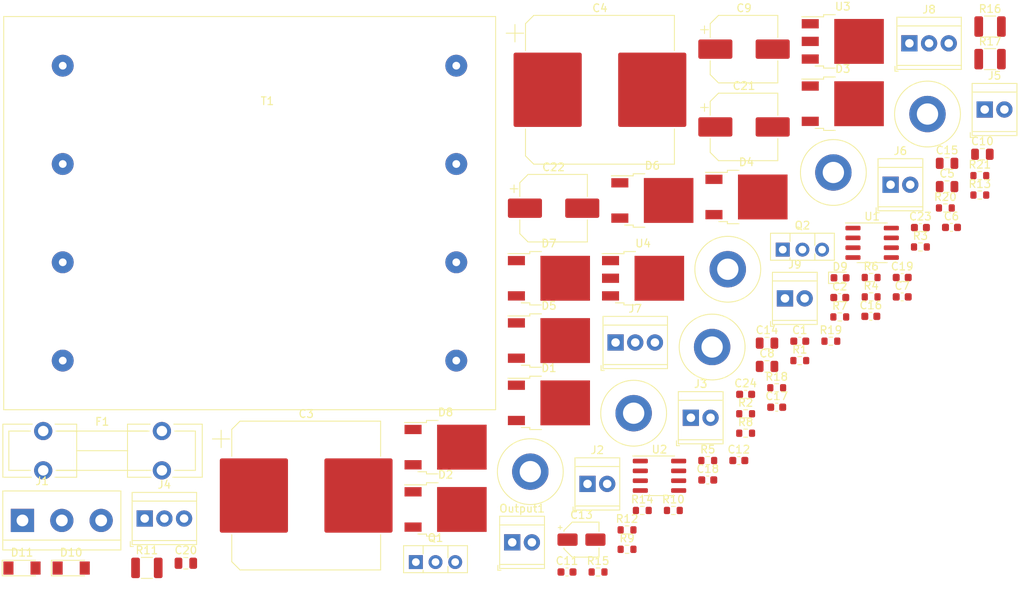
<source format=kicad_pcb>
(kicad_pcb (version 20171130) (host pcbnew 5.1.7-1.fc32)

  (general
    (thickness 1.6)
    (drawings 0)
    (tracks 0)
    (zones 0)
    (modules 80)
    (nets 43)
  )

  (page A4)
  (layers
    (0 F.Cu signal)
    (31 B.Cu signal)
    (32 B.Adhes user)
    (33 F.Adhes user)
    (34 B.Paste user)
    (35 F.Paste user)
    (36 B.SilkS user)
    (37 F.SilkS user)
    (38 B.Mask user)
    (39 F.Mask user)
    (40 Dwgs.User user)
    (41 Cmts.User user)
    (42 Eco1.User user)
    (43 Eco2.User user)
    (44 Edge.Cuts user)
    (45 Margin user)
    (46 B.CrtYd user)
    (47 F.CrtYd user)
    (48 B.Fab user)
    (49 F.Fab user)
  )

  (setup
    (last_trace_width 0.25)
    (trace_clearance 0.2)
    (zone_clearance 0.508)
    (zone_45_only no)
    (trace_min 0.2)
    (via_size 0.8)
    (via_drill 0.4)
    (via_min_size 0.4)
    (via_min_drill 0.3)
    (uvia_size 0.3)
    (uvia_drill 0.1)
    (uvias_allowed no)
    (uvia_min_size 0.2)
    (uvia_min_drill 0.1)
    (edge_width 0.05)
    (segment_width 0.2)
    (pcb_text_width 0.3)
    (pcb_text_size 1.5 1.5)
    (mod_edge_width 0.12)
    (mod_text_size 1 1)
    (mod_text_width 0.15)
    (pad_size 1.524 1.524)
    (pad_drill 0.762)
    (pad_to_mask_clearance 0)
    (aux_axis_origin 0 0)
    (visible_elements FFFFFF7F)
    (pcbplotparams
      (layerselection 0x010fc_ffffffff)
      (usegerberextensions false)
      (usegerberattributes true)
      (usegerberadvancedattributes true)
      (creategerberjobfile true)
      (excludeedgelayer true)
      (linewidth 0.100000)
      (plotframeref false)
      (viasonmask false)
      (mode 1)
      (useauxorigin false)
      (hpglpennumber 1)
      (hpglpenspeed 20)
      (hpglpendiameter 15.000000)
      (psnegative false)
      (psa4output false)
      (plotreference true)
      (plotvalue true)
      (plotinvisibletext false)
      (padsonsilk false)
      (subtractmaskfromsilk false)
      (outputformat 1)
      (mirror false)
      (drillshape 1)
      (scaleselection 1)
      (outputdirectory ""))
  )

  (net 0 "")
  (net 1 "Net-(C1-Pad2)")
  (net 2 "Net-(C1-Pad1)")
  (net 3 "Net-(C2-Pad2)")
  (net 4 Earth)
  (net 5 "Net-(C11-Pad1)")
  (net 6 "Net-(C12-Pad2)")
  (net 7 "Net-(C5-Pad2)")
  (net 8 "Net-(C5-Pad1)")
  (net 9 "Net-(C6-Pad2)")
  (net 10 "Net-(C7-Pad2)")
  (net 11 "Net-(C7-Pad1)")
  (net 12 "Net-(C8-Pad2)")
  (net 13 "Net-(C8-Pad1)")
  (net 14 "Net-(C9-Pad2)")
  (net 15 "Net-(C9-Pad1)")
  (net 16 "Net-(C10-Pad2)")
  (net 17 "Net-(C10-Pad1)")
  (net 18 "Net-(C13-Pad2)")
  (net 19 "Net-(C13-Pad1)")
  (net 20 /+15V)
  (net 21 /-15V)
  (net 22 "Net-(C20-Pad2)")
  (net 23 "Net-(C20-Pad1)")
  (net 24 "Net-(C21-Pad2)")
  (net 25 "Net-(D1-Pad2)")
  (net 26 "Net-(D2-Pad2)")
  (net 27 "Net-(D3-Pad2)")
  (net 28 "Net-(D4-Pad2)")
  (net 29 "Net-(D9-Pad1)")
  (net 30 "Net-(D10-Pad1)")
  (net 31 /AC_L)
  (net 32 "Net-(F1-Pad1)")
  (net 33 /AC_N)
  (net 34 /INPUT)
  (net 35 "Net-(J7-Pad2)")
  (net 36 "Net-(J9-Pad1)")
  (net 37 "Net-(Q1-Pad3)")
  (net 38 "Net-(Q2-Pad2)")
  (net 39 "Net-(R2-Pad1)")
  (net 40 "Net-(R5-Pad1)")
  (net 41 "Net-(R18-Pad1)")
  (net 42 "Net-(R20-Pad1)")

  (net_class Default "This is the default net class."
    (clearance 0.2)
    (trace_width 0.25)
    (via_dia 0.8)
    (via_drill 0.4)
    (uvia_dia 0.3)
    (uvia_drill 0.1)
    (add_net /+15V)
    (add_net /-15V)
    (add_net /AC_L)
    (add_net /AC_N)
    (add_net /INPUT)
    (add_net Earth)
    (add_net "Net-(C1-Pad1)")
    (add_net "Net-(C1-Pad2)")
    (add_net "Net-(C10-Pad1)")
    (add_net "Net-(C10-Pad2)")
    (add_net "Net-(C11-Pad1)")
    (add_net "Net-(C12-Pad2)")
    (add_net "Net-(C13-Pad1)")
    (add_net "Net-(C13-Pad2)")
    (add_net "Net-(C2-Pad2)")
    (add_net "Net-(C20-Pad1)")
    (add_net "Net-(C20-Pad2)")
    (add_net "Net-(C21-Pad2)")
    (add_net "Net-(C5-Pad1)")
    (add_net "Net-(C5-Pad2)")
    (add_net "Net-(C6-Pad2)")
    (add_net "Net-(C7-Pad1)")
    (add_net "Net-(C7-Pad2)")
    (add_net "Net-(C8-Pad1)")
    (add_net "Net-(C8-Pad2)")
    (add_net "Net-(C9-Pad1)")
    (add_net "Net-(C9-Pad2)")
    (add_net "Net-(D1-Pad2)")
    (add_net "Net-(D10-Pad1)")
    (add_net "Net-(D2-Pad2)")
    (add_net "Net-(D3-Pad2)")
    (add_net "Net-(D4-Pad2)")
    (add_net "Net-(D9-Pad1)")
    (add_net "Net-(F1-Pad1)")
    (add_net "Net-(J7-Pad2)")
    (add_net "Net-(J9-Pad1)")
    (add_net "Net-(Q1-Pad3)")
    (add_net "Net-(Q2-Pad2)")
    (add_net "Net-(R18-Pad1)")
    (add_net "Net-(R2-Pad1)")
    (add_net "Net-(R20-Pad1)")
    (add_net "Net-(R5-Pad1)")
  )

  (module Package_TO_SOT_SMD:TO-252-3_TabPin2 (layer F.Cu) (tedit 5A70F30B) (tstamp 5FA66086)
    (at 123.8642 62.5582)
    (descr "TO-252 / DPAK SMD package, http://www.infineon.com/cms/en/product/packages/PG-TO252/PG-TO252-3-1/")
    (tags "DPAK TO-252 DPAK-3 TO-252-3 SOT-428")
    (path /5FA7EC0E)
    (attr smd)
    (fp_text reference U4 (at 0 -4.5) (layer F.SilkS)
      (effects (font (size 1 1) (thickness 0.15)))
    )
    (fp_text value L7915 (at 0 4.5) (layer F.Fab)
      (effects (font (size 1 1) (thickness 0.15)))
    )
    (fp_text user %R (at 0 0) (layer F.Fab)
      (effects (font (size 1 1) (thickness 0.15)))
    )
    (fp_line (start 3.95 -2.7) (end 4.95 -2.7) (layer F.Fab) (width 0.1))
    (fp_line (start 4.95 -2.7) (end 4.95 2.7) (layer F.Fab) (width 0.1))
    (fp_line (start 4.95 2.7) (end 3.95 2.7) (layer F.Fab) (width 0.1))
    (fp_line (start 3.95 -3.25) (end 3.95 3.25) (layer F.Fab) (width 0.1))
    (fp_line (start 3.95 3.25) (end -2.27 3.25) (layer F.Fab) (width 0.1))
    (fp_line (start -2.27 3.25) (end -2.27 -2.25) (layer F.Fab) (width 0.1))
    (fp_line (start -2.27 -2.25) (end -1.27 -3.25) (layer F.Fab) (width 0.1))
    (fp_line (start -1.27 -3.25) (end 3.95 -3.25) (layer F.Fab) (width 0.1))
    (fp_line (start -1.865 -2.655) (end -4.97 -2.655) (layer F.Fab) (width 0.1))
    (fp_line (start -4.97 -2.655) (end -4.97 -1.905) (layer F.Fab) (width 0.1))
    (fp_line (start -4.97 -1.905) (end -2.27 -1.905) (layer F.Fab) (width 0.1))
    (fp_line (start -2.27 -0.375) (end -4.97 -0.375) (layer F.Fab) (width 0.1))
    (fp_line (start -4.97 -0.375) (end -4.97 0.375) (layer F.Fab) (width 0.1))
    (fp_line (start -4.97 0.375) (end -2.27 0.375) (layer F.Fab) (width 0.1))
    (fp_line (start -2.27 1.905) (end -4.97 1.905) (layer F.Fab) (width 0.1))
    (fp_line (start -4.97 1.905) (end -4.97 2.655) (layer F.Fab) (width 0.1))
    (fp_line (start -4.97 2.655) (end -2.27 2.655) (layer F.Fab) (width 0.1))
    (fp_line (start -0.97 -3.45) (end -2.47 -3.45) (layer F.SilkS) (width 0.12))
    (fp_line (start -2.47 -3.45) (end -2.47 -3.18) (layer F.SilkS) (width 0.12))
    (fp_line (start -2.47 -3.18) (end -5.3 -3.18) (layer F.SilkS) (width 0.12))
    (fp_line (start -0.97 3.45) (end -2.47 3.45) (layer F.SilkS) (width 0.12))
    (fp_line (start -2.47 3.45) (end -2.47 3.18) (layer F.SilkS) (width 0.12))
    (fp_line (start -2.47 3.18) (end -3.57 3.18) (layer F.SilkS) (width 0.12))
    (fp_line (start -5.55 -3.5) (end -5.55 3.5) (layer F.CrtYd) (width 0.05))
    (fp_line (start -5.55 3.5) (end 5.55 3.5) (layer F.CrtYd) (width 0.05))
    (fp_line (start 5.55 3.5) (end 5.55 -3.5) (layer F.CrtYd) (width 0.05))
    (fp_line (start 5.55 -3.5) (end -5.55 -3.5) (layer F.CrtYd) (width 0.05))
    (pad "" smd rect (at 0.425 1.525) (size 3.05 2.75) (layers F.Paste))
    (pad "" smd rect (at 3.775 -1.525) (size 3.05 2.75) (layers F.Paste))
    (pad "" smd rect (at 0.425 -1.525) (size 3.05 2.75) (layers F.Paste))
    (pad "" smd rect (at 3.775 1.525) (size 3.05 2.75) (layers F.Paste))
    (pad 2 smd rect (at 2.1 0) (size 6.4 5.8) (layers F.Cu F.Mask)
      (net 6 "Net-(C12-Pad2)"))
    (pad 3 smd rect (at -4.2 2.28) (size 2.2 1.2) (layers F.Cu F.Paste F.Mask)
      (net 21 /-15V))
    (pad 2 smd rect (at -4.2 0) (size 2.2 1.2) (layers F.Cu F.Paste F.Mask)
      (net 6 "Net-(C12-Pad2)"))
    (pad 1 smd rect (at -4.2 -2.28) (size 2.2 1.2) (layers F.Cu F.Paste F.Mask)
      (net 4 Earth))
    (model ${KISYS3DMOD}/Package_TO_SOT_SMD.3dshapes/TO-252-3_TabPin2.wrl
      (at (xyz 0 0 0))
      (scale (xyz 1 1 1))
      (rotate (xyz 0 0 0))
    )
  )

  (module Package_TO_SOT_SMD:TO-252-3_TabPin2 (layer F.Cu) (tedit 5A70F30B) (tstamp 5FA6605E)
    (at 149.6442 31.9582)
    (descr "TO-252 / DPAK SMD package, http://www.infineon.com/cms/en/product/packages/PG-TO252/PG-TO252-3-1/")
    (tags "DPAK TO-252 DPAK-3 TO-252-3 SOT-428")
    (path /5FA7928E)
    (attr smd)
    (fp_text reference U3 (at 0 -4.5) (layer F.SilkS)
      (effects (font (size 1 1) (thickness 0.15)))
    )
    (fp_text value L7815 (at 0 4.5) (layer F.Fab)
      (effects (font (size 1 1) (thickness 0.15)))
    )
    (fp_text user %R (at 0 0) (layer F.Fab)
      (effects (font (size 1 1) (thickness 0.15)))
    )
    (fp_line (start 3.95 -2.7) (end 4.95 -2.7) (layer F.Fab) (width 0.1))
    (fp_line (start 4.95 -2.7) (end 4.95 2.7) (layer F.Fab) (width 0.1))
    (fp_line (start 4.95 2.7) (end 3.95 2.7) (layer F.Fab) (width 0.1))
    (fp_line (start 3.95 -3.25) (end 3.95 3.25) (layer F.Fab) (width 0.1))
    (fp_line (start 3.95 3.25) (end -2.27 3.25) (layer F.Fab) (width 0.1))
    (fp_line (start -2.27 3.25) (end -2.27 -2.25) (layer F.Fab) (width 0.1))
    (fp_line (start -2.27 -2.25) (end -1.27 -3.25) (layer F.Fab) (width 0.1))
    (fp_line (start -1.27 -3.25) (end 3.95 -3.25) (layer F.Fab) (width 0.1))
    (fp_line (start -1.865 -2.655) (end -4.97 -2.655) (layer F.Fab) (width 0.1))
    (fp_line (start -4.97 -2.655) (end -4.97 -1.905) (layer F.Fab) (width 0.1))
    (fp_line (start -4.97 -1.905) (end -2.27 -1.905) (layer F.Fab) (width 0.1))
    (fp_line (start -2.27 -0.375) (end -4.97 -0.375) (layer F.Fab) (width 0.1))
    (fp_line (start -4.97 -0.375) (end -4.97 0.375) (layer F.Fab) (width 0.1))
    (fp_line (start -4.97 0.375) (end -2.27 0.375) (layer F.Fab) (width 0.1))
    (fp_line (start -2.27 1.905) (end -4.97 1.905) (layer F.Fab) (width 0.1))
    (fp_line (start -4.97 1.905) (end -4.97 2.655) (layer F.Fab) (width 0.1))
    (fp_line (start -4.97 2.655) (end -2.27 2.655) (layer F.Fab) (width 0.1))
    (fp_line (start -0.97 -3.45) (end -2.47 -3.45) (layer F.SilkS) (width 0.12))
    (fp_line (start -2.47 -3.45) (end -2.47 -3.18) (layer F.SilkS) (width 0.12))
    (fp_line (start -2.47 -3.18) (end -5.3 -3.18) (layer F.SilkS) (width 0.12))
    (fp_line (start -0.97 3.45) (end -2.47 3.45) (layer F.SilkS) (width 0.12))
    (fp_line (start -2.47 3.45) (end -2.47 3.18) (layer F.SilkS) (width 0.12))
    (fp_line (start -2.47 3.18) (end -3.57 3.18) (layer F.SilkS) (width 0.12))
    (fp_line (start -5.55 -3.5) (end -5.55 3.5) (layer F.CrtYd) (width 0.05))
    (fp_line (start -5.55 3.5) (end 5.55 3.5) (layer F.CrtYd) (width 0.05))
    (fp_line (start 5.55 3.5) (end 5.55 -3.5) (layer F.CrtYd) (width 0.05))
    (fp_line (start 5.55 -3.5) (end -5.55 -3.5) (layer F.CrtYd) (width 0.05))
    (pad "" smd rect (at 0.425 1.525) (size 3.05 2.75) (layers F.Paste))
    (pad "" smd rect (at 3.775 -1.525) (size 3.05 2.75) (layers F.Paste))
    (pad "" smd rect (at 0.425 -1.525) (size 3.05 2.75) (layers F.Paste))
    (pad "" smd rect (at 3.775 1.525) (size 3.05 2.75) (layers F.Paste))
    (pad 2 smd rect (at 2.1 0) (size 6.4 5.8) (layers F.Cu F.Mask)
      (net 4 Earth))
    (pad 3 smd rect (at -4.2 2.28) (size 2.2 1.2) (layers F.Cu F.Paste F.Mask)
      (net 20 /+15V))
    (pad 2 smd rect (at -4.2 0) (size 2.2 1.2) (layers F.Cu F.Paste F.Mask)
      (net 4 Earth))
    (pad 1 smd rect (at -4.2 -2.28) (size 2.2 1.2) (layers F.Cu F.Paste F.Mask)
      (net 5 "Net-(C11-Pad1)"))
    (model ${KISYS3DMOD}/Package_TO_SOT_SMD.3dshapes/TO-252-3_TabPin2.wrl
      (at (xyz 0 0 0))
      (scale (xyz 1 1 1))
      (rotate (xyz 0 0 0))
    )
  )

  (module Package_SO:SOIC-8_3.9x4.9mm_P1.27mm (layer F.Cu) (tedit 5D9F72B1) (tstamp 5FA66036)
    (at 125.9842 88.0782)
    (descr "SOIC, 8 Pin (JEDEC MS-012AA, https://www.analog.com/media/en/package-pcb-resources/package/pkg_pdf/soic_narrow-r/r_8.pdf), generated with kicad-footprint-generator ipc_gullwing_generator.py")
    (tags "SOIC SO")
    (path /5FC31C72)
    (attr smd)
    (fp_text reference U2 (at 0 -3.4) (layer F.SilkS)
      (effects (font (size 1 1) (thickness 0.15)))
    )
    (fp_text value OPA2134 (at 0 3.4) (layer F.Fab)
      (effects (font (size 1 1) (thickness 0.15)))
    )
    (fp_text user %R (at 0 0) (layer F.Fab)
      (effects (font (size 0.98 0.98) (thickness 0.15)))
    )
    (fp_line (start 0 2.56) (end 1.95 2.56) (layer F.SilkS) (width 0.12))
    (fp_line (start 0 2.56) (end -1.95 2.56) (layer F.SilkS) (width 0.12))
    (fp_line (start 0 -2.56) (end 1.95 -2.56) (layer F.SilkS) (width 0.12))
    (fp_line (start 0 -2.56) (end -3.45 -2.56) (layer F.SilkS) (width 0.12))
    (fp_line (start -0.975 -2.45) (end 1.95 -2.45) (layer F.Fab) (width 0.1))
    (fp_line (start 1.95 -2.45) (end 1.95 2.45) (layer F.Fab) (width 0.1))
    (fp_line (start 1.95 2.45) (end -1.95 2.45) (layer F.Fab) (width 0.1))
    (fp_line (start -1.95 2.45) (end -1.95 -1.475) (layer F.Fab) (width 0.1))
    (fp_line (start -1.95 -1.475) (end -0.975 -2.45) (layer F.Fab) (width 0.1))
    (fp_line (start -3.7 -2.7) (end -3.7 2.7) (layer F.CrtYd) (width 0.05))
    (fp_line (start -3.7 2.7) (end 3.7 2.7) (layer F.CrtYd) (width 0.05))
    (fp_line (start 3.7 2.7) (end 3.7 -2.7) (layer F.CrtYd) (width 0.05))
    (fp_line (start 3.7 -2.7) (end -3.7 -2.7) (layer F.CrtYd) (width 0.05))
    (pad 8 smd roundrect (at 2.475 -1.905) (size 1.95 0.6) (layers F.Cu F.Paste F.Mask) (roundrect_rratio 0.25)
      (net 20 /+15V))
    (pad 7 smd roundrect (at 2.475 -0.635) (size 1.95 0.6) (layers F.Cu F.Paste F.Mask) (roundrect_rratio 0.25)
      (net 42 "Net-(R20-Pad1)"))
    (pad 6 smd roundrect (at 2.475 0.635) (size 1.95 0.6) (layers F.Cu F.Paste F.Mask) (roundrect_rratio 0.25)
      (net 41 "Net-(R18-Pad1)"))
    (pad 5 smd roundrect (at 2.475 1.905) (size 1.95 0.6) (layers F.Cu F.Paste F.Mask) (roundrect_rratio 0.25)
      (net 4 Earth))
    (pad 4 smd roundrect (at -2.475 1.905) (size 1.95 0.6) (layers F.Cu F.Paste F.Mask) (roundrect_rratio 0.25)
      (net 21 /-15V))
    (pad 3 smd roundrect (at -2.475 0.635) (size 1.95 0.6) (layers F.Cu F.Paste F.Mask) (roundrect_rratio 0.25)
      (net 40 "Net-(R5-Pad1)"))
    (pad 2 smd roundrect (at -2.475 -0.635) (size 1.95 0.6) (layers F.Cu F.Paste F.Mask) (roundrect_rratio 0.25)
      (net 8 "Net-(C5-Pad1)"))
    (pad 1 smd roundrect (at -2.475 -1.905) (size 1.95 0.6) (layers F.Cu F.Paste F.Mask) (roundrect_rratio 0.25)
      (net 9 "Net-(C6-Pad2)"))
    (model ${KISYS3DMOD}/Package_SO.3dshapes/SOIC-8_3.9x4.9mm_P1.27mm.wrl
      (at (xyz 0 0 0))
      (scale (xyz 1 1 1))
      (rotate (xyz 0 0 0))
    )
  )

  (module Package_SO:SOIC-8_3.9x4.9mm_P1.27mm (layer F.Cu) (tedit 5D9F72B1) (tstamp 5FA6601C)
    (at 153.4342 57.9782)
    (descr "SOIC, 8 Pin (JEDEC MS-012AA, https://www.analog.com/media/en/package-pcb-resources/package/pkg_pdf/soic_narrow-r/r_8.pdf), generated with kicad-footprint-generator ipc_gullwing_generator.py")
    (tags "SOIC SO")
    (path /5FA5D2E4)
    (attr smd)
    (fp_text reference U1 (at 0 -3.4) (layer F.SilkS)
      (effects (font (size 1 1) (thickness 0.15)))
    )
    (fp_text value OPA2134 (at 0 3.4) (layer F.Fab)
      (effects (font (size 1 1) (thickness 0.15)))
    )
    (fp_text user %R (at 0 0) (layer F.Fab)
      (effects (font (size 0.98 0.98) (thickness 0.15)))
    )
    (fp_line (start 0 2.56) (end 1.95 2.56) (layer F.SilkS) (width 0.12))
    (fp_line (start 0 2.56) (end -1.95 2.56) (layer F.SilkS) (width 0.12))
    (fp_line (start 0 -2.56) (end 1.95 -2.56) (layer F.SilkS) (width 0.12))
    (fp_line (start 0 -2.56) (end -3.45 -2.56) (layer F.SilkS) (width 0.12))
    (fp_line (start -0.975 -2.45) (end 1.95 -2.45) (layer F.Fab) (width 0.1))
    (fp_line (start 1.95 -2.45) (end 1.95 2.45) (layer F.Fab) (width 0.1))
    (fp_line (start 1.95 2.45) (end -1.95 2.45) (layer F.Fab) (width 0.1))
    (fp_line (start -1.95 2.45) (end -1.95 -1.475) (layer F.Fab) (width 0.1))
    (fp_line (start -1.95 -1.475) (end -0.975 -2.45) (layer F.Fab) (width 0.1))
    (fp_line (start -3.7 -2.7) (end -3.7 2.7) (layer F.CrtYd) (width 0.05))
    (fp_line (start -3.7 2.7) (end 3.7 2.7) (layer F.CrtYd) (width 0.05))
    (fp_line (start 3.7 2.7) (end 3.7 -2.7) (layer F.CrtYd) (width 0.05))
    (fp_line (start 3.7 -2.7) (end -3.7 -2.7) (layer F.CrtYd) (width 0.05))
    (pad 8 smd roundrect (at 2.475 -1.905) (size 1.95 0.6) (layers F.Cu F.Paste F.Mask) (roundrect_rratio 0.25)
      (net 20 /+15V))
    (pad 7 smd roundrect (at 2.475 -0.635) (size 1.95 0.6) (layers F.Cu F.Paste F.Mask) (roundrect_rratio 0.25)
      (net 30 "Net-(D10-Pad1)"))
    (pad 6 smd roundrect (at 2.475 0.635) (size 1.95 0.6) (layers F.Cu F.Paste F.Mask) (roundrect_rratio 0.25)
      (net 15 "Net-(C9-Pad1)"))
    (pad 5 smd roundrect (at 2.475 1.905) (size 1.95 0.6) (layers F.Cu F.Paste F.Mask) (roundrect_rratio 0.25)
      (net 11 "Net-(C7-Pad1)"))
    (pad 4 smd roundrect (at -2.475 1.905) (size 1.95 0.6) (layers F.Cu F.Paste F.Mask) (roundrect_rratio 0.25)
      (net 21 /-15V))
    (pad 3 smd roundrect (at -2.475 0.635) (size 1.95 0.6) (layers F.Cu F.Paste F.Mask) (roundrect_rratio 0.25)
      (net 4 Earth))
    (pad 2 smd roundrect (at -2.475 -0.635) (size 1.95 0.6) (layers F.Cu F.Paste F.Mask) (roundrect_rratio 0.25)
      (net 39 "Net-(R2-Pad1)"))
    (pad 1 smd roundrect (at -2.475 -1.905) (size 1.95 0.6) (layers F.Cu F.Paste F.Mask) (roundrect_rratio 0.25)
      (net 10 "Net-(C7-Pad2)"))
    (model ${KISYS3DMOD}/Package_SO.3dshapes/SOIC-8_3.9x4.9mm_P1.27mm.wrl
      (at (xyz 0 0 0))
      (scale (xyz 1 1 1))
      (rotate (xyz 0 0 0))
    )
  )

  (module Transformers:Hammond_229_series_low_profile_transformers (layer F.Cu) (tedit 5F601064) (tstamp 5FA66002)
    (at 48.9532 73.1972)
    (path /5FD70121)
    (fp_text reference T1 (at 26.416 -33.528) (layer F.SilkS)
      (effects (font (size 1 1) (thickness 0.15)))
    )
    (fp_text value Hammond_229B34 (at 25.4 -12.446) (layer F.Fab)
      (effects (font (size 1 1) (thickness 0.15)))
    )
    (fp_line (start -7.874 6.604) (end -7.874 -44.704) (layer F.CrtYd) (width 0.12))
    (fp_line (start 56.134 6.604) (end -7.874 6.604) (layer F.CrtYd) (width 0.12))
    (fp_line (start 56.134 -44.704) (end 56.134 6.604) (layer F.CrtYd) (width 0.12))
    (fp_line (start -7.874 -44.704) (end 56.134 -44.704) (layer F.CrtYd) (width 0.12))
    (fp_line (start 55.88 6.35) (end -7.62 6.35) (layer F.SilkS) (width 0.12))
    (fp_line (start 55.88 -44.45) (end 55.88 6.35) (layer F.SilkS) (width 0.12))
    (fp_line (start -7.62 -44.45) (end 55.88 -44.45) (layer F.SilkS) (width 0.12))
    (fp_line (start -7.62 6.35) (end -7.62 -44.45) (layer F.SilkS) (width 0.12))
    (pad 8 thru_hole circle (at 50.8 -25.4) (size 2.824 2.824) (drill 1) (layers *.Cu *.Mask)
      (net 26 "Net-(D2-Pad2)"))
    (pad 7 thru_hole circle (at 50.8 -38.1) (size 2.824 2.824) (drill 1) (layers *.Cu *.Mask)
      (net 25 "Net-(D1-Pad2)"))
    (pad 6 thru_hole circle (at 50.8 -12.7) (size 2.824 2.824) (drill 1) (layers *.Cu *.Mask)
      (net 27 "Net-(D3-Pad2)"))
    (pad 5 thru_hole circle (at 50.8 0) (size 2.824 2.824) (drill 1) (layers *.Cu *.Mask)
      (net 28 "Net-(D4-Pad2)"))
    (pad 4 thru_hole circle (at 0 -25.4) (size 2.824 2.824) (drill 1) (layers *.Cu *.Mask)
      (net 33 /AC_N))
    (pad 3 thru_hole circle (at 0 -38.1) (size 2.824 2.824) (drill 1) (layers *.Cu *.Mask)
      (net 32 "Net-(F1-Pad1)"))
    (pad 2 thru_hole circle (at 0 -12.7) (size 2.824 2.824) (drill 1) (layers *.Cu *.Mask)
      (net 33 /AC_N))
    (pad 1 thru_hole circle (at 0 0) (size 2.824 2.824) (drill 1) (layers *.Cu *.Mask)
      (net 32 "Net-(F1-Pad1)"))
    (model "${LOCAL_LIBS}/local/Transformers.pretty/Hammond 229/Hammond 229B34.wrl"
      (offset (xyz -7.5 -7 0))
      (scale (xyz 0.4 0.4 0.4))
      (rotate (xyz 0 0 0))
    )
  )

  (module Resistor_SMD:R_0603_1608Metric (layer F.Cu) (tedit 5F68FEEE) (tstamp 5FA65FEE)
    (at 167.3342 49.2982)
    (descr "Resistor SMD 0603 (1608 Metric), square (rectangular) end terminal, IPC_7351 nominal, (Body size source: IPC-SM-782 page 72, https://www.pcb-3d.com/wordpress/wp-content/uploads/ipc-sm-782a_amendment_1_and_2.pdf), generated with kicad-footprint-generator")
    (tags resistor)
    (path /5FCE9E25)
    (attr smd)
    (fp_text reference R21 (at 0 -1.43) (layer F.SilkS)
      (effects (font (size 1 1) (thickness 0.15)))
    )
    (fp_text value 100 (at 0 1.43) (layer F.Fab)
      (effects (font (size 1 1) (thickness 0.15)))
    )
    (fp_text user %R (at 0 0) (layer F.Fab)
      (effects (font (size 0.4 0.4) (thickness 0.06)))
    )
    (fp_line (start -0.8 0.4125) (end -0.8 -0.4125) (layer F.Fab) (width 0.1))
    (fp_line (start -0.8 -0.4125) (end 0.8 -0.4125) (layer F.Fab) (width 0.1))
    (fp_line (start 0.8 -0.4125) (end 0.8 0.4125) (layer F.Fab) (width 0.1))
    (fp_line (start 0.8 0.4125) (end -0.8 0.4125) (layer F.Fab) (width 0.1))
    (fp_line (start -0.237258 -0.5225) (end 0.237258 -0.5225) (layer F.SilkS) (width 0.12))
    (fp_line (start -0.237258 0.5225) (end 0.237258 0.5225) (layer F.SilkS) (width 0.12))
    (fp_line (start -1.48 0.73) (end -1.48 -0.73) (layer F.CrtYd) (width 0.05))
    (fp_line (start -1.48 -0.73) (end 1.48 -0.73) (layer F.CrtYd) (width 0.05))
    (fp_line (start 1.48 -0.73) (end 1.48 0.73) (layer F.CrtYd) (width 0.05))
    (fp_line (start 1.48 0.73) (end -1.48 0.73) (layer F.CrtYd) (width 0.05))
    (pad 2 smd roundrect (at 0.825 0) (size 0.8 0.95) (layers F.Cu F.Paste F.Mask) (roundrect_rratio 0.25)
      (net 42 "Net-(R20-Pad1)"))
    (pad 1 smd roundrect (at -0.825 0) (size 0.8 0.95) (layers F.Cu F.Paste F.Mask) (roundrect_rratio 0.25)
      (net 22 "Net-(C20-Pad2)"))
    (model ${KISYS3DMOD}/Resistor_SMD.3dshapes/R_0603_1608Metric.wrl
      (at (xyz 0 0 0))
      (scale (xyz 1 1 1))
      (rotate (xyz 0 0 0))
    )
  )

  (module Resistor_SMD:R_0603_1608Metric (layer F.Cu) (tedit 5F68FEEE) (tstamp 5FA65FDD)
    (at 162.8842 53.4782)
    (descr "Resistor SMD 0603 (1608 Metric), square (rectangular) end terminal, IPC_7351 nominal, (Body size source: IPC-SM-782 page 72, https://www.pcb-3d.com/wordpress/wp-content/uploads/ipc-sm-782a_amendment_1_and_2.pdf), generated with kicad-footprint-generator")
    (tags resistor)
    (path /5FCD27F0)
    (attr smd)
    (fp_text reference R20 (at 0 -1.43) (layer F.SilkS)
      (effects (font (size 1 1) (thickness 0.15)))
    )
    (fp_text value 10K (at 0 1.43) (layer F.Fab)
      (effects (font (size 1 1) (thickness 0.15)))
    )
    (fp_text user %R (at 0 0) (layer F.Fab)
      (effects (font (size 0.4 0.4) (thickness 0.06)))
    )
    (fp_line (start -0.8 0.4125) (end -0.8 -0.4125) (layer F.Fab) (width 0.1))
    (fp_line (start -0.8 -0.4125) (end 0.8 -0.4125) (layer F.Fab) (width 0.1))
    (fp_line (start 0.8 -0.4125) (end 0.8 0.4125) (layer F.Fab) (width 0.1))
    (fp_line (start 0.8 0.4125) (end -0.8 0.4125) (layer F.Fab) (width 0.1))
    (fp_line (start -0.237258 -0.5225) (end 0.237258 -0.5225) (layer F.SilkS) (width 0.12))
    (fp_line (start -0.237258 0.5225) (end 0.237258 0.5225) (layer F.SilkS) (width 0.12))
    (fp_line (start -1.48 0.73) (end -1.48 -0.73) (layer F.CrtYd) (width 0.05))
    (fp_line (start -1.48 -0.73) (end 1.48 -0.73) (layer F.CrtYd) (width 0.05))
    (fp_line (start 1.48 -0.73) (end 1.48 0.73) (layer F.CrtYd) (width 0.05))
    (fp_line (start 1.48 0.73) (end -1.48 0.73) (layer F.CrtYd) (width 0.05))
    (pad 2 smd roundrect (at 0.825 0) (size 0.8 0.95) (layers F.Cu F.Paste F.Mask) (roundrect_rratio 0.25)
      (net 41 "Net-(R18-Pad1)"))
    (pad 1 smd roundrect (at -0.825 0) (size 0.8 0.95) (layers F.Cu F.Paste F.Mask) (roundrect_rratio 0.25)
      (net 42 "Net-(R20-Pad1)"))
    (model ${KISYS3DMOD}/Resistor_SMD.3dshapes/R_0603_1608Metric.wrl
      (at (xyz 0 0 0))
      (scale (xyz 1 1 1))
      (rotate (xyz 0 0 0))
    )
  )

  (module Resistor_SMD:R_0603_1608Metric (layer F.Cu) (tedit 5F68FEEE) (tstamp 5FA65FCC)
    (at 148.1042 70.6882)
    (descr "Resistor SMD 0603 (1608 Metric), square (rectangular) end terminal, IPC_7351 nominal, (Body size source: IPC-SM-782 page 72, https://www.pcb-3d.com/wordpress/wp-content/uploads/ipc-sm-782a_amendment_1_and_2.pdf), generated with kicad-footprint-generator")
    (tags resistor)
    (path /5FBB810D)
    (attr smd)
    (fp_text reference R19 (at 0 -1.43) (layer F.SilkS)
      (effects (font (size 1 1) (thickness 0.15)))
    )
    (fp_text value 10K (at 0 1.43) (layer F.Fab)
      (effects (font (size 1 1) (thickness 0.15)))
    )
    (fp_text user %R (at 0 0) (layer F.Fab)
      (effects (font (size 0.4 0.4) (thickness 0.06)))
    )
    (fp_line (start -0.8 0.4125) (end -0.8 -0.4125) (layer F.Fab) (width 0.1))
    (fp_line (start -0.8 -0.4125) (end 0.8 -0.4125) (layer F.Fab) (width 0.1))
    (fp_line (start 0.8 -0.4125) (end 0.8 0.4125) (layer F.Fab) (width 0.1))
    (fp_line (start 0.8 0.4125) (end -0.8 0.4125) (layer F.Fab) (width 0.1))
    (fp_line (start -0.237258 -0.5225) (end 0.237258 -0.5225) (layer F.SilkS) (width 0.12))
    (fp_line (start -0.237258 0.5225) (end 0.237258 0.5225) (layer F.SilkS) (width 0.12))
    (fp_line (start -1.48 0.73) (end -1.48 -0.73) (layer F.CrtYd) (width 0.05))
    (fp_line (start -1.48 -0.73) (end 1.48 -0.73) (layer F.CrtYd) (width 0.05))
    (fp_line (start 1.48 -0.73) (end 1.48 0.73) (layer F.CrtYd) (width 0.05))
    (fp_line (start 1.48 0.73) (end -1.48 0.73) (layer F.CrtYd) (width 0.05))
    (pad 2 smd roundrect (at 0.825 0) (size 0.8 0.95) (layers F.Cu F.Paste F.Mask) (roundrect_rratio 0.25)
      (net 13 "Net-(C8-Pad1)"))
    (pad 1 smd roundrect (at -0.825 0) (size 0.8 0.95) (layers F.Cu F.Paste F.Mask) (roundrect_rratio 0.25)
      (net 41 "Net-(R18-Pad1)"))
    (model ${KISYS3DMOD}/Resistor_SMD.3dshapes/R_0603_1608Metric.wrl
      (at (xyz 0 0 0))
      (scale (xyz 1 1 1))
      (rotate (xyz 0 0 0))
    )
  )

  (module Resistor_SMD:R_0603_1608Metric (layer F.Cu) (tedit 5F68FEEE) (tstamp 5FA65FBB)
    (at 141.1142 76.7082)
    (descr "Resistor SMD 0603 (1608 Metric), square (rectangular) end terminal, IPC_7351 nominal, (Body size source: IPC-SM-782 page 72, https://www.pcb-3d.com/wordpress/wp-content/uploads/ipc-sm-782a_amendment_1_and_2.pdf), generated with kicad-footprint-generator")
    (tags resistor)
    (path /5FBA5AC4)
    (attr smd)
    (fp_text reference R18 (at 0 -1.43) (layer F.SilkS)
      (effects (font (size 1 1) (thickness 0.15)))
    )
    (fp_text value 10K (at 0 1.43) (layer F.Fab)
      (effects (font (size 1 1) (thickness 0.15)))
    )
    (fp_text user %R (at 0 0) (layer F.Fab)
      (effects (font (size 0.4 0.4) (thickness 0.06)))
    )
    (fp_line (start -0.8 0.4125) (end -0.8 -0.4125) (layer F.Fab) (width 0.1))
    (fp_line (start -0.8 -0.4125) (end 0.8 -0.4125) (layer F.Fab) (width 0.1))
    (fp_line (start 0.8 -0.4125) (end 0.8 0.4125) (layer F.Fab) (width 0.1))
    (fp_line (start 0.8 0.4125) (end -0.8 0.4125) (layer F.Fab) (width 0.1))
    (fp_line (start -0.237258 -0.5225) (end 0.237258 -0.5225) (layer F.SilkS) (width 0.12))
    (fp_line (start -0.237258 0.5225) (end 0.237258 0.5225) (layer F.SilkS) (width 0.12))
    (fp_line (start -1.48 0.73) (end -1.48 -0.73) (layer F.CrtYd) (width 0.05))
    (fp_line (start -1.48 -0.73) (end 1.48 -0.73) (layer F.CrtYd) (width 0.05))
    (fp_line (start 1.48 -0.73) (end 1.48 0.73) (layer F.CrtYd) (width 0.05))
    (fp_line (start 1.48 0.73) (end -1.48 0.73) (layer F.CrtYd) (width 0.05))
    (pad 2 smd roundrect (at 0.825 0) (size 0.8 0.95) (layers F.Cu F.Paste F.Mask) (roundrect_rratio 0.25)
      (net 35 "Net-(J7-Pad2)"))
    (pad 1 smd roundrect (at -0.825 0) (size 0.8 0.95) (layers F.Cu F.Paste F.Mask) (roundrect_rratio 0.25)
      (net 41 "Net-(R18-Pad1)"))
    (model ${KISYS3DMOD}/Resistor_SMD.3dshapes/R_0603_1608Metric.wrl
      (at (xyz 0 0 0))
      (scale (xyz 1 1 1))
      (rotate (xyz 0 0 0))
    )
  )

  (module Resistor_SMD:R_1210_3225Metric (layer F.Cu) (tedit 5F68FEEE) (tstamp 5FA65FAA)
    (at 168.6542 34.2482)
    (descr "Resistor SMD 1210 (3225 Metric), square (rectangular) end terminal, IPC_7351 nominal, (Body size source: IPC-SM-782 page 72, https://www.pcb-3d.com/wordpress/wp-content/uploads/ipc-sm-782a_amendment_1_and_2.pdf), generated with kicad-footprint-generator")
    (tags resistor)
    (path /5FB04766)
    (attr smd)
    (fp_text reference R17 (at 0 -2.28) (layer F.SilkS)
      (effects (font (size 1 1) (thickness 0.15)))
    )
    (fp_text value 10 (at 0 2.28) (layer F.Fab)
      (effects (font (size 1 1) (thickness 0.15)))
    )
    (fp_text user %R (at 0 0) (layer F.Fab)
      (effects (font (size 0.8 0.8) (thickness 0.12)))
    )
    (fp_line (start -1.6 1.245) (end -1.6 -1.245) (layer F.Fab) (width 0.1))
    (fp_line (start -1.6 -1.245) (end 1.6 -1.245) (layer F.Fab) (width 0.1))
    (fp_line (start 1.6 -1.245) (end 1.6 1.245) (layer F.Fab) (width 0.1))
    (fp_line (start 1.6 1.245) (end -1.6 1.245) (layer F.Fab) (width 0.1))
    (fp_line (start -0.723737 -1.355) (end 0.723737 -1.355) (layer F.SilkS) (width 0.12))
    (fp_line (start -0.723737 1.355) (end 0.723737 1.355) (layer F.SilkS) (width 0.12))
    (fp_line (start -2.28 1.58) (end -2.28 -1.58) (layer F.CrtYd) (width 0.05))
    (fp_line (start -2.28 -1.58) (end 2.28 -1.58) (layer F.CrtYd) (width 0.05))
    (fp_line (start 2.28 -1.58) (end 2.28 1.58) (layer F.CrtYd) (width 0.05))
    (fp_line (start 2.28 1.58) (end -2.28 1.58) (layer F.CrtYd) (width 0.05))
    (pad 2 smd roundrect (at 1.4625 0) (size 1.125 2.65) (layers F.Cu F.Paste F.Mask) (roundrect_rratio 0.222222)
      (net 38 "Net-(Q2-Pad2)"))
    (pad 1 smd roundrect (at -1.4625 0) (size 1.125 2.65) (layers F.Cu F.Paste F.Mask) (roundrect_rratio 0.222222)
      (net 36 "Net-(J9-Pad1)"))
    (model ${KISYS3DMOD}/Resistor_SMD.3dshapes/R_1210_3225Metric.wrl
      (at (xyz 0 0 0))
      (scale (xyz 1 1 1))
      (rotate (xyz 0 0 0))
    )
  )

  (module Resistor_SMD:R_1210_3225Metric (layer F.Cu) (tedit 5F68FEEE) (tstamp 5FA65F99)
    (at 168.6542 30.0382)
    (descr "Resistor SMD 1210 (3225 Metric), square (rectangular) end terminal, IPC_7351 nominal, (Body size source: IPC-SM-782 page 72, https://www.pcb-3d.com/wordpress/wp-content/uploads/ipc-sm-782a_amendment_1_and_2.pdf), generated with kicad-footprint-generator")
    (tags resistor)
    (path /5FAFA647)
    (attr smd)
    (fp_text reference R16 (at 0 -2.28) (layer F.SilkS)
      (effects (font (size 1 1) (thickness 0.15)))
    )
    (fp_text value 10 (at 0 2.28) (layer F.Fab)
      (effects (font (size 1 1) (thickness 0.15)))
    )
    (fp_text user %R (at 0 0) (layer F.Fab)
      (effects (font (size 0.8 0.8) (thickness 0.12)))
    )
    (fp_line (start -1.6 1.245) (end -1.6 -1.245) (layer F.Fab) (width 0.1))
    (fp_line (start -1.6 -1.245) (end 1.6 -1.245) (layer F.Fab) (width 0.1))
    (fp_line (start 1.6 -1.245) (end 1.6 1.245) (layer F.Fab) (width 0.1))
    (fp_line (start 1.6 1.245) (end -1.6 1.245) (layer F.Fab) (width 0.1))
    (fp_line (start -0.723737 -1.355) (end 0.723737 -1.355) (layer F.SilkS) (width 0.12))
    (fp_line (start -0.723737 1.355) (end 0.723737 1.355) (layer F.SilkS) (width 0.12))
    (fp_line (start -2.28 1.58) (end -2.28 -1.58) (layer F.CrtYd) (width 0.05))
    (fp_line (start -2.28 -1.58) (end 2.28 -1.58) (layer F.CrtYd) (width 0.05))
    (fp_line (start 2.28 -1.58) (end 2.28 1.58) (layer F.CrtYd) (width 0.05))
    (fp_line (start 2.28 1.58) (end -2.28 1.58) (layer F.CrtYd) (width 0.05))
    (pad 2 smd roundrect (at 1.4625 0) (size 1.125 2.65) (layers F.Cu F.Paste F.Mask) (roundrect_rratio 0.222222)
      (net 36 "Net-(J9-Pad1)"))
    (pad 1 smd roundrect (at -1.4625 0) (size 1.125 2.65) (layers F.Cu F.Paste F.Mask) (roundrect_rratio 0.222222)
      (net 37 "Net-(Q1-Pad3)"))
    (model ${KISYS3DMOD}/Resistor_SMD.3dshapes/R_1210_3225Metric.wrl
      (at (xyz 0 0 0))
      (scale (xyz 1 1 1))
      (rotate (xyz 0 0 0))
    )
  )

  (module Resistor_SMD:R_0603_1608Metric (layer F.Cu) (tedit 5F68FEEE) (tstamp 5FA65F88)
    (at 118.0542 100.5082)
    (descr "Resistor SMD 0603 (1608 Metric), square (rectangular) end terminal, IPC_7351 nominal, (Body size source: IPC-SM-782 page 72, https://www.pcb-3d.com/wordpress/wp-content/uploads/ipc-sm-782a_amendment_1_and_2.pdf), generated with kicad-footprint-generator")
    (tags resistor)
    (path /5FAAE632)
    (attr smd)
    (fp_text reference R15 (at 0 -1.43) (layer F.SilkS)
      (effects (font (size 1 1) (thickness 0.15)))
    )
    (fp_text value 3.9K (at 0 1.43) (layer F.Fab)
      (effects (font (size 1 1) (thickness 0.15)))
    )
    (fp_text user %R (at 0 0) (layer F.Fab)
      (effects (font (size 0.4 0.4) (thickness 0.06)))
    )
    (fp_line (start -0.8 0.4125) (end -0.8 -0.4125) (layer F.Fab) (width 0.1))
    (fp_line (start -0.8 -0.4125) (end 0.8 -0.4125) (layer F.Fab) (width 0.1))
    (fp_line (start 0.8 -0.4125) (end 0.8 0.4125) (layer F.Fab) (width 0.1))
    (fp_line (start 0.8 0.4125) (end -0.8 0.4125) (layer F.Fab) (width 0.1))
    (fp_line (start -0.237258 -0.5225) (end 0.237258 -0.5225) (layer F.SilkS) (width 0.12))
    (fp_line (start -0.237258 0.5225) (end 0.237258 0.5225) (layer F.SilkS) (width 0.12))
    (fp_line (start -1.48 0.73) (end -1.48 -0.73) (layer F.CrtYd) (width 0.05))
    (fp_line (start -1.48 -0.73) (end 1.48 -0.73) (layer F.CrtYd) (width 0.05))
    (fp_line (start 1.48 -0.73) (end 1.48 0.73) (layer F.CrtYd) (width 0.05))
    (fp_line (start 1.48 0.73) (end -1.48 0.73) (layer F.CrtYd) (width 0.05))
    (pad 2 smd roundrect (at 0.825 0) (size 0.8 0.95) (layers F.Cu F.Paste F.Mask) (roundrect_rratio 0.25)
      (net 21 /-15V))
    (pad 1 smd roundrect (at -0.825 0) (size 0.8 0.95) (layers F.Cu F.Paste F.Mask) (roundrect_rratio 0.25)
      (net 18 "Net-(C13-Pad2)"))
    (model ${KISYS3DMOD}/Resistor_SMD.3dshapes/R_0603_1608Metric.wrl
      (at (xyz 0 0 0))
      (scale (xyz 1 1 1))
      (rotate (xyz 0 0 0))
    )
  )

  (module Resistor_SMD:R_0603_1608Metric (layer F.Cu) (tedit 5F68FEEE) (tstamp 5FA65F77)
    (at 123.7642 92.5582)
    (descr "Resistor SMD 0603 (1608 Metric), square (rectangular) end terminal, IPC_7351 nominal, (Body size source: IPC-SM-782 page 72, https://www.pcb-3d.com/wordpress/wp-content/uploads/ipc-sm-782a_amendment_1_and_2.pdf), generated with kicad-footprint-generator")
    (tags resistor)
    (path /5FAAD506)
    (attr smd)
    (fp_text reference R14 (at 0 -1.43) (layer F.SilkS)
      (effects (font (size 1 1) (thickness 0.15)))
    )
    (fp_text value 3.9K (at 0 1.43) (layer F.Fab)
      (effects (font (size 1 1) (thickness 0.15)))
    )
    (fp_text user %R (at 0 0) (layer F.Fab)
      (effects (font (size 0.4 0.4) (thickness 0.06)))
    )
    (fp_line (start -0.8 0.4125) (end -0.8 -0.4125) (layer F.Fab) (width 0.1))
    (fp_line (start -0.8 -0.4125) (end 0.8 -0.4125) (layer F.Fab) (width 0.1))
    (fp_line (start 0.8 -0.4125) (end 0.8 0.4125) (layer F.Fab) (width 0.1))
    (fp_line (start 0.8 0.4125) (end -0.8 0.4125) (layer F.Fab) (width 0.1))
    (fp_line (start -0.237258 -0.5225) (end 0.237258 -0.5225) (layer F.SilkS) (width 0.12))
    (fp_line (start -0.237258 0.5225) (end 0.237258 0.5225) (layer F.SilkS) (width 0.12))
    (fp_line (start -1.48 0.73) (end -1.48 -0.73) (layer F.CrtYd) (width 0.05))
    (fp_line (start -1.48 -0.73) (end 1.48 -0.73) (layer F.CrtYd) (width 0.05))
    (fp_line (start 1.48 -0.73) (end 1.48 0.73) (layer F.CrtYd) (width 0.05))
    (fp_line (start 1.48 0.73) (end -1.48 0.73) (layer F.CrtYd) (width 0.05))
    (pad 2 smd roundrect (at 0.825 0) (size 0.8 0.95) (layers F.Cu F.Paste F.Mask) (roundrect_rratio 0.25)
      (net 19 "Net-(C13-Pad1)"))
    (pad 1 smd roundrect (at -0.825 0) (size 0.8 0.95) (layers F.Cu F.Paste F.Mask) (roundrect_rratio 0.25)
      (net 20 /+15V))
    (model ${KISYS3DMOD}/Resistor_SMD.3dshapes/R_0603_1608Metric.wrl
      (at (xyz 0 0 0))
      (scale (xyz 1 1 1))
      (rotate (xyz 0 0 0))
    )
  )

  (module Resistor_SMD:R_0603_1608Metric (layer F.Cu) (tedit 5F68FEEE) (tstamp 5FA65F66)
    (at 167.3342 51.8082)
    (descr "Resistor SMD 0603 (1608 Metric), square (rectangular) end terminal, IPC_7351 nominal, (Body size source: IPC-SM-782 page 72, https://www.pcb-3d.com/wordpress/wp-content/uploads/ipc-sm-782a_amendment_1_and_2.pdf), generated with kicad-footprint-generator")
    (tags resistor)
    (path /5FAD0C91)
    (attr smd)
    (fp_text reference R13 (at 0 -1.43) (layer F.SilkS)
      (effects (font (size 1 1) (thickness 0.15)))
    )
    (fp_text value 22K (at 0 1.43) (layer F.Fab)
      (effects (font (size 1 1) (thickness 0.15)))
    )
    (fp_text user %R (at 0 0) (layer F.Fab)
      (effects (font (size 0.4 0.4) (thickness 0.06)))
    )
    (fp_line (start -0.8 0.4125) (end -0.8 -0.4125) (layer F.Fab) (width 0.1))
    (fp_line (start -0.8 -0.4125) (end 0.8 -0.4125) (layer F.Fab) (width 0.1))
    (fp_line (start 0.8 -0.4125) (end 0.8 0.4125) (layer F.Fab) (width 0.1))
    (fp_line (start 0.8 0.4125) (end -0.8 0.4125) (layer F.Fab) (width 0.1))
    (fp_line (start -0.237258 -0.5225) (end 0.237258 -0.5225) (layer F.SilkS) (width 0.12))
    (fp_line (start -0.237258 0.5225) (end 0.237258 0.5225) (layer F.SilkS) (width 0.12))
    (fp_line (start -1.48 0.73) (end -1.48 -0.73) (layer F.CrtYd) (width 0.05))
    (fp_line (start -1.48 -0.73) (end 1.48 -0.73) (layer F.CrtYd) (width 0.05))
    (fp_line (start 1.48 -0.73) (end 1.48 0.73) (layer F.CrtYd) (width 0.05))
    (fp_line (start 1.48 0.73) (end -1.48 0.73) (layer F.CrtYd) (width 0.05))
    (pad 2 smd roundrect (at 0.825 0) (size 0.8 0.95) (layers F.Cu F.Paste F.Mask) (roundrect_rratio 0.25)
      (net 4 Earth))
    (pad 1 smd roundrect (at -0.825 0) (size 0.8 0.95) (layers F.Cu F.Paste F.Mask) (roundrect_rratio 0.25)
      (net 17 "Net-(C10-Pad1)"))
    (model ${KISYS3DMOD}/Resistor_SMD.3dshapes/R_0603_1608Metric.wrl
      (at (xyz 0 0 0))
      (scale (xyz 1 1 1))
      (rotate (xyz 0 0 0))
    )
  )

  (module Resistor_SMD:R_0603_1608Metric (layer F.Cu) (tedit 5F68FEEE) (tstamp 5FA65F55)
    (at 121.7942 95.0682)
    (descr "Resistor SMD 0603 (1608 Metric), square (rectangular) end terminal, IPC_7351 nominal, (Body size source: IPC-SM-782 page 72, https://www.pcb-3d.com/wordpress/wp-content/uploads/ipc-sm-782a_amendment_1_and_2.pdf), generated with kicad-footprint-generator")
    (tags resistor)
    (path /5FAA2AC4)
    (attr smd)
    (fp_text reference R12 (at 0 -1.43) (layer F.SilkS)
      (effects (font (size 1 1) (thickness 0.15)))
    )
    (fp_text value 150 (at 0 1.43) (layer F.Fab)
      (effects (font (size 1 1) (thickness 0.15)))
    )
    (fp_text user %R (at 0 0) (layer F.Fab)
      (effects (font (size 0.4 0.4) (thickness 0.06)))
    )
    (fp_line (start -0.8 0.4125) (end -0.8 -0.4125) (layer F.Fab) (width 0.1))
    (fp_line (start -0.8 -0.4125) (end 0.8 -0.4125) (layer F.Fab) (width 0.1))
    (fp_line (start 0.8 -0.4125) (end 0.8 0.4125) (layer F.Fab) (width 0.1))
    (fp_line (start 0.8 0.4125) (end -0.8 0.4125) (layer F.Fab) (width 0.1))
    (fp_line (start -0.237258 -0.5225) (end 0.237258 -0.5225) (layer F.SilkS) (width 0.12))
    (fp_line (start -0.237258 0.5225) (end 0.237258 0.5225) (layer F.SilkS) (width 0.12))
    (fp_line (start -1.48 0.73) (end -1.48 -0.73) (layer F.CrtYd) (width 0.05))
    (fp_line (start -1.48 -0.73) (end 1.48 -0.73) (layer F.CrtYd) (width 0.05))
    (fp_line (start 1.48 -0.73) (end 1.48 0.73) (layer F.CrtYd) (width 0.05))
    (fp_line (start 1.48 0.73) (end -1.48 0.73) (layer F.CrtYd) (width 0.05))
    (pad 2 smd roundrect (at 0.825 0) (size 0.8 0.95) (layers F.Cu F.Paste F.Mask) (roundrect_rratio 0.25)
      (net 36 "Net-(J9-Pad1)"))
    (pad 1 smd roundrect (at -0.825 0) (size 0.8 0.95) (layers F.Cu F.Paste F.Mask) (roundrect_rratio 0.25)
      (net 15 "Net-(C9-Pad1)"))
    (model ${KISYS3DMOD}/Resistor_SMD.3dshapes/R_0603_1608Metric.wrl
      (at (xyz 0 0 0))
      (scale (xyz 1 1 1))
      (rotate (xyz 0 0 0))
    )
  )

  (module Resistor_SMD:R_1210_3225Metric (layer F.Cu) (tedit 5F68FEEE) (tstamp 5FA65F44)
    (at 59.8142 99.9782)
    (descr "Resistor SMD 1210 (3225 Metric), square (rectangular) end terminal, IPC_7351 nominal, (Body size source: IPC-SM-782 page 72, https://www.pcb-3d.com/wordpress/wp-content/uploads/ipc-sm-782a_amendment_1_and_2.pdf), generated with kicad-footprint-generator")
    (tags resistor)
    (path /5FA71418)
    (attr smd)
    (fp_text reference R11 (at 0 -2.28) (layer F.SilkS)
      (effects (font (size 1 1) (thickness 0.15)))
    )
    (fp_text value 33 (at 0 2.28) (layer F.Fab)
      (effects (font (size 1 1) (thickness 0.15)))
    )
    (fp_text user %R (at 0 0) (layer F.Fab)
      (effects (font (size 0.8 0.8) (thickness 0.12)))
    )
    (fp_line (start -1.6 1.245) (end -1.6 -1.245) (layer F.Fab) (width 0.1))
    (fp_line (start -1.6 -1.245) (end 1.6 -1.245) (layer F.Fab) (width 0.1))
    (fp_line (start 1.6 -1.245) (end 1.6 1.245) (layer F.Fab) (width 0.1))
    (fp_line (start 1.6 1.245) (end -1.6 1.245) (layer F.Fab) (width 0.1))
    (fp_line (start -0.723737 -1.355) (end 0.723737 -1.355) (layer F.SilkS) (width 0.12))
    (fp_line (start -0.723737 1.355) (end 0.723737 1.355) (layer F.SilkS) (width 0.12))
    (fp_line (start -2.28 1.58) (end -2.28 -1.58) (layer F.CrtYd) (width 0.05))
    (fp_line (start -2.28 -1.58) (end 2.28 -1.58) (layer F.CrtYd) (width 0.05))
    (fp_line (start 2.28 -1.58) (end 2.28 1.58) (layer F.CrtYd) (width 0.05))
    (fp_line (start 2.28 1.58) (end -2.28 1.58) (layer F.CrtYd) (width 0.05))
    (pad 2 smd roundrect (at 1.4625 0) (size 1.125 2.65) (layers F.Cu F.Paste F.Mask) (roundrect_rratio 0.222222)
      (net 4 Earth))
    (pad 1 smd roundrect (at -1.4625 0) (size 1.125 2.65) (layers F.Cu F.Paste F.Mask) (roundrect_rratio 0.222222)
      (net 14 "Net-(C9-Pad2)"))
    (model ${KISYS3DMOD}/Resistor_SMD.3dshapes/R_1210_3225Metric.wrl
      (at (xyz 0 0 0))
      (scale (xyz 1 1 1))
      (rotate (xyz 0 0 0))
    )
  )

  (module Resistor_SMD:R_0603_1608Metric (layer F.Cu) (tedit 5F68FEEE) (tstamp 5FA65F33)
    (at 127.7742 92.5582)
    (descr "Resistor SMD 0603 (1608 Metric), square (rectangular) end terminal, IPC_7351 nominal, (Body size source: IPC-SM-782 page 72, https://www.pcb-3d.com/wordpress/wp-content/uploads/ipc-sm-782a_amendment_1_and_2.pdf), generated with kicad-footprint-generator")
    (tags resistor)
    (path /5FAB9AA4)
    (attr smd)
    (fp_text reference R10 (at 0 -1.43) (layer F.SilkS)
      (effects (font (size 1 1) (thickness 0.15)))
    )
    (fp_text value 560 (at 0 1.43) (layer F.Fab)
      (effects (font (size 1 1) (thickness 0.15)))
    )
    (fp_text user %R (at 0 0) (layer F.Fab)
      (effects (font (size 0.4 0.4) (thickness 0.06)))
    )
    (fp_line (start -0.8 0.4125) (end -0.8 -0.4125) (layer F.Fab) (width 0.1))
    (fp_line (start -0.8 -0.4125) (end 0.8 -0.4125) (layer F.Fab) (width 0.1))
    (fp_line (start 0.8 -0.4125) (end 0.8 0.4125) (layer F.Fab) (width 0.1))
    (fp_line (start 0.8 0.4125) (end -0.8 0.4125) (layer F.Fab) (width 0.1))
    (fp_line (start -0.237258 -0.5225) (end 0.237258 -0.5225) (layer F.SilkS) (width 0.12))
    (fp_line (start -0.237258 0.5225) (end 0.237258 0.5225) (layer F.SilkS) (width 0.12))
    (fp_line (start -1.48 0.73) (end -1.48 -0.73) (layer F.CrtYd) (width 0.05))
    (fp_line (start -1.48 -0.73) (end 1.48 -0.73) (layer F.CrtYd) (width 0.05))
    (fp_line (start 1.48 -0.73) (end 1.48 0.73) (layer F.CrtYd) (width 0.05))
    (fp_line (start 1.48 0.73) (end -1.48 0.73) (layer F.CrtYd) (width 0.05))
    (pad 2 smd roundrect (at 0.825 0) (size 0.8 0.95) (layers F.Cu F.Paste F.Mask) (roundrect_rratio 0.25)
      (net 9 "Net-(C6-Pad2)"))
    (pad 1 smd roundrect (at -0.825 0) (size 0.8 0.95) (layers F.Cu F.Paste F.Mask) (roundrect_rratio 0.25)
      (net 16 "Net-(C10-Pad2)"))
    (model ${KISYS3DMOD}/Resistor_SMD.3dshapes/R_0603_1608Metric.wrl
      (at (xyz 0 0 0))
      (scale (xyz 1 1 1))
      (rotate (xyz 0 0 0))
    )
  )

  (module Resistor_SMD:R_0603_1608Metric (layer F.Cu) (tedit 5F68FEEE) (tstamp 5FA65F22)
    (at 121.7942 97.5782)
    (descr "Resistor SMD 0603 (1608 Metric), square (rectangular) end terminal, IPC_7351 nominal, (Body size source: IPC-SM-782 page 72, https://www.pcb-3d.com/wordpress/wp-content/uploads/ipc-sm-782a_amendment_1_and_2.pdf), generated with kicad-footprint-generator")
    (tags resistor)
    (path /5FD70244)
    (attr smd)
    (fp_text reference R9 (at 0 -1.43) (layer F.SilkS)
      (effects (font (size 1 1) (thickness 0.15)))
    )
    (fp_text value 10K (at 0 1.43) (layer F.Fab)
      (effects (font (size 1 1) (thickness 0.15)))
    )
    (fp_text user %R (at 0 0) (layer F.Fab)
      (effects (font (size 0.4 0.4) (thickness 0.06)))
    )
    (fp_line (start -0.8 0.4125) (end -0.8 -0.4125) (layer F.Fab) (width 0.1))
    (fp_line (start -0.8 -0.4125) (end 0.8 -0.4125) (layer F.Fab) (width 0.1))
    (fp_line (start 0.8 -0.4125) (end 0.8 0.4125) (layer F.Fab) (width 0.1))
    (fp_line (start 0.8 0.4125) (end -0.8 0.4125) (layer F.Fab) (width 0.1))
    (fp_line (start -0.237258 -0.5225) (end 0.237258 -0.5225) (layer F.SilkS) (width 0.12))
    (fp_line (start -0.237258 0.5225) (end 0.237258 0.5225) (layer F.SilkS) (width 0.12))
    (fp_line (start -1.48 0.73) (end -1.48 -0.73) (layer F.CrtYd) (width 0.05))
    (fp_line (start -1.48 -0.73) (end 1.48 -0.73) (layer F.CrtYd) (width 0.05))
    (fp_line (start 1.48 -0.73) (end 1.48 0.73) (layer F.CrtYd) (width 0.05))
    (fp_line (start 1.48 0.73) (end -1.48 0.73) (layer F.CrtYd) (width 0.05))
    (pad 2 smd roundrect (at 0.825 0) (size 0.8 0.95) (layers F.Cu F.Paste F.Mask) (roundrect_rratio 0.25)
      (net 6 "Net-(C12-Pad2)"))
    (pad 1 smd roundrect (at -0.825 0) (size 0.8 0.95) (layers F.Cu F.Paste F.Mask) (roundrect_rratio 0.25)
      (net 29 "Net-(D9-Pad1)"))
    (model ${KISYS3DMOD}/Resistor_SMD.3dshapes/R_0603_1608Metric.wrl
      (at (xyz 0 0 0))
      (scale (xyz 1 1 1))
      (rotate (xyz 0 0 0))
    )
  )

  (module Resistor_SMD:R_0603_1608Metric (layer F.Cu) (tedit 5F68FEEE) (tstamp 5FA65F11)
    (at 137.1042 82.5782)
    (descr "Resistor SMD 0603 (1608 Metric), square (rectangular) end terminal, IPC_7351 nominal, (Body size source: IPC-SM-782 page 72, https://www.pcb-3d.com/wordpress/wp-content/uploads/ipc-sm-782a_amendment_1_and_2.pdf), generated with kicad-footprint-generator")
    (tags resistor)
    (path /5FA90A6A)
    (attr smd)
    (fp_text reference R8 (at 0 -1.43) (layer F.SilkS)
      (effects (font (size 1 1) (thickness 0.15)))
    )
    (fp_text value 22K (at 0 1.43) (layer F.Fab)
      (effects (font (size 1 1) (thickness 0.15)))
    )
    (fp_text user %R (at 0 0) (layer F.Fab)
      (effects (font (size 0.4 0.4) (thickness 0.06)))
    )
    (fp_line (start -0.8 0.4125) (end -0.8 -0.4125) (layer F.Fab) (width 0.1))
    (fp_line (start -0.8 -0.4125) (end 0.8 -0.4125) (layer F.Fab) (width 0.1))
    (fp_line (start 0.8 -0.4125) (end 0.8 0.4125) (layer F.Fab) (width 0.1))
    (fp_line (start 0.8 0.4125) (end -0.8 0.4125) (layer F.Fab) (width 0.1))
    (fp_line (start -0.237258 -0.5225) (end 0.237258 -0.5225) (layer F.SilkS) (width 0.12))
    (fp_line (start -0.237258 0.5225) (end 0.237258 0.5225) (layer F.SilkS) (width 0.12))
    (fp_line (start -1.48 0.73) (end -1.48 -0.73) (layer F.CrtYd) (width 0.05))
    (fp_line (start -1.48 -0.73) (end 1.48 -0.73) (layer F.CrtYd) (width 0.05))
    (fp_line (start 1.48 -0.73) (end 1.48 0.73) (layer F.CrtYd) (width 0.05))
    (fp_line (start 1.48 0.73) (end -1.48 0.73) (layer F.CrtYd) (width 0.05))
    (pad 2 smd roundrect (at 0.825 0) (size 0.8 0.95) (layers F.Cu F.Paste F.Mask) (roundrect_rratio 0.25)
      (net 8 "Net-(C5-Pad1)"))
    (pad 1 smd roundrect (at -0.825 0) (size 0.8 0.95) (layers F.Cu F.Paste F.Mask) (roundrect_rratio 0.25)
      (net 9 "Net-(C6-Pad2)"))
    (model ${KISYS3DMOD}/Resistor_SMD.3dshapes/R_0603_1608Metric.wrl
      (at (xyz 0 0 0))
      (scale (xyz 1 1 1))
      (rotate (xyz 0 0 0))
    )
  )

  (module Resistor_SMD:R_0603_1608Metric (layer F.Cu) (tedit 5F68FEEE) (tstamp 5FA65F00)
    (at 149.2542 67.5582)
    (descr "Resistor SMD 0603 (1608 Metric), square (rectangular) end terminal, IPC_7351 nominal, (Body size source: IPC-SM-782 page 72, https://www.pcb-3d.com/wordpress/wp-content/uploads/ipc-sm-782a_amendment_1_and_2.pdf), generated with kicad-footprint-generator")
    (tags resistor)
    (path /5FA6B705)
    (attr smd)
    (fp_text reference R7 (at 0 -1.43) (layer F.SilkS)
      (effects (font (size 1 1) (thickness 0.15)))
    )
    (fp_text value 22K (at 0 1.43) (layer F.Fab)
      (effects (font (size 1 1) (thickness 0.15)))
    )
    (fp_text user %R (at 0 0) (layer F.Fab)
      (effects (font (size 0.4 0.4) (thickness 0.06)))
    )
    (fp_line (start -0.8 0.4125) (end -0.8 -0.4125) (layer F.Fab) (width 0.1))
    (fp_line (start -0.8 -0.4125) (end 0.8 -0.4125) (layer F.Fab) (width 0.1))
    (fp_line (start 0.8 -0.4125) (end 0.8 0.4125) (layer F.Fab) (width 0.1))
    (fp_line (start 0.8 0.4125) (end -0.8 0.4125) (layer F.Fab) (width 0.1))
    (fp_line (start -0.237258 -0.5225) (end 0.237258 -0.5225) (layer F.SilkS) (width 0.12))
    (fp_line (start -0.237258 0.5225) (end 0.237258 0.5225) (layer F.SilkS) (width 0.12))
    (fp_line (start -1.48 0.73) (end -1.48 -0.73) (layer F.CrtYd) (width 0.05))
    (fp_line (start -1.48 -0.73) (end 1.48 -0.73) (layer F.CrtYd) (width 0.05))
    (fp_line (start 1.48 -0.73) (end 1.48 0.73) (layer F.CrtYd) (width 0.05))
    (fp_line (start 1.48 0.73) (end -1.48 0.73) (layer F.CrtYd) (width 0.05))
    (pad 2 smd roundrect (at 0.825 0) (size 0.8 0.95) (layers F.Cu F.Paste F.Mask) (roundrect_rratio 0.25)
      (net 4 Earth))
    (pad 1 smd roundrect (at -0.825 0) (size 0.8 0.95) (layers F.Cu F.Paste F.Mask) (roundrect_rratio 0.25)
      (net 11 "Net-(C7-Pad1)"))
    (model ${KISYS3DMOD}/Resistor_SMD.3dshapes/R_0603_1608Metric.wrl
      (at (xyz 0 0 0))
      (scale (xyz 1 1 1))
      (rotate (xyz 0 0 0))
    )
  )

  (module Resistor_SMD:R_0603_1608Metric (layer F.Cu) (tedit 5F68FEEE) (tstamp 5FA65EEF)
    (at 153.3042 62.4582)
    (descr "Resistor SMD 0603 (1608 Metric), square (rectangular) end terminal, IPC_7351 nominal, (Body size source: IPC-SM-782 page 72, https://www.pcb-3d.com/wordpress/wp-content/uploads/ipc-sm-782a_amendment_1_and_2.pdf), generated with kicad-footprint-generator")
    (tags resistor)
    (path /5FA67C1F)
    (attr smd)
    (fp_text reference R6 (at 0 -1.43) (layer F.SilkS)
      (effects (font (size 1 1) (thickness 0.15)))
    )
    (fp_text value 10K (at 0 1.43) (layer F.Fab)
      (effects (font (size 1 1) (thickness 0.15)))
    )
    (fp_text user %R (at 0 0) (layer F.Fab)
      (effects (font (size 0.4 0.4) (thickness 0.06)))
    )
    (fp_line (start -0.8 0.4125) (end -0.8 -0.4125) (layer F.Fab) (width 0.1))
    (fp_line (start -0.8 -0.4125) (end 0.8 -0.4125) (layer F.Fab) (width 0.1))
    (fp_line (start 0.8 -0.4125) (end 0.8 0.4125) (layer F.Fab) (width 0.1))
    (fp_line (start 0.8 0.4125) (end -0.8 0.4125) (layer F.Fab) (width 0.1))
    (fp_line (start -0.237258 -0.5225) (end 0.237258 -0.5225) (layer F.SilkS) (width 0.12))
    (fp_line (start -0.237258 0.5225) (end 0.237258 0.5225) (layer F.SilkS) (width 0.12))
    (fp_line (start -1.48 0.73) (end -1.48 -0.73) (layer F.CrtYd) (width 0.05))
    (fp_line (start -1.48 -0.73) (end 1.48 -0.73) (layer F.CrtYd) (width 0.05))
    (fp_line (start 1.48 -0.73) (end 1.48 0.73) (layer F.CrtYd) (width 0.05))
    (fp_line (start 1.48 0.73) (end -1.48 0.73) (layer F.CrtYd) (width 0.05))
    (pad 2 smd roundrect (at 0.825 0) (size 0.8 0.95) (layers F.Cu F.Paste F.Mask) (roundrect_rratio 0.25)
      (net 39 "Net-(R2-Pad1)"))
    (pad 1 smd roundrect (at -0.825 0) (size 0.8 0.95) (layers F.Cu F.Paste F.Mask) (roundrect_rratio 0.25)
      (net 10 "Net-(C7-Pad2)"))
    (model ${KISYS3DMOD}/Resistor_SMD.3dshapes/R_0603_1608Metric.wrl
      (at (xyz 0 0 0))
      (scale (xyz 1 1 1))
      (rotate (xyz 0 0 0))
    )
  )

  (module Resistor_SMD:R_0603_1608Metric (layer F.Cu) (tedit 5F68FEEE) (tstamp 5FA65EDE)
    (at 132.2142 86.1082)
    (descr "Resistor SMD 0603 (1608 Metric), square (rectangular) end terminal, IPC_7351 nominal, (Body size source: IPC-SM-782 page 72, https://www.pcb-3d.com/wordpress/wp-content/uploads/ipc-sm-782a_amendment_1_and_2.pdf), generated with kicad-footprint-generator")
    (tags resistor)
    (path /5FC2EF4B)
    (attr smd)
    (fp_text reference R5 (at 0 -1.43) (layer F.SilkS)
      (effects (font (size 1 1) (thickness 0.15)))
    )
    (fp_text value 560 (at 0 1.43) (layer F.Fab)
      (effects (font (size 1 1) (thickness 0.15)))
    )
    (fp_text user %R (at 0 0) (layer F.Fab)
      (effects (font (size 0.4 0.4) (thickness 0.06)))
    )
    (fp_line (start -0.8 0.4125) (end -0.8 -0.4125) (layer F.Fab) (width 0.1))
    (fp_line (start -0.8 -0.4125) (end 0.8 -0.4125) (layer F.Fab) (width 0.1))
    (fp_line (start 0.8 -0.4125) (end 0.8 0.4125) (layer F.Fab) (width 0.1))
    (fp_line (start 0.8 0.4125) (end -0.8 0.4125) (layer F.Fab) (width 0.1))
    (fp_line (start -0.237258 -0.5225) (end 0.237258 -0.5225) (layer F.SilkS) (width 0.12))
    (fp_line (start -0.237258 0.5225) (end 0.237258 0.5225) (layer F.SilkS) (width 0.12))
    (fp_line (start -1.48 0.73) (end -1.48 -0.73) (layer F.CrtYd) (width 0.05))
    (fp_line (start -1.48 -0.73) (end 1.48 -0.73) (layer F.CrtYd) (width 0.05))
    (fp_line (start 1.48 -0.73) (end 1.48 0.73) (layer F.CrtYd) (width 0.05))
    (fp_line (start 1.48 0.73) (end -1.48 0.73) (layer F.CrtYd) (width 0.05))
    (pad 2 smd roundrect (at 0.825 0) (size 0.8 0.95) (layers F.Cu F.Paste F.Mask) (roundrect_rratio 0.25)
      (net 2 "Net-(C1-Pad1)"))
    (pad 1 smd roundrect (at -0.825 0) (size 0.8 0.95) (layers F.Cu F.Paste F.Mask) (roundrect_rratio 0.25)
      (net 40 "Net-(R5-Pad1)"))
    (model ${KISYS3DMOD}/Resistor_SMD.3dshapes/R_0603_1608Metric.wrl
      (at (xyz 0 0 0))
      (scale (xyz 1 1 1))
      (rotate (xyz 0 0 0))
    )
  )

  (module Resistor_SMD:R_0603_1608Metric (layer F.Cu) (tedit 5F68FEEE) (tstamp 5FA65ECD)
    (at 153.3042 64.9682)
    (descr "Resistor SMD 0603 (1608 Metric), square (rectangular) end terminal, IPC_7351 nominal, (Body size source: IPC-SM-782 page 72, https://www.pcb-3d.com/wordpress/wp-content/uploads/ipc-sm-782a_amendment_1_and_2.pdf), generated with kicad-footprint-generator")
    (tags resistor)
    (path /5FC39E13)
    (attr smd)
    (fp_text reference R4 (at 0 -1.43) (layer F.SilkS)
      (effects (font (size 1 1) (thickness 0.15)))
    )
    (fp_text value 220 (at 0 1.43) (layer F.Fab)
      (effects (font (size 1 1) (thickness 0.15)))
    )
    (fp_text user %R (at 0 0) (layer F.Fab)
      (effects (font (size 0.4 0.4) (thickness 0.06)))
    )
    (fp_line (start -0.8 0.4125) (end -0.8 -0.4125) (layer F.Fab) (width 0.1))
    (fp_line (start -0.8 -0.4125) (end 0.8 -0.4125) (layer F.Fab) (width 0.1))
    (fp_line (start 0.8 -0.4125) (end 0.8 0.4125) (layer F.Fab) (width 0.1))
    (fp_line (start 0.8 0.4125) (end -0.8 0.4125) (layer F.Fab) (width 0.1))
    (fp_line (start -0.237258 -0.5225) (end 0.237258 -0.5225) (layer F.SilkS) (width 0.12))
    (fp_line (start -0.237258 0.5225) (end 0.237258 0.5225) (layer F.SilkS) (width 0.12))
    (fp_line (start -1.48 0.73) (end -1.48 -0.73) (layer F.CrtYd) (width 0.05))
    (fp_line (start -1.48 -0.73) (end 1.48 -0.73) (layer F.CrtYd) (width 0.05))
    (fp_line (start 1.48 -0.73) (end 1.48 0.73) (layer F.CrtYd) (width 0.05))
    (fp_line (start 1.48 0.73) (end -1.48 0.73) (layer F.CrtYd) (width 0.05))
    (pad 2 smd roundrect (at 0.825 0) (size 0.8 0.95) (layers F.Cu F.Paste F.Mask) (roundrect_rratio 0.25)
      (net 4 Earth))
    (pad 1 smd roundrect (at -0.825 0) (size 0.8 0.95) (layers F.Cu F.Paste F.Mask) (roundrect_rratio 0.25)
      (net 7 "Net-(C5-Pad2)"))
    (model ${KISYS3DMOD}/Resistor_SMD.3dshapes/R_0603_1608Metric.wrl
      (at (xyz 0 0 0))
      (scale (xyz 1 1 1))
      (rotate (xyz 0 0 0))
    )
  )

  (module Resistor_SMD:R_0603_1608Metric (layer F.Cu) (tedit 5F68FEEE) (tstamp 5FA65EBC)
    (at 159.6642 58.5182)
    (descr "Resistor SMD 0603 (1608 Metric), square (rectangular) end terminal, IPC_7351 nominal, (Body size source: IPC-SM-782 page 72, https://www.pcb-3d.com/wordpress/wp-content/uploads/ipc-sm-782a_amendment_1_and_2.pdf), generated with kicad-footprint-generator")
    (tags resistor)
    (path /5FC09E68)
    (attr smd)
    (fp_text reference R3 (at 0 -1.43) (layer F.SilkS)
      (effects (font (size 1 1) (thickness 0.15)))
    )
    (fp_text value 220K (at 0 1.43) (layer F.Fab)
      (effects (font (size 1 1) (thickness 0.15)))
    )
    (fp_text user %R (at 0 0) (layer F.Fab)
      (effects (font (size 0.4 0.4) (thickness 0.06)))
    )
    (fp_line (start -0.8 0.4125) (end -0.8 -0.4125) (layer F.Fab) (width 0.1))
    (fp_line (start -0.8 -0.4125) (end 0.8 -0.4125) (layer F.Fab) (width 0.1))
    (fp_line (start 0.8 -0.4125) (end 0.8 0.4125) (layer F.Fab) (width 0.1))
    (fp_line (start 0.8 0.4125) (end -0.8 0.4125) (layer F.Fab) (width 0.1))
    (fp_line (start -0.237258 -0.5225) (end 0.237258 -0.5225) (layer F.SilkS) (width 0.12))
    (fp_line (start -0.237258 0.5225) (end 0.237258 0.5225) (layer F.SilkS) (width 0.12))
    (fp_line (start -1.48 0.73) (end -1.48 -0.73) (layer F.CrtYd) (width 0.05))
    (fp_line (start -1.48 -0.73) (end 1.48 -0.73) (layer F.CrtYd) (width 0.05))
    (fp_line (start 1.48 -0.73) (end 1.48 0.73) (layer F.CrtYd) (width 0.05))
    (fp_line (start 1.48 0.73) (end -1.48 0.73) (layer F.CrtYd) (width 0.05))
    (pad 2 smd roundrect (at 0.825 0) (size 0.8 0.95) (layers F.Cu F.Paste F.Mask) (roundrect_rratio 0.25)
      (net 4 Earth))
    (pad 1 smd roundrect (at -0.825 0) (size 0.8 0.95) (layers F.Cu F.Paste F.Mask) (roundrect_rratio 0.25)
      (net 2 "Net-(C1-Pad1)"))
    (model ${KISYS3DMOD}/Resistor_SMD.3dshapes/R_0603_1608Metric.wrl
      (at (xyz 0 0 0))
      (scale (xyz 1 1 1))
      (rotate (xyz 0 0 0))
    )
  )

  (module Resistor_SMD:R_0603_1608Metric (layer F.Cu) (tedit 5F68FEEE) (tstamp 5FA65EAB)
    (at 137.1042 80.0682)
    (descr "Resistor SMD 0603 (1608 Metric), square (rectangular) end terminal, IPC_7351 nominal, (Body size source: IPC-SM-782 page 72, https://www.pcb-3d.com/wordpress/wp-content/uploads/ipc-sm-782a_amendment_1_and_2.pdf), generated with kicad-footprint-generator")
    (tags resistor)
    (path /5FA645EE)
    (attr smd)
    (fp_text reference R2 (at 0 -1.43) (layer F.SilkS)
      (effects (font (size 1 1) (thickness 0.15)))
    )
    (fp_text value 10K (at 0 1.43) (layer F.Fab)
      (effects (font (size 1 1) (thickness 0.15)))
    )
    (fp_text user %R (at 0 0) (layer F.Fab)
      (effects (font (size 0.4 0.4) (thickness 0.06)))
    )
    (fp_line (start -0.8 0.4125) (end -0.8 -0.4125) (layer F.Fab) (width 0.1))
    (fp_line (start -0.8 -0.4125) (end 0.8 -0.4125) (layer F.Fab) (width 0.1))
    (fp_line (start 0.8 -0.4125) (end 0.8 0.4125) (layer F.Fab) (width 0.1))
    (fp_line (start 0.8 0.4125) (end -0.8 0.4125) (layer F.Fab) (width 0.1))
    (fp_line (start -0.237258 -0.5225) (end 0.237258 -0.5225) (layer F.SilkS) (width 0.12))
    (fp_line (start -0.237258 0.5225) (end 0.237258 0.5225) (layer F.SilkS) (width 0.12))
    (fp_line (start -1.48 0.73) (end -1.48 -0.73) (layer F.CrtYd) (width 0.05))
    (fp_line (start -1.48 -0.73) (end 1.48 -0.73) (layer F.CrtYd) (width 0.05))
    (fp_line (start 1.48 -0.73) (end 1.48 0.73) (layer F.CrtYd) (width 0.05))
    (fp_line (start 1.48 0.73) (end -1.48 0.73) (layer F.CrtYd) (width 0.05))
    (pad 2 smd roundrect (at 0.825 0) (size 0.8 0.95) (layers F.Cu F.Paste F.Mask) (roundrect_rratio 0.25)
      (net 34 /INPUT))
    (pad 1 smd roundrect (at -0.825 0) (size 0.8 0.95) (layers F.Cu F.Paste F.Mask) (roundrect_rratio 0.25)
      (net 39 "Net-(R2-Pad1)"))
    (model ${KISYS3DMOD}/Resistor_SMD.3dshapes/R_0603_1608Metric.wrl
      (at (xyz 0 0 0))
      (scale (xyz 1 1 1))
      (rotate (xyz 0 0 0))
    )
  )

  (module Resistor_SMD:R_0603_1608Metric (layer F.Cu) (tedit 5F68FEEE) (tstamp 5FA65E9A)
    (at 144.0942 73.1982)
    (descr "Resistor SMD 0603 (1608 Metric), square (rectangular) end terminal, IPC_7351 nominal, (Body size source: IPC-SM-782 page 72, https://www.pcb-3d.com/wordpress/wp-content/uploads/ipc-sm-782a_amendment_1_and_2.pdf), generated with kicad-footprint-generator")
    (tags resistor)
    (path /5FBEA489)
    (attr smd)
    (fp_text reference R1 (at 0 -1.43) (layer F.SilkS)
      (effects (font (size 1 1) (thickness 0.15)))
    )
    (fp_text value 4.7K (at 0 1.43) (layer F.Fab)
      (effects (font (size 1 1) (thickness 0.15)))
    )
    (fp_text user %R (at 0 0) (layer F.Fab)
      (effects (font (size 0.4 0.4) (thickness 0.06)))
    )
    (fp_line (start -0.8 0.4125) (end -0.8 -0.4125) (layer F.Fab) (width 0.1))
    (fp_line (start -0.8 -0.4125) (end 0.8 -0.4125) (layer F.Fab) (width 0.1))
    (fp_line (start 0.8 -0.4125) (end 0.8 0.4125) (layer F.Fab) (width 0.1))
    (fp_line (start 0.8 0.4125) (end -0.8 0.4125) (layer F.Fab) (width 0.1))
    (fp_line (start -0.237258 -0.5225) (end 0.237258 -0.5225) (layer F.SilkS) (width 0.12))
    (fp_line (start -0.237258 0.5225) (end 0.237258 0.5225) (layer F.SilkS) (width 0.12))
    (fp_line (start -1.48 0.73) (end -1.48 -0.73) (layer F.CrtYd) (width 0.05))
    (fp_line (start -1.48 -0.73) (end 1.48 -0.73) (layer F.CrtYd) (width 0.05))
    (fp_line (start 1.48 -0.73) (end 1.48 0.73) (layer F.CrtYd) (width 0.05))
    (fp_line (start 1.48 0.73) (end -1.48 0.73) (layer F.CrtYd) (width 0.05))
    (pad 2 smd roundrect (at 0.825 0) (size 0.8 0.95) (layers F.Cu F.Paste F.Mask) (roundrect_rratio 0.25)
      (net 4 Earth))
    (pad 1 smd roundrect (at -0.825 0) (size 0.8 0.95) (layers F.Cu F.Paste F.Mask) (roundrect_rratio 0.25)
      (net 3 "Net-(C2-Pad2)"))
    (model ${KISYS3DMOD}/Resistor_SMD.3dshapes/R_0603_1608Metric.wrl
      (at (xyz 0 0 0))
      (scale (xyz 1 1 1))
      (rotate (xyz 0 0 0))
    )
  )

  (module Package_TO_SOT_THT:TO-126-3_Vertical (layer F.Cu) (tedit 5AC8BA0D) (tstamp 5FA65E89)
    (at 141.8942 58.8582)
    (descr "TO-126-3, Vertical, RM 2.54mm, see https://www.diodes.com/assets/Package-Files/TO126.pdf")
    (tags "TO-126-3 Vertical RM 2.54mm")
    (path /5FAD90B4)
    (fp_text reference Q2 (at 2.54 -3.12) (layer F.SilkS)
      (effects (font (size 1 1) (thickness 0.15)))
    )
    (fp_text value BD140 (at 2.54 2.5) (layer F.Fab)
      (effects (font (size 1 1) (thickness 0.15)))
    )
    (fp_text user %R (at 2.54 -3.12) (layer F.Fab)
      (effects (font (size 1 1) (thickness 0.15)))
    )
    (fp_line (start -1.46 -2) (end -1.46 1.25) (layer F.Fab) (width 0.1))
    (fp_line (start -1.46 1.25) (end 6.54 1.25) (layer F.Fab) (width 0.1))
    (fp_line (start 6.54 1.25) (end 6.54 -2) (layer F.Fab) (width 0.1))
    (fp_line (start 6.54 -2) (end -1.46 -2) (layer F.Fab) (width 0.1))
    (fp_line (start 0.94 -2) (end 0.94 1.25) (layer F.Fab) (width 0.1))
    (fp_line (start 4.14 -2) (end 4.14 1.25) (layer F.Fab) (width 0.1))
    (fp_line (start -1.58 -2.12) (end 6.66 -2.12) (layer F.SilkS) (width 0.12))
    (fp_line (start -1.58 1.37) (end 6.66 1.37) (layer F.SilkS) (width 0.12))
    (fp_line (start -1.58 -2.12) (end -1.58 1.37) (layer F.SilkS) (width 0.12))
    (fp_line (start 6.66 -2.12) (end 6.66 1.37) (layer F.SilkS) (width 0.12))
    (fp_line (start 0.94 -2.12) (end 0.94 -1.05) (layer F.SilkS) (width 0.12))
    (fp_line (start 0.94 1.05) (end 0.94 1.37) (layer F.SilkS) (width 0.12))
    (fp_line (start 4.141 -2.12) (end 4.141 -0.54) (layer F.SilkS) (width 0.12))
    (fp_line (start 4.141 0.54) (end 4.141 1.37) (layer F.SilkS) (width 0.12))
    (fp_line (start -1.71 -2.25) (end -1.71 1.5) (layer F.CrtYd) (width 0.05))
    (fp_line (start -1.71 1.5) (end 6.79 1.5) (layer F.CrtYd) (width 0.05))
    (fp_line (start 6.79 1.5) (end 6.79 -2.25) (layer F.CrtYd) (width 0.05))
    (fp_line (start 6.79 -2.25) (end -1.71 -2.25) (layer F.CrtYd) (width 0.05))
    (pad 3 thru_hole oval (at 5.08 0) (size 1.8 1.8) (drill 1) (layers *.Cu *.Mask)
      (net 21 /-15V))
    (pad 2 thru_hole oval (at 2.54 0) (size 1.8 1.8) (drill 1) (layers *.Cu *.Mask)
      (net 38 "Net-(Q2-Pad2)"))
    (pad 1 thru_hole rect (at 0 0) (size 1.8 1.8) (drill 1) (layers *.Cu *.Mask)
      (net 18 "Net-(C13-Pad2)"))
    (model ${KISYS3DMOD}/Package_TO_SOT_THT.3dshapes/TO-126-3_Vertical.wrl
      (at (xyz 0 0 0))
      (scale (xyz 1 1 1))
      (rotate (xyz 0 0 0))
    )
  )

  (module Package_TO_SOT_THT:TO-126-3_Vertical (layer F.Cu) (tedit 5AC8BA0D) (tstamp 5FA65E6F)
    (at 94.5342 99.2282)
    (descr "TO-126-3, Vertical, RM 2.54mm, see https://www.diodes.com/assets/Package-Files/TO126.pdf")
    (tags "TO-126-3 Vertical RM 2.54mm")
    (path /5FAD37FF)
    (fp_text reference Q1 (at 2.54 -3.12) (layer F.SilkS)
      (effects (font (size 1 1) (thickness 0.15)))
    )
    (fp_text value BD139 (at 2.54 2.5) (layer F.Fab)
      (effects (font (size 1 1) (thickness 0.15)))
    )
    (fp_text user %R (at 2.54 -3.12) (layer F.Fab)
      (effects (font (size 1 1) (thickness 0.15)))
    )
    (fp_line (start -1.46 -2) (end -1.46 1.25) (layer F.Fab) (width 0.1))
    (fp_line (start -1.46 1.25) (end 6.54 1.25) (layer F.Fab) (width 0.1))
    (fp_line (start 6.54 1.25) (end 6.54 -2) (layer F.Fab) (width 0.1))
    (fp_line (start 6.54 -2) (end -1.46 -2) (layer F.Fab) (width 0.1))
    (fp_line (start 0.94 -2) (end 0.94 1.25) (layer F.Fab) (width 0.1))
    (fp_line (start 4.14 -2) (end 4.14 1.25) (layer F.Fab) (width 0.1))
    (fp_line (start -1.58 -2.12) (end 6.66 -2.12) (layer F.SilkS) (width 0.12))
    (fp_line (start -1.58 1.37) (end 6.66 1.37) (layer F.SilkS) (width 0.12))
    (fp_line (start -1.58 -2.12) (end -1.58 1.37) (layer F.SilkS) (width 0.12))
    (fp_line (start 6.66 -2.12) (end 6.66 1.37) (layer F.SilkS) (width 0.12))
    (fp_line (start 0.94 -2.12) (end 0.94 -1.05) (layer F.SilkS) (width 0.12))
    (fp_line (start 0.94 1.05) (end 0.94 1.37) (layer F.SilkS) (width 0.12))
    (fp_line (start 4.141 -2.12) (end 4.141 -0.54) (layer F.SilkS) (width 0.12))
    (fp_line (start 4.141 0.54) (end 4.141 1.37) (layer F.SilkS) (width 0.12))
    (fp_line (start -1.71 -2.25) (end -1.71 1.5) (layer F.CrtYd) (width 0.05))
    (fp_line (start -1.71 1.5) (end 6.79 1.5) (layer F.CrtYd) (width 0.05))
    (fp_line (start 6.79 1.5) (end 6.79 -2.25) (layer F.CrtYd) (width 0.05))
    (fp_line (start 6.79 -2.25) (end -1.71 -2.25) (layer F.CrtYd) (width 0.05))
    (pad 3 thru_hole oval (at 5.08 0) (size 1.8 1.8) (drill 1) (layers *.Cu *.Mask)
      (net 37 "Net-(Q1-Pad3)"))
    (pad 2 thru_hole oval (at 2.54 0) (size 1.8 1.8) (drill 1) (layers *.Cu *.Mask)
      (net 20 /+15V))
    (pad 1 thru_hole rect (at 0 0) (size 1.8 1.8) (drill 1) (layers *.Cu *.Mask)
      (net 19 "Net-(C13-Pad1)"))
    (model ${KISYS3DMOD}/Package_TO_SOT_THT.3dshapes/TO-126-3_Vertical.wrl
      (at (xyz 0 0 0))
      (scale (xyz 1 1 1))
      (rotate (xyz 0 0 0))
    )
  )

  (module Connector_Terminal_Block:TerminalBlock_1x02_P2.54mm_Horizontal (layer F.Cu) (tedit 5F601311) (tstamp 5FA65E55)
    (at 106.9742 96.6782)
    (descr "Terminal Block TE 282834-2, 2 pins, pitch 2.54mm, size 5.54x6.5mm^2, drill diamater 1.1mm, pad diameter 2.1mm, see http://www.te.com/commerce/DocumentDelivery/DDEController?Action=showdoc&DocId=Customer+Drawing%7F282834%7FC1%7Fpdf%7FEnglish%7FENG_CD_282834_C1.pdf, script-generated using https://github.com/pointhi/kicad-footprint-generator/scripts/TerminalBlock_TE-Connectivity")
    (tags "THT Terminal Block TE 282834-2 pitch 2.54mm size 5.54x6.5mm^2 drill 1.1mm pad 2.1mm")
    (path /5FB0B7F4)
    (fp_text reference Output1 (at 1.27 -4.37) (layer F.SilkS)
      (effects (font (size 1 1) (thickness 0.15)))
    )
    (fp_text value "To Tank" (at 1.27 4.37) (layer F.Fab)
      (effects (font (size 1 1) (thickness 0.15)))
    )
    (fp_text user %R (at 1.27 2) (layer F.Fab)
      (effects (font (size 1 1) (thickness 0.15)))
    )
    (fp_line (start 4.54 -3.75) (end -2 -3.75) (layer F.CrtYd) (width 0.05))
    (fp_line (start 4.54 3.75) (end 4.54 -3.75) (layer F.CrtYd) (width 0.05))
    (fp_line (start -2 3.75) (end 4.54 3.75) (layer F.CrtYd) (width 0.05))
    (fp_line (start -2 -3.75) (end -2 3.75) (layer F.CrtYd) (width 0.05))
    (fp_line (start -1.86 3.61) (end -1.46 3.61) (layer F.SilkS) (width 0.12))
    (fp_line (start -1.86 2.97) (end -1.86 3.61) (layer F.SilkS) (width 0.12))
    (fp_line (start 3.241 -0.835) (end 1.706 0.7) (layer F.Fab) (width 0.1))
    (fp_line (start 3.375 -0.7) (end 1.84 0.835) (layer F.Fab) (width 0.1))
    (fp_line (start 0.701 -0.835) (end -0.835 0.7) (layer F.Fab) (width 0.1))
    (fp_line (start 0.835 -0.7) (end -0.701 0.835) (layer F.Fab) (width 0.1))
    (fp_line (start 4.16 -3.37) (end 4.16 3.37) (layer F.SilkS) (width 0.12))
    (fp_line (start -1.62 -3.37) (end -1.62 3.37) (layer F.SilkS) (width 0.12))
    (fp_line (start -1.62 3.37) (end 4.16 3.37) (layer F.SilkS) (width 0.12))
    (fp_line (start -1.62 -3.37) (end 4.16 -3.37) (layer F.SilkS) (width 0.12))
    (fp_line (start -1.62 -2.25) (end 4.16 -2.25) (layer F.SilkS) (width 0.12))
    (fp_line (start -1.5 -2.25) (end 4.04 -2.25) (layer F.Fab) (width 0.1))
    (fp_line (start -1.62 2.85) (end 4.16 2.85) (layer F.SilkS) (width 0.12))
    (fp_line (start -1.5 2.85) (end 4.04 2.85) (layer F.Fab) (width 0.1))
    (fp_line (start -1.5 2.85) (end -1.5 -3.25) (layer F.Fab) (width 0.1))
    (fp_line (start -1.1 3.25) (end -1.5 2.85) (layer F.Fab) (width 0.1))
    (fp_line (start 4.04 3.25) (end -1.1 3.25) (layer F.Fab) (width 0.1))
    (fp_line (start 4.04 -3.25) (end 4.04 3.25) (layer F.Fab) (width 0.1))
    (fp_line (start -1.5 -3.25) (end 4.04 -3.25) (layer F.Fab) (width 0.1))
    (fp_circle (center 2.54 0) (end 3.64 0) (layer F.Fab) (width 0.1))
    (fp_circle (center 0 0) (end 1.1 0) (layer F.Fab) (width 0.1))
    (pad 2 thru_hole circle (at 2.54 0) (size 2.1 2.1) (drill 1.1) (layers *.Cu *.Mask)
      (net 4 Earth))
    (pad 1 thru_hole rect (at 0 0) (size 2.1 2.1) (drill 1.1) (layers *.Cu *.Mask)
      (net 23 "Net-(C20-Pad1)"))
    (model "${LOCAL_LIBS}/local/Connector_Terminal_Block.pretty/On Shore Technology Inc/OSTVN02A150.wrl"
      (offset (xyz -1.5 -3.5 0))
      (scale (xyz 0.4 0.4 0.4))
      (rotate (xyz 0 0 0))
    )
  )

  (module Connector_Terminal_Block:TerminalBlock_1x02_P2.54mm_Horizontal (layer F.Cu) (tedit 5F601311) (tstamp 5FA65E35)
    (at 142.1842 65.1582)
    (descr "Terminal Block TE 282834-2, 2 pins, pitch 2.54mm, size 5.54x6.5mm^2, drill diamater 1.1mm, pad diameter 2.1mm, see http://www.te.com/commerce/DocumentDelivery/DDEController?Action=showdoc&DocId=Customer+Drawing%7F282834%7FC1%7Fpdf%7FEnglish%7FENG_CD_282834_C1.pdf, script-generated using https://github.com/pointhi/kicad-footprint-generator/scripts/TerminalBlock_TE-Connectivity")
    (tags "THT Terminal Block TE 282834-2 pitch 2.54mm size 5.54x6.5mm^2 drill 1.1mm pad 2.1mm")
    (path /5FD3D01A)
    (fp_text reference J9 (at 1.27 -4.37) (layer F.SilkS)
      (effects (font (size 1 1) (thickness 0.15)))
    )
    (fp_text value "To Tank" (at 1.27 4.37) (layer F.Fab)
      (effects (font (size 1 1) (thickness 0.15)))
    )
    (fp_text user %R (at 1.27 2) (layer F.Fab)
      (effects (font (size 1 1) (thickness 0.15)))
    )
    (fp_line (start 4.54 -3.75) (end -2 -3.75) (layer F.CrtYd) (width 0.05))
    (fp_line (start 4.54 3.75) (end 4.54 -3.75) (layer F.CrtYd) (width 0.05))
    (fp_line (start -2 3.75) (end 4.54 3.75) (layer F.CrtYd) (width 0.05))
    (fp_line (start -2 -3.75) (end -2 3.75) (layer F.CrtYd) (width 0.05))
    (fp_line (start -1.86 3.61) (end -1.46 3.61) (layer F.SilkS) (width 0.12))
    (fp_line (start -1.86 2.97) (end -1.86 3.61) (layer F.SilkS) (width 0.12))
    (fp_line (start 3.241 -0.835) (end 1.706 0.7) (layer F.Fab) (width 0.1))
    (fp_line (start 3.375 -0.7) (end 1.84 0.835) (layer F.Fab) (width 0.1))
    (fp_line (start 0.701 -0.835) (end -0.835 0.7) (layer F.Fab) (width 0.1))
    (fp_line (start 0.835 -0.7) (end -0.701 0.835) (layer F.Fab) (width 0.1))
    (fp_line (start 4.16 -3.37) (end 4.16 3.37) (layer F.SilkS) (width 0.12))
    (fp_line (start -1.62 -3.37) (end -1.62 3.37) (layer F.SilkS) (width 0.12))
    (fp_line (start -1.62 3.37) (end 4.16 3.37) (layer F.SilkS) (width 0.12))
    (fp_line (start -1.62 -3.37) (end 4.16 -3.37) (layer F.SilkS) (width 0.12))
    (fp_line (start -1.62 -2.25) (end 4.16 -2.25) (layer F.SilkS) (width 0.12))
    (fp_line (start -1.5 -2.25) (end 4.04 -2.25) (layer F.Fab) (width 0.1))
    (fp_line (start -1.62 2.85) (end 4.16 2.85) (layer F.SilkS) (width 0.12))
    (fp_line (start -1.5 2.85) (end 4.04 2.85) (layer F.Fab) (width 0.1))
    (fp_line (start -1.5 2.85) (end -1.5 -3.25) (layer F.Fab) (width 0.1))
    (fp_line (start -1.1 3.25) (end -1.5 2.85) (layer F.Fab) (width 0.1))
    (fp_line (start 4.04 3.25) (end -1.1 3.25) (layer F.Fab) (width 0.1))
    (fp_line (start 4.04 -3.25) (end 4.04 3.25) (layer F.Fab) (width 0.1))
    (fp_line (start -1.5 -3.25) (end 4.04 -3.25) (layer F.Fab) (width 0.1))
    (fp_circle (center 2.54 0) (end 3.64 0) (layer F.Fab) (width 0.1))
    (fp_circle (center 0 0) (end 1.1 0) (layer F.Fab) (width 0.1))
    (pad 2 thru_hole circle (at 2.54 0) (size 2.1 2.1) (drill 1.1) (layers *.Cu *.Mask)
      (net 14 "Net-(C9-Pad2)"))
    (pad 1 thru_hole rect (at 0 0) (size 2.1 2.1) (drill 1.1) (layers *.Cu *.Mask)
      (net 36 "Net-(J9-Pad1)"))
    (model "${LOCAL_LIBS}/local/Connector_Terminal_Block.pretty/On Shore Technology Inc/OSTVN02A150.wrl"
      (offset (xyz -1.5 -3.5 0))
      (scale (xyz 0.4 0.4 0.4))
      (rotate (xyz 0 0 0))
    )
  )

  (module Connector_Terminal_Block:TerminalBlock_1x03_P2.54mm_Horizontal (layer F.Cu) (tedit 5F60134D) (tstamp 5FA65E15)
    (at 158.2442 32.2082)
    (descr "Terminal Block TE 282834-3, 3 pins, pitch 2.54mm, size 8.08x6.5mm^2, drill diamater 1.1mm, pad diameter 2.1mm, see http://www.te.com/commerce/DocumentDelivery/DDEController?Action=showdoc&DocId=Customer+Drawing%7F282834%7FC1%7Fpdf%7FEnglish%7FENG_CD_282834_C1.pdf, script-generated using https://github.com/pointhi/kicad-footprint-generator/scripts/TerminalBlock_TE-Connectivity")
    (tags "THT Terminal Block TE 282834-3 pitch 2.54mm size 8.08x6.5mm^2 drill 1.1mm pad 2.1mm")
    (path /5FB2E1D4)
    (fp_text reference J8 (at 2.54 -4.37) (layer F.SilkS)
      (effects (font (size 1 1) (thickness 0.15)))
    )
    (fp_text value Power (at 2.54 4.37) (layer F.Fab)
      (effects (font (size 1 1) (thickness 0.15)))
    )
    (fp_text user %R (at 2.54 2) (layer F.Fab)
      (effects (font (size 1 1) (thickness 0.15)))
    )
    (fp_circle (center 0 0) (end 1.1 0) (layer F.Fab) (width 0.1))
    (fp_circle (center 2.54 0) (end 3.64 0) (layer F.Fab) (width 0.1))
    (fp_circle (center 5.08 0) (end 6.18 0) (layer F.Fab) (width 0.1))
    (fp_line (start -1.5 -3.25) (end 6.58 -3.25) (layer F.Fab) (width 0.1))
    (fp_line (start 6.58 -3.25) (end 6.58 3.25) (layer F.Fab) (width 0.1))
    (fp_line (start 6.58 3.25) (end -1.1 3.25) (layer F.Fab) (width 0.1))
    (fp_line (start -1.1 3.25) (end -1.5 2.85) (layer F.Fab) (width 0.1))
    (fp_line (start -1.5 2.85) (end -1.5 -3.25) (layer F.Fab) (width 0.1))
    (fp_line (start -1.5 2.85) (end 6.58 2.85) (layer F.Fab) (width 0.1))
    (fp_line (start -1.62 2.85) (end 6.7 2.85) (layer F.SilkS) (width 0.12))
    (fp_line (start -1.5 -2.25) (end 6.58 -2.25) (layer F.Fab) (width 0.1))
    (fp_line (start -1.62 -2.25) (end 6.7 -2.25) (layer F.SilkS) (width 0.12))
    (fp_line (start -1.62 -3.37) (end 6.7 -3.37) (layer F.SilkS) (width 0.12))
    (fp_line (start -1.62 3.37) (end 6.7 3.37) (layer F.SilkS) (width 0.12))
    (fp_line (start -1.62 -3.37) (end -1.62 3.37) (layer F.SilkS) (width 0.12))
    (fp_line (start 6.7 -3.37) (end 6.7 3.37) (layer F.SilkS) (width 0.12))
    (fp_line (start 0.835 -0.7) (end -0.701 0.835) (layer F.Fab) (width 0.1))
    (fp_line (start 0.701 -0.835) (end -0.835 0.7) (layer F.Fab) (width 0.1))
    (fp_line (start 3.375 -0.7) (end 1.84 0.835) (layer F.Fab) (width 0.1))
    (fp_line (start 3.241 -0.835) (end 1.706 0.7) (layer F.Fab) (width 0.1))
    (fp_line (start 5.915 -0.7) (end 4.38 0.835) (layer F.Fab) (width 0.1))
    (fp_line (start 5.781 -0.835) (end 4.246 0.7) (layer F.Fab) (width 0.1))
    (fp_line (start -1.86 2.97) (end -1.86 3.61) (layer F.SilkS) (width 0.12))
    (fp_line (start -1.86 3.61) (end -1.46 3.61) (layer F.SilkS) (width 0.12))
    (fp_line (start -2 -3.75) (end -2 3.75) (layer F.CrtYd) (width 0.05))
    (fp_line (start -2 3.75) (end 7.08 3.75) (layer F.CrtYd) (width 0.05))
    (fp_line (start 7.08 3.75) (end 7.08 -3.75) (layer F.CrtYd) (width 0.05))
    (fp_line (start 7.08 -3.75) (end -2 -3.75) (layer F.CrtYd) (width 0.05))
    (pad 1 thru_hole rect (at 0 0) (size 2.1 2.1) (drill 1.1) (layers *.Cu *.Mask)
      (net 20 /+15V))
    (pad 2 thru_hole circle (at 2.54 0) (size 2.1 2.1) (drill 1.1) (layers *.Cu *.Mask)
      (net 4 Earth))
    (pad 3 thru_hole circle (at 5.08 0) (size 2.1 2.1) (drill 1.1) (layers *.Cu *.Mask)
      (net 21 /-15V))
    (model "${LOCAL_LIBS}/local/Connector_Terminal_Block.pretty/On Shore Technology Inc/OSTVN03A150.wrl"
      (offset (xyz -1 -3.5 0))
      (scale (xyz 0.4 0.4 0.4))
      (rotate (xyz 0 0 0))
    )
  )

  (module Connector_Terminal_Block:TerminalBlock_1x03_P2.54mm_Horizontal (layer F.Cu) (tedit 5F60134D) (tstamp 5FA65DF1)
    (at 120.3142 70.8582)
    (descr "Terminal Block TE 282834-3, 3 pins, pitch 2.54mm, size 8.08x6.5mm^2, drill diamater 1.1mm, pad diameter 2.1mm, see http://www.te.com/commerce/DocumentDelivery/DDEController?Action=showdoc&DocId=Customer+Drawing%7F282834%7FC1%7Fpdf%7FEnglish%7FENG_CD_282834_C1.pdf, script-generated using https://github.com/pointhi/kicad-footprint-generator/scripts/TerminalBlock_TE-Connectivity")
    (tags "THT Terminal Block TE 282834-3 pitch 2.54mm size 8.08x6.5mm^2 drill 1.1mm pad 2.1mm")
    (path /5FB22D21)
    (fp_text reference J7 (at 2.54 -4.37) (layer F.SilkS)
      (effects (font (size 1 1) (thickness 0.15)))
    )
    (fp_text value "Reverb Level" (at 2.54 4.37) (layer F.Fab)
      (effects (font (size 1 1) (thickness 0.15)))
    )
    (fp_text user %R (at 2.54 2) (layer F.Fab)
      (effects (font (size 1 1) (thickness 0.15)))
    )
    (fp_circle (center 0 0) (end 1.1 0) (layer F.Fab) (width 0.1))
    (fp_circle (center 2.54 0) (end 3.64 0) (layer F.Fab) (width 0.1))
    (fp_circle (center 5.08 0) (end 6.18 0) (layer F.Fab) (width 0.1))
    (fp_line (start -1.5 -3.25) (end 6.58 -3.25) (layer F.Fab) (width 0.1))
    (fp_line (start 6.58 -3.25) (end 6.58 3.25) (layer F.Fab) (width 0.1))
    (fp_line (start 6.58 3.25) (end -1.1 3.25) (layer F.Fab) (width 0.1))
    (fp_line (start -1.1 3.25) (end -1.5 2.85) (layer F.Fab) (width 0.1))
    (fp_line (start -1.5 2.85) (end -1.5 -3.25) (layer F.Fab) (width 0.1))
    (fp_line (start -1.5 2.85) (end 6.58 2.85) (layer F.Fab) (width 0.1))
    (fp_line (start -1.62 2.85) (end 6.7 2.85) (layer F.SilkS) (width 0.12))
    (fp_line (start -1.5 -2.25) (end 6.58 -2.25) (layer F.Fab) (width 0.1))
    (fp_line (start -1.62 -2.25) (end 6.7 -2.25) (layer F.SilkS) (width 0.12))
    (fp_line (start -1.62 -3.37) (end 6.7 -3.37) (layer F.SilkS) (width 0.12))
    (fp_line (start -1.62 3.37) (end 6.7 3.37) (layer F.SilkS) (width 0.12))
    (fp_line (start -1.62 -3.37) (end -1.62 3.37) (layer F.SilkS) (width 0.12))
    (fp_line (start 6.7 -3.37) (end 6.7 3.37) (layer F.SilkS) (width 0.12))
    (fp_line (start 0.835 -0.7) (end -0.701 0.835) (layer F.Fab) (width 0.1))
    (fp_line (start 0.701 -0.835) (end -0.835 0.7) (layer F.Fab) (width 0.1))
    (fp_line (start 3.375 -0.7) (end 1.84 0.835) (layer F.Fab) (width 0.1))
    (fp_line (start 3.241 -0.835) (end 1.706 0.7) (layer F.Fab) (width 0.1))
    (fp_line (start 5.915 -0.7) (end 4.38 0.835) (layer F.Fab) (width 0.1))
    (fp_line (start 5.781 -0.835) (end 4.246 0.7) (layer F.Fab) (width 0.1))
    (fp_line (start -1.86 2.97) (end -1.86 3.61) (layer F.SilkS) (width 0.12))
    (fp_line (start -1.86 3.61) (end -1.46 3.61) (layer F.SilkS) (width 0.12))
    (fp_line (start -2 -3.75) (end -2 3.75) (layer F.CrtYd) (width 0.05))
    (fp_line (start -2 3.75) (end 7.08 3.75) (layer F.CrtYd) (width 0.05))
    (fp_line (start 7.08 3.75) (end 7.08 -3.75) (layer F.CrtYd) (width 0.05))
    (fp_line (start 7.08 -3.75) (end -2 -3.75) (layer F.CrtYd) (width 0.05))
    (pad 1 thru_hole rect (at 0 0) (size 2.1 2.1) (drill 1.1) (layers *.Cu *.Mask)
      (net 4 Earth))
    (pad 2 thru_hole circle (at 2.54 0) (size 2.1 2.1) (drill 1.1) (layers *.Cu *.Mask)
      (net 35 "Net-(J7-Pad2)"))
    (pad 3 thru_hole circle (at 5.08 0) (size 2.1 2.1) (drill 1.1) (layers *.Cu *.Mask)
      (net 17 "Net-(C10-Pad1)"))
    (model "${LOCAL_LIBS}/local/Connector_Terminal_Block.pretty/On Shore Technology Inc/OSTVN03A150.wrl"
      (offset (xyz -1 -3.5 0))
      (scale (xyz 0.4 0.4 0.4))
      (rotate (xyz 0 0 0))
    )
  )

  (module Connector_Terminal_Block:TerminalBlock_1x02_P2.54mm_Horizontal (layer F.Cu) (tedit 5F601311) (tstamp 5FA65DCD)
    (at 155.8142 50.4782)
    (descr "Terminal Block TE 282834-2, 2 pins, pitch 2.54mm, size 5.54x6.5mm^2, drill diamater 1.1mm, pad diameter 2.1mm, see http://www.te.com/commerce/DocumentDelivery/DDEController?Action=showdoc&DocId=Customer+Drawing%7F282834%7FC1%7Fpdf%7FEnglish%7FENG_CD_282834_C1.pdf, script-generated using https://github.com/pointhi/kicad-footprint-generator/scripts/TerminalBlock_TE-Connectivity")
    (tags "THT Terminal Block TE 282834-2 pitch 2.54mm size 5.54x6.5mm^2 drill 1.1mm pad 2.1mm")
    (path /5FAF1DB0)
    (fp_text reference J6 (at 1.27 -4.37) (layer F.SilkS)
      (effects (font (size 1 1) (thickness 0.15)))
    )
    (fp_text value Mute (at 1.27 4.37) (layer F.Fab)
      (effects (font (size 1 1) (thickness 0.15)))
    )
    (fp_text user %R (at 1.27 2) (layer F.Fab)
      (effects (font (size 1 1) (thickness 0.15)))
    )
    (fp_line (start 4.54 -3.75) (end -2 -3.75) (layer F.CrtYd) (width 0.05))
    (fp_line (start 4.54 3.75) (end 4.54 -3.75) (layer F.CrtYd) (width 0.05))
    (fp_line (start -2 3.75) (end 4.54 3.75) (layer F.CrtYd) (width 0.05))
    (fp_line (start -2 -3.75) (end -2 3.75) (layer F.CrtYd) (width 0.05))
    (fp_line (start -1.86 3.61) (end -1.46 3.61) (layer F.SilkS) (width 0.12))
    (fp_line (start -1.86 2.97) (end -1.86 3.61) (layer F.SilkS) (width 0.12))
    (fp_line (start 3.241 -0.835) (end 1.706 0.7) (layer F.Fab) (width 0.1))
    (fp_line (start 3.375 -0.7) (end 1.84 0.835) (layer F.Fab) (width 0.1))
    (fp_line (start 0.701 -0.835) (end -0.835 0.7) (layer F.Fab) (width 0.1))
    (fp_line (start 0.835 -0.7) (end -0.701 0.835) (layer F.Fab) (width 0.1))
    (fp_line (start 4.16 -3.37) (end 4.16 3.37) (layer F.SilkS) (width 0.12))
    (fp_line (start -1.62 -3.37) (end -1.62 3.37) (layer F.SilkS) (width 0.12))
    (fp_line (start -1.62 3.37) (end 4.16 3.37) (layer F.SilkS) (width 0.12))
    (fp_line (start -1.62 -3.37) (end 4.16 -3.37) (layer F.SilkS) (width 0.12))
    (fp_line (start -1.62 -2.25) (end 4.16 -2.25) (layer F.SilkS) (width 0.12))
    (fp_line (start -1.5 -2.25) (end 4.04 -2.25) (layer F.Fab) (width 0.1))
    (fp_line (start -1.62 2.85) (end 4.16 2.85) (layer F.SilkS) (width 0.12))
    (fp_line (start -1.5 2.85) (end 4.04 2.85) (layer F.Fab) (width 0.1))
    (fp_line (start -1.5 2.85) (end -1.5 -3.25) (layer F.Fab) (width 0.1))
    (fp_line (start -1.1 3.25) (end -1.5 2.85) (layer F.Fab) (width 0.1))
    (fp_line (start 4.04 3.25) (end -1.1 3.25) (layer F.Fab) (width 0.1))
    (fp_line (start 4.04 -3.25) (end 4.04 3.25) (layer F.Fab) (width 0.1))
    (fp_line (start -1.5 -3.25) (end 4.04 -3.25) (layer F.Fab) (width 0.1))
    (fp_circle (center 2.54 0) (end 3.64 0) (layer F.Fab) (width 0.1))
    (fp_circle (center 0 0) (end 1.1 0) (layer F.Fab) (width 0.1))
    (pad 2 thru_hole circle (at 2.54 0) (size 2.1 2.1) (drill 1.1) (layers *.Cu *.Mask)
      (net 4 Earth))
    (pad 1 thru_hole rect (at 0 0) (size 2.1 2.1) (drill 1.1) (layers *.Cu *.Mask)
      (net 17 "Net-(C10-Pad1)"))
    (model "${LOCAL_LIBS}/local/Connector_Terminal_Block.pretty/On Shore Technology Inc/OSTVN02A150.wrl"
      (offset (xyz -1.5 -3.5 0))
      (scale (xyz 0.4 0.4 0.4))
      (rotate (xyz 0 0 0))
    )
  )

  (module Connector_Terminal_Block:TerminalBlock_1x02_P2.54mm_Horizontal (layer F.Cu) (tedit 5F601311) (tstamp 5FA65DAD)
    (at 167.9642 40.7582)
    (descr "Terminal Block TE 282834-2, 2 pins, pitch 2.54mm, size 5.54x6.5mm^2, drill diamater 1.1mm, pad diameter 2.1mm, see http://www.te.com/commerce/DocumentDelivery/DDEController?Action=showdoc&DocId=Customer+Drawing%7F282834%7FC1%7Fpdf%7FEnglish%7FENG_CD_282834_C1.pdf, script-generated using https://github.com/pointhi/kicad-footprint-generator/scripts/TerminalBlock_TE-Connectivity")
    (tags "THT Terminal Block TE 282834-2 pitch 2.54mm size 5.54x6.5mm^2 drill 1.1mm pad 2.1mm")
    (path /5FD7024B)
    (fp_text reference J5 (at 1.27 -4.37) (layer F.SilkS)
      (effects (font (size 1 1) (thickness 0.15)))
    )
    (fp_text value "power led" (at 1.27 4.37) (layer F.Fab)
      (effects (font (size 1 1) (thickness 0.15)))
    )
    (fp_text user %R (at 1.27 2) (layer F.Fab)
      (effects (font (size 1 1) (thickness 0.15)))
    )
    (fp_line (start 4.54 -3.75) (end -2 -3.75) (layer F.CrtYd) (width 0.05))
    (fp_line (start 4.54 3.75) (end 4.54 -3.75) (layer F.CrtYd) (width 0.05))
    (fp_line (start -2 3.75) (end 4.54 3.75) (layer F.CrtYd) (width 0.05))
    (fp_line (start -2 -3.75) (end -2 3.75) (layer F.CrtYd) (width 0.05))
    (fp_line (start -1.86 3.61) (end -1.46 3.61) (layer F.SilkS) (width 0.12))
    (fp_line (start -1.86 2.97) (end -1.86 3.61) (layer F.SilkS) (width 0.12))
    (fp_line (start 3.241 -0.835) (end 1.706 0.7) (layer F.Fab) (width 0.1))
    (fp_line (start 3.375 -0.7) (end 1.84 0.835) (layer F.Fab) (width 0.1))
    (fp_line (start 0.701 -0.835) (end -0.835 0.7) (layer F.Fab) (width 0.1))
    (fp_line (start 0.835 -0.7) (end -0.701 0.835) (layer F.Fab) (width 0.1))
    (fp_line (start 4.16 -3.37) (end 4.16 3.37) (layer F.SilkS) (width 0.12))
    (fp_line (start -1.62 -3.37) (end -1.62 3.37) (layer F.SilkS) (width 0.12))
    (fp_line (start -1.62 3.37) (end 4.16 3.37) (layer F.SilkS) (width 0.12))
    (fp_line (start -1.62 -3.37) (end 4.16 -3.37) (layer F.SilkS) (width 0.12))
    (fp_line (start -1.62 -2.25) (end 4.16 -2.25) (layer F.SilkS) (width 0.12))
    (fp_line (start -1.5 -2.25) (end 4.04 -2.25) (layer F.Fab) (width 0.1))
    (fp_line (start -1.62 2.85) (end 4.16 2.85) (layer F.SilkS) (width 0.12))
    (fp_line (start -1.5 2.85) (end 4.04 2.85) (layer F.Fab) (width 0.1))
    (fp_line (start -1.5 2.85) (end -1.5 -3.25) (layer F.Fab) (width 0.1))
    (fp_line (start -1.1 3.25) (end -1.5 2.85) (layer F.Fab) (width 0.1))
    (fp_line (start 4.04 3.25) (end -1.1 3.25) (layer F.Fab) (width 0.1))
    (fp_line (start 4.04 -3.25) (end 4.04 3.25) (layer F.Fab) (width 0.1))
    (fp_line (start -1.5 -3.25) (end 4.04 -3.25) (layer F.Fab) (width 0.1))
    (fp_circle (center 2.54 0) (end 3.64 0) (layer F.Fab) (width 0.1))
    (fp_circle (center 0 0) (end 1.1 0) (layer F.Fab) (width 0.1))
    (pad 2 thru_hole circle (at 2.54 0) (size 2.1 2.1) (drill 1.1) (layers *.Cu *.Mask)
      (net 6 "Net-(C12-Pad2)"))
    (pad 1 thru_hole rect (at 0 0) (size 2.1 2.1) (drill 1.1) (layers *.Cu *.Mask)
      (net 5 "Net-(C11-Pad1)"))
    (model "${LOCAL_LIBS}/local/Connector_Terminal_Block.pretty/On Shore Technology Inc/OSTVN02A150.wrl"
      (offset (xyz -1.5 -3.5 0))
      (scale (xyz 0.4 0.4 0.4))
      (rotate (xyz 0 0 0))
    )
  )

  (module Connector_Terminal_Block:TerminalBlock_1x03_P2.54mm_Horizontal (layer F.Cu) (tedit 5F60134D) (tstamp 5FA65D8D)
    (at 59.5342 93.5982)
    (descr "Terminal Block TE 282834-3, 3 pins, pitch 2.54mm, size 8.08x6.5mm^2, drill diamater 1.1mm, pad diameter 2.1mm, see http://www.te.com/commerce/DocumentDelivery/DDEController?Action=showdoc&DocId=Customer+Drawing%7F282834%7FC1%7Fpdf%7FEnglish%7FENG_CD_282834_C1.pdf, script-generated using https://github.com/pointhi/kicad-footprint-generator/scripts/TerminalBlock_TE-Connectivity")
    (tags "THT Terminal Block TE 282834-3 pitch 2.54mm size 8.08x6.5mm^2 drill 1.1mm pad 2.1mm")
    (path /5FC10B0B)
    (fp_text reference J4 (at 2.54 -4.37) (layer F.SilkS)
      (effects (font (size 1 1) (thickness 0.15)))
    )
    (fp_text value "Dry Level" (at 2.54 4.37) (layer F.Fab)
      (effects (font (size 1 1) (thickness 0.15)))
    )
    (fp_text user %R (at 2.54 2) (layer F.Fab)
      (effects (font (size 1 1) (thickness 0.15)))
    )
    (fp_circle (center 0 0) (end 1.1 0) (layer F.Fab) (width 0.1))
    (fp_circle (center 2.54 0) (end 3.64 0) (layer F.Fab) (width 0.1))
    (fp_circle (center 5.08 0) (end 6.18 0) (layer F.Fab) (width 0.1))
    (fp_line (start -1.5 -3.25) (end 6.58 -3.25) (layer F.Fab) (width 0.1))
    (fp_line (start 6.58 -3.25) (end 6.58 3.25) (layer F.Fab) (width 0.1))
    (fp_line (start 6.58 3.25) (end -1.1 3.25) (layer F.Fab) (width 0.1))
    (fp_line (start -1.1 3.25) (end -1.5 2.85) (layer F.Fab) (width 0.1))
    (fp_line (start -1.5 2.85) (end -1.5 -3.25) (layer F.Fab) (width 0.1))
    (fp_line (start -1.5 2.85) (end 6.58 2.85) (layer F.Fab) (width 0.1))
    (fp_line (start -1.62 2.85) (end 6.7 2.85) (layer F.SilkS) (width 0.12))
    (fp_line (start -1.5 -2.25) (end 6.58 -2.25) (layer F.Fab) (width 0.1))
    (fp_line (start -1.62 -2.25) (end 6.7 -2.25) (layer F.SilkS) (width 0.12))
    (fp_line (start -1.62 -3.37) (end 6.7 -3.37) (layer F.SilkS) (width 0.12))
    (fp_line (start -1.62 3.37) (end 6.7 3.37) (layer F.SilkS) (width 0.12))
    (fp_line (start -1.62 -3.37) (end -1.62 3.37) (layer F.SilkS) (width 0.12))
    (fp_line (start 6.7 -3.37) (end 6.7 3.37) (layer F.SilkS) (width 0.12))
    (fp_line (start 0.835 -0.7) (end -0.701 0.835) (layer F.Fab) (width 0.1))
    (fp_line (start 0.701 -0.835) (end -0.835 0.7) (layer F.Fab) (width 0.1))
    (fp_line (start 3.375 -0.7) (end 1.84 0.835) (layer F.Fab) (width 0.1))
    (fp_line (start 3.241 -0.835) (end 1.706 0.7) (layer F.Fab) (width 0.1))
    (fp_line (start 5.915 -0.7) (end 4.38 0.835) (layer F.Fab) (width 0.1))
    (fp_line (start 5.781 -0.835) (end 4.246 0.7) (layer F.Fab) (width 0.1))
    (fp_line (start -1.86 2.97) (end -1.86 3.61) (layer F.SilkS) (width 0.12))
    (fp_line (start -1.86 3.61) (end -1.46 3.61) (layer F.SilkS) (width 0.12))
    (fp_line (start -2 -3.75) (end -2 3.75) (layer F.CrtYd) (width 0.05))
    (fp_line (start -2 3.75) (end 7.08 3.75) (layer F.CrtYd) (width 0.05))
    (fp_line (start 7.08 3.75) (end 7.08 -3.75) (layer F.CrtYd) (width 0.05))
    (fp_line (start 7.08 -3.75) (end -2 -3.75) (layer F.CrtYd) (width 0.05))
    (pad 1 thru_hole rect (at 0 0) (size 2.1 2.1) (drill 1.1) (layers *.Cu *.Mask)
      (net 4 Earth))
    (pad 2 thru_hole circle (at 2.54 0) (size 2.1 2.1) (drill 1.1) (layers *.Cu *.Mask)
      (net 12 "Net-(C8-Pad2)"))
    (pad 3 thru_hole circle (at 5.08 0) (size 2.1 2.1) (drill 1.1) (layers *.Cu *.Mask)
      (net 10 "Net-(C7-Pad2)"))
    (model "${LOCAL_LIBS}/local/Connector_Terminal_Block.pretty/On Shore Technology Inc/OSTVN03A150.wrl"
      (offset (xyz -1 -3.5 0))
      (scale (xyz 0.4 0.4 0.4))
      (rotate (xyz 0 0 0))
    )
  )

  (module Connector_Terminal_Block:TerminalBlock_1x02_P2.54mm_Horizontal (layer F.Cu) (tedit 5F601311) (tstamp 5FA65D69)
    (at 130.0342 80.5782)
    (descr "Terminal Block TE 282834-2, 2 pins, pitch 2.54mm, size 5.54x6.5mm^2, drill diamater 1.1mm, pad diameter 2.1mm, see http://www.te.com/commerce/DocumentDelivery/DDEController?Action=showdoc&DocId=Customer+Drawing%7F282834%7FC1%7Fpdf%7FEnglish%7FENG_CD_282834_C1.pdf, script-generated using https://github.com/pointhi/kicad-footprint-generator/scripts/TerminalBlock_TE-Connectivity")
    (tags "THT Terminal Block TE 282834-2 pitch 2.54mm size 5.54x6.5mm^2 drill 1.1mm pad 2.1mm")
    (path /5FB1DB60)
    (fp_text reference J3 (at 1.27 -4.37) (layer F.SilkS)
      (effects (font (size 1 1) (thickness 0.15)))
    )
    (fp_text value "Audio In" (at 1.27 4.37) (layer F.Fab)
      (effects (font (size 1 1) (thickness 0.15)))
    )
    (fp_text user %R (at 1.27 2) (layer F.Fab)
      (effects (font (size 1 1) (thickness 0.15)))
    )
    (fp_line (start 4.54 -3.75) (end -2 -3.75) (layer F.CrtYd) (width 0.05))
    (fp_line (start 4.54 3.75) (end 4.54 -3.75) (layer F.CrtYd) (width 0.05))
    (fp_line (start -2 3.75) (end 4.54 3.75) (layer F.CrtYd) (width 0.05))
    (fp_line (start -2 -3.75) (end -2 3.75) (layer F.CrtYd) (width 0.05))
    (fp_line (start -1.86 3.61) (end -1.46 3.61) (layer F.SilkS) (width 0.12))
    (fp_line (start -1.86 2.97) (end -1.86 3.61) (layer F.SilkS) (width 0.12))
    (fp_line (start 3.241 -0.835) (end 1.706 0.7) (layer F.Fab) (width 0.1))
    (fp_line (start 3.375 -0.7) (end 1.84 0.835) (layer F.Fab) (width 0.1))
    (fp_line (start 0.701 -0.835) (end -0.835 0.7) (layer F.Fab) (width 0.1))
    (fp_line (start 0.835 -0.7) (end -0.701 0.835) (layer F.Fab) (width 0.1))
    (fp_line (start 4.16 -3.37) (end 4.16 3.37) (layer F.SilkS) (width 0.12))
    (fp_line (start -1.62 -3.37) (end -1.62 3.37) (layer F.SilkS) (width 0.12))
    (fp_line (start -1.62 3.37) (end 4.16 3.37) (layer F.SilkS) (width 0.12))
    (fp_line (start -1.62 -3.37) (end 4.16 -3.37) (layer F.SilkS) (width 0.12))
    (fp_line (start -1.62 -2.25) (end 4.16 -2.25) (layer F.SilkS) (width 0.12))
    (fp_line (start -1.5 -2.25) (end 4.04 -2.25) (layer F.Fab) (width 0.1))
    (fp_line (start -1.62 2.85) (end 4.16 2.85) (layer F.SilkS) (width 0.12))
    (fp_line (start -1.5 2.85) (end 4.04 2.85) (layer F.Fab) (width 0.1))
    (fp_line (start -1.5 2.85) (end -1.5 -3.25) (layer F.Fab) (width 0.1))
    (fp_line (start -1.1 3.25) (end -1.5 2.85) (layer F.Fab) (width 0.1))
    (fp_line (start 4.04 3.25) (end -1.1 3.25) (layer F.Fab) (width 0.1))
    (fp_line (start 4.04 -3.25) (end 4.04 3.25) (layer F.Fab) (width 0.1))
    (fp_line (start -1.5 -3.25) (end 4.04 -3.25) (layer F.Fab) (width 0.1))
    (fp_circle (center 2.54 0) (end 3.64 0) (layer F.Fab) (width 0.1))
    (fp_circle (center 0 0) (end 1.1 0) (layer F.Fab) (width 0.1))
    (pad 2 thru_hole circle (at 2.54 0) (size 2.1 2.1) (drill 1.1) (layers *.Cu *.Mask)
      (net 4 Earth))
    (pad 1 thru_hole rect (at 0 0) (size 2.1 2.1) (drill 1.1) (layers *.Cu *.Mask)
      (net 34 /INPUT))
    (model "${LOCAL_LIBS}/local/Connector_Terminal_Block.pretty/On Shore Technology Inc/OSTVN02A150.wrl"
      (offset (xyz -1.5 -3.5 0))
      (scale (xyz 0.4 0.4 0.4))
      (rotate (xyz 0 0 0))
    )
  )

  (module Connector_Terminal_Block:TerminalBlock_1x02_P2.54mm_Horizontal (layer F.Cu) (tedit 5F601311) (tstamp 5FA65D49)
    (at 116.6942 89.1282)
    (descr "Terminal Block TE 282834-2, 2 pins, pitch 2.54mm, size 5.54x6.5mm^2, drill diamater 1.1mm, pad diameter 2.1mm, see http://www.te.com/commerce/DocumentDelivery/DDEController?Action=showdoc&DocId=Customer+Drawing%7F282834%7FC1%7Fpdf%7FEnglish%7FENG_CD_282834_C1.pdf, script-generated using https://github.com/pointhi/kicad-footprint-generator/scripts/TerminalBlock_TE-Connectivity")
    (tags "THT Terminal Block TE 282834-2 pitch 2.54mm size 5.54x6.5mm^2 drill 1.1mm pad 2.1mm")
    (path /5FBB835E)
    (fp_text reference J2 (at 1.27 -4.37) (layer F.SilkS)
      (effects (font (size 1 1) (thickness 0.15)))
    )
    (fp_text value "From Tank" (at 1.27 4.37) (layer F.Fab)
      (effects (font (size 1 1) (thickness 0.15)))
    )
    (fp_text user %R (at 1.27 2) (layer F.Fab)
      (effects (font (size 1 1) (thickness 0.15)))
    )
    (fp_line (start 4.54 -3.75) (end -2 -3.75) (layer F.CrtYd) (width 0.05))
    (fp_line (start 4.54 3.75) (end 4.54 -3.75) (layer F.CrtYd) (width 0.05))
    (fp_line (start -2 3.75) (end 4.54 3.75) (layer F.CrtYd) (width 0.05))
    (fp_line (start -2 -3.75) (end -2 3.75) (layer F.CrtYd) (width 0.05))
    (fp_line (start -1.86 3.61) (end -1.46 3.61) (layer F.SilkS) (width 0.12))
    (fp_line (start -1.86 2.97) (end -1.86 3.61) (layer F.SilkS) (width 0.12))
    (fp_line (start 3.241 -0.835) (end 1.706 0.7) (layer F.Fab) (width 0.1))
    (fp_line (start 3.375 -0.7) (end 1.84 0.835) (layer F.Fab) (width 0.1))
    (fp_line (start 0.701 -0.835) (end -0.835 0.7) (layer F.Fab) (width 0.1))
    (fp_line (start 0.835 -0.7) (end -0.701 0.835) (layer F.Fab) (width 0.1))
    (fp_line (start 4.16 -3.37) (end 4.16 3.37) (layer F.SilkS) (width 0.12))
    (fp_line (start -1.62 -3.37) (end -1.62 3.37) (layer F.SilkS) (width 0.12))
    (fp_line (start -1.62 3.37) (end 4.16 3.37) (layer F.SilkS) (width 0.12))
    (fp_line (start -1.62 -3.37) (end 4.16 -3.37) (layer F.SilkS) (width 0.12))
    (fp_line (start -1.62 -2.25) (end 4.16 -2.25) (layer F.SilkS) (width 0.12))
    (fp_line (start -1.5 -2.25) (end 4.04 -2.25) (layer F.Fab) (width 0.1))
    (fp_line (start -1.62 2.85) (end 4.16 2.85) (layer F.SilkS) (width 0.12))
    (fp_line (start -1.5 2.85) (end 4.04 2.85) (layer F.Fab) (width 0.1))
    (fp_line (start -1.5 2.85) (end -1.5 -3.25) (layer F.Fab) (width 0.1))
    (fp_line (start -1.1 3.25) (end -1.5 2.85) (layer F.Fab) (width 0.1))
    (fp_line (start 4.04 3.25) (end -1.1 3.25) (layer F.Fab) (width 0.1))
    (fp_line (start 4.04 -3.25) (end 4.04 3.25) (layer F.Fab) (width 0.1))
    (fp_line (start -1.5 -3.25) (end 4.04 -3.25) (layer F.Fab) (width 0.1))
    (fp_circle (center 2.54 0) (end 3.64 0) (layer F.Fab) (width 0.1))
    (fp_circle (center 0 0) (end 1.1 0) (layer F.Fab) (width 0.1))
    (pad 2 thru_hole circle (at 2.54 0) (size 2.1 2.1) (drill 1.1) (layers *.Cu *.Mask)
      (net 4 Earth))
    (pad 1 thru_hole rect (at 0 0) (size 2.1 2.1) (drill 1.1) (layers *.Cu *.Mask)
      (net 1 "Net-(C1-Pad2)"))
    (model "${LOCAL_LIBS}/local/Connector_Terminal_Block.pretty/On Shore Technology Inc/OSTVN02A150.wrl"
      (offset (xyz -1.5 -3.5 0))
      (scale (xyz 0.4 0.4 0.4))
      (rotate (xyz 0 0 0))
    )
  )

  (module Connector_Terminal_Block:TerminalBlock-3_P5.08mm (layer F.Cu) (tedit 5F66FEEA) (tstamp 5FA65D29)
    (at 43.7542 93.8482)
    (descr "simple 2-pin terminal block, pitch 5.08mm, revamped version of bornier2")
    (tags "terminal block bornier2")
    (path /5FD7016F)
    (fp_text reference J1 (at 2.54 -5.08) (layer F.SilkS)
      (effects (font (size 1 1) (thickness 0.15)))
    )
    (fp_text value "AC IN" (at 2.54 5.08) (layer F.Fab)
      (effects (font (size 1 1) (thickness 0.15)))
    )
    (fp_text user %R (at 2.54 0) (layer F.Fab)
      (effects (font (size 1 1) (thickness 0.15)))
    )
    (fp_line (start -2.41 2.55) (end 7.49 2.55) (layer F.Fab) (width 0.1))
    (fp_line (start -2.46 -3.75) (end -2.46 3.75) (layer F.Fab) (width 0.1))
    (fp_line (start -2.46 3.75) (end 12.7 3.75) (layer F.Fab) (width 0.1))
    (fp_line (start 12.7 3.75) (end 12.7 -3.75) (layer F.Fab) (width 0.1))
    (fp_line (start 12.7 -3.75) (end -2.46 -3.75) (layer F.Fab) (width 0.1))
    (fp_line (start 12.7 2.54) (end -2.54 2.54) (layer F.SilkS) (width 0.12))
    (fp_line (start 12.7 3.81) (end 12.7 -3.81) (layer F.SilkS) (width 0.12))
    (fp_line (start 12.7 -3.81) (end -2.54 -3.81) (layer F.SilkS) (width 0.12))
    (fp_line (start -2.54 -3.81) (end -2.54 3.81) (layer F.SilkS) (width 0.12))
    (fp_line (start -2.54 3.81) (end 12.7 3.81) (layer F.SilkS) (width 0.12))
    (fp_line (start -2.71 -4) (end 12.7 -4) (layer F.CrtYd) (width 0.05))
    (fp_line (start -2.71 -4) (end -2.71 4) (layer F.CrtYd) (width 0.05))
    (fp_line (start 12.7 4) (end 12.7 -4) (layer F.CrtYd) (width 0.05))
    (fp_line (start 12.7 4) (end -2.71 4) (layer F.CrtYd) (width 0.05))
    (pad 3 thru_hole circle (at 10.16 0) (size 3 3) (drill 1.52) (layers *.Cu *.Mask)
      (net 33 /AC_N))
    (pad 1 thru_hole rect (at 0 0) (size 3 3) (drill 1.52) (layers *.Cu *.Mask)
      (net 31 /AC_L))
    (pad 2 thru_hole circle (at 5.08 0) (size 3 3) (drill 1.52) (layers *.Cu *.Mask)
      (net 4 Earth))
    (model "${LOCAL_LIBS}/local/Connector_Terminal_Block.pretty/On Shore Technology Inc/OSTTA03416.wrl"
      (at (xyz 0 0 0))
      (scale (xyz 1 1 1))
      (rotate (xyz 0 0 0))
    )
  )

  (module footprints:Mounting_Hole_Plated_M2.5 (layer F.Cu) (tedit 5F5E4857) (tstamp 5FA65D13)
    (at 132.7792 71.4432)
    (path /5FEB0E8F)
    (fp_text reference H6 (at 0.3556 1.7018) (layer F.SilkS) hide
      (effects (font (size 1 1) (thickness 0.15)))
    )
    (fp_text value hole (at 0.9906 -1.8796) (layer F.Fab) hide
      (effects (font (size 1 1) (thickness 0.15)))
    )
    (fp_circle (center 0 0) (end 4.25 0) (layer F.SilkS) (width 0.12))
    (fp_circle (center 0 0) (end 4.3 0) (layer F.CrtYd) (width 0.12))
    (pad 1 thru_hole circle (at 0 0) (size 4.7 4.7) (drill 2.75) (layers *.Cu *.Mask)
      (net 4 Earth))
  )

  (module footprints:Mounting_Hole_Plated_M2.5 (layer F.Cu) (tedit 5F5E4857) (tstamp 5FA65D0C)
    (at 122.6492 79.9932)
    (path /5FEB0B47)
    (fp_text reference H5 (at 0.3556 1.7018) (layer F.SilkS) hide
      (effects (font (size 1 1) (thickness 0.15)))
    )
    (fp_text value hole (at 0.9906 -1.8796) (layer F.Fab) hide
      (effects (font (size 1 1) (thickness 0.15)))
    )
    (fp_circle (center 0 0) (end 4.25 0) (layer F.SilkS) (width 0.12))
    (fp_circle (center 0 0) (end 4.3 0) (layer F.CrtYd) (width 0.12))
    (pad 1 thru_hole circle (at 0 0) (size 4.7 4.7) (drill 2.75) (layers *.Cu *.Mask)
      (net 4 Earth))
  )

  (module footprints:Mounting_Hole_Plated_M2.5 (layer F.Cu) (tedit 5F5E4857) (tstamp 5FA65D05)
    (at 160.5792 41.3432)
    (path /5FD7015B)
    (fp_text reference H4 (at 0.3556 1.7018) (layer F.SilkS) hide
      (effects (font (size 1 1) (thickness 0.15)))
    )
    (fp_text value hole (at 0.9906 -1.8796) (layer F.Fab) hide
      (effects (font (size 1 1) (thickness 0.15)))
    )
    (fp_circle (center 0 0) (end 4.25 0) (layer F.SilkS) (width 0.12))
    (fp_circle (center 0 0) (end 4.3 0) (layer F.CrtYd) (width 0.12))
    (pad 1 thru_hole circle (at 0 0) (size 4.7 4.7) (drill 2.75) (layers *.Cu *.Mask)
      (net 4 Earth))
  )

  (module footprints:Mounting_Hole_Plated_M2.5 (layer F.Cu) (tedit 5F5E4857) (tstamp 5FA65CFE)
    (at 148.4292 48.8932)
    (path /5FD70155)
    (fp_text reference H3 (at 0.3556 1.7018) (layer F.SilkS) hide
      (effects (font (size 1 1) (thickness 0.15)))
    )
    (fp_text value hole (at 0.9906 -1.8796) (layer F.Fab) hide
      (effects (font (size 1 1) (thickness 0.15)))
    )
    (fp_circle (center 0 0) (end 4.25 0) (layer F.SilkS) (width 0.12))
    (fp_circle (center 0 0) (end 4.3 0) (layer F.CrtYd) (width 0.12))
    (pad 1 thru_hole circle (at 0 0) (size 4.7 4.7) (drill 2.75) (layers *.Cu *.Mask)
      (net 4 Earth))
  )

  (module footprints:Mounting_Hole_Plated_M2.5 (layer F.Cu) (tedit 5F5E4857) (tstamp 5FA65CF7)
    (at 134.7992 61.3932)
    (path /5FD7014F)
    (fp_text reference H2 (at 0.3556 1.7018) (layer F.SilkS) hide
      (effects (font (size 1 1) (thickness 0.15)))
    )
    (fp_text value hole (at 0.9906 -1.8796) (layer F.Fab) hide
      (effects (font (size 1 1) (thickness 0.15)))
    )
    (fp_circle (center 0 0) (end 4.25 0) (layer F.SilkS) (width 0.12))
    (fp_circle (center 0 0) (end 4.3 0) (layer F.CrtYd) (width 0.12))
    (pad 1 thru_hole circle (at 0 0) (size 4.7 4.7) (drill 2.75) (layers *.Cu *.Mask)
      (net 4 Earth))
  )

  (module footprints:Mounting_Hole_Plated_M2.5 (layer F.Cu) (tedit 5F5E4857) (tstamp 5FA65CF0)
    (at 109.3092 87.5432)
    (path /5FD70149)
    (fp_text reference H1 (at 0.3556 1.7018) (layer F.SilkS) hide
      (effects (font (size 1 1) (thickness 0.15)))
    )
    (fp_text value hole (at 0.9906 -1.8796) (layer F.Fab) hide
      (effects (font (size 1 1) (thickness 0.15)))
    )
    (fp_circle (center 0 0) (end 4.25 0) (layer F.SilkS) (width 0.12))
    (fp_circle (center 0 0) (end 4.3 0) (layer F.CrtYd) (width 0.12))
    (pad 1 thru_hole circle (at 0 0) (size 4.7 4.7) (drill 2.75) (layers *.Cu *.Mask)
      (net 4 Earth))
  )

  (module footprints:Fuseholder5x20_horiz_open_lateral_Type-II (layer F.Cu) (tedit 5F5E911C) (tstamp 5FA65CE9)
    (at 46.4342 82.2982)
    (descr "Fuseholder, 5x20, open, horizontal, Type-II, lateral,")
    (tags "Fuseholder 5x20 open horizontal Type-II lateral Sicherungshalter offen ")
    (path /5FD70143)
    (fp_text reference F1 (at 7.61 -1.21) (layer F.SilkS)
      (effects (font (size 1 1) (thickness 0.15)))
    )
    (fp_text value 1A (at 7.56 7.44) (layer F.Fab)
      (effects (font (size 1 1) (thickness 0.15)))
    )
    (fp_line (start 20.76 6.5) (end -5.39 6.5) (layer F.CrtYd) (width 0.05))
    (fp_line (start 20.76 6.5) (end 20.76 -1.42) (layer F.CrtYd) (width 0.05))
    (fp_line (start -5.39 -1.42) (end -5.39 6.5) (layer F.CrtYd) (width 0.05))
    (fp_line (start -5.39 -1.42) (end 20.76 -1.42) (layer F.CrtYd) (width 0.05))
    (fp_line (start 10.88 5.08) (end 10.88 2.54) (layer F.SilkS) (width 0.12))
    (fp_line (start 19.64 0) (end 19.64 5.08) (layer F.SilkS) (width 0.12))
    (fp_line (start 10.88 2.54) (end 10.88 0) (layer F.SilkS) (width 0.12))
    (fp_line (start 4.32 5.08) (end 4.32 2.54) (layer F.SilkS) (width 0.12))
    (fp_line (start -4.44 0) (end -4.44 5.08) (layer F.SilkS) (width 0.12))
    (fp_line (start 4.32 2.54) (end 4.32 0) (layer F.SilkS) (width 0.12))
    (fp_line (start 1.82 0) (end 13.38 0) (layer F.SilkS) (width 0.12))
    (fp_line (start 13.38 5.08) (end 1.69 5.08) (layer F.SilkS) (width 0.12))
    (fp_line (start 4.32 -0.89) (end 4.32 0.13) (layer F.SilkS) (width 0.12))
    (fp_line (start 4.32 5.97) (end 4.32 5.08) (layer F.SilkS) (width 0.12))
    (fp_line (start -5.21 -0.89) (end -5.21 5.97) (layer F.SilkS) (width 0.12))
    (fp_line (start 10.88 -0.89) (end 10.88 0) (layer F.SilkS) (width 0.12))
    (fp_line (start 10.88 5.97) (end 10.88 5.08) (layer F.SilkS) (width 0.12))
    (fp_line (start 20.53 -0.89) (end 20.53 5.97) (layer F.SilkS) (width 0.12))
    (fp_line (start -4.44 0) (end -1.65 0) (layer F.SilkS) (width 0.12))
    (fp_line (start 4.32 0) (end 1.65 0) (layer F.SilkS) (width 0.12))
    (fp_line (start 4.32 -0.89) (end 1.52 -0.89) (layer F.SilkS) (width 0.12))
    (fp_line (start -5.21 -0.89) (end -1.4 -0.89) (layer F.SilkS) (width 0.12))
    (fp_line (start -4.44 5.08) (end -1.65 5.08) (layer F.SilkS) (width 0.12))
    (fp_line (start 1.78 5.08) (end 4.32 5.08) (layer F.SilkS) (width 0.12))
    (fp_line (start 1.78 5.08) (end 1.65 5.08) (layer F.SilkS) (width 0.12))
    (fp_line (start 4.32 5.97) (end 1.52 5.97) (layer F.SilkS) (width 0.12))
    (fp_line (start -5.21 5.97) (end -1.52 5.97) (layer F.SilkS) (width 0.12))
    (fp_line (start 10.88 -0.89) (end 13.8 -0.89) (layer F.SilkS) (width 0.12))
    (fp_line (start 20.53 -0.89) (end 16.85 -0.89) (layer F.SilkS) (width 0.12))
    (fp_line (start 19.64 0) (end 16.97 0) (layer F.SilkS) (width 0.12))
    (fp_line (start 10.88 0) (end 13.67 0) (layer F.SilkS) (width 0.12))
    (fp_line (start 19.64 5.08) (end 16.97 5.08) (layer F.SilkS) (width 0.12))
    (fp_line (start 13.38 5.08) (end 13.92 5.08) (layer F.SilkS) (width 0.12))
    (fp_line (start 10.88 5.97) (end 13.92 5.97) (layer F.SilkS) (width 0.12))
    (fp_line (start 20.53 5.97) (end 16.72 5.97) (layer F.SilkS) (width 0.12))
    (fp_line (start 10.91 2.54) (end 4.41 2.54) (layer F.SilkS) (width 0.12))
    (fp_line (start -5.14 5.89) (end -5.14 -0.81) (layer F.Fab) (width 0.1))
    (fp_line (start 4.21 5.89) (end -5.14 5.89) (layer F.Fab) (width 0.1))
    (fp_line (start 4.21 -0.81) (end 4.21 5.89) (layer F.Fab) (width 0.1))
    (fp_line (start -5.14 -0.81) (end 4.21 -0.81) (layer F.Fab) (width 0.1))
    (fp_line (start 20.51 -0.76) (end 10.96 -0.81) (layer F.Fab) (width 0.1))
    (fp_line (start 20.51 5.89) (end 20.51 -0.76) (layer F.Fab) (width 0.1))
    (fp_line (start 10.96 5.89) (end 20.51 5.89) (layer F.Fab) (width 0.1))
    (fp_line (start 10.96 -0.81) (end 10.96 5.89) (layer F.Fab) (width 0.1))
    (fp_line (start -4.44 5.09) (end -4.44 0.04) (layer F.Fab) (width 0.1))
    (fp_line (start 19.66 5.09) (end -4.44 5.09) (layer F.Fab) (width 0.1))
    (fp_line (start 19.66 -0.01) (end 19.66 5.09) (layer F.Fab) (width 0.1))
    (fp_line (start -4.44 -0.01) (end 19.66 -0.01) (layer F.Fab) (width 0.1))
    (fp_line (start 0.01 2.54) (end 15.36 2.54) (layer F.Fab) (width 0.1))
    (pad 2 thru_hole circle (at 15.32 0) (size 2.35 2.35) (drill 1.35) (layers *.Cu *.Mask)
      (net 31 /AC_L))
    (pad 2 thru_hole circle (at 15.32 5.08) (size 2.35 2.35) (drill 1.35) (layers *.Cu *.Mask)
      (net 31 /AC_L))
    (pad 1 thru_hole circle (at 0 0) (size 2.35 2.35) (drill 1.35) (layers *.Cu *.Mask)
      (net 32 "Net-(F1-Pad1)"))
    (pad 1 thru_hole circle (at 0 5.08) (size 2.35 2.35) (drill 1.35) (layers *.Cu *.Mask)
      (net 32 "Net-(F1-Pad1)"))
    (model "${LOCAL_LIBS}/local/3dmodels/LittleFuze/111 Series.wrl"
      (offset (xyz -2.5 -5 0))
      (scale (xyz 0.4 0.4 0.4))
      (rotate (xyz 0 0 0))
    )
  )

  (module Diode_SMD:D_MiniMELF (layer F.Cu) (tedit 5905D8F5) (tstamp 5FA65CB0)
    (at 43.6942 99.9982)
    (descr "Diode Mini-MELF (SOD-80)")
    (tags "Diode Mini-MELF (SOD-80)")
    (path /5FAB9171)
    (attr smd)
    (fp_text reference D11 (at 0 -2) (layer F.SilkS)
      (effects (font (size 1 1) (thickness 0.15)))
    )
    (fp_text value LL4148 (at 0 1.75) (layer F.Fab)
      (effects (font (size 1 1) (thickness 0.15)))
    )
    (fp_text user %R (at 0 -2) (layer F.Fab)
      (effects (font (size 1 1) (thickness 0.15)))
    )
    (fp_line (start 1.75 -1) (end -2.55 -1) (layer F.SilkS) (width 0.12))
    (fp_line (start -2.55 -1) (end -2.55 1) (layer F.SilkS) (width 0.12))
    (fp_line (start -2.55 1) (end 1.75 1) (layer F.SilkS) (width 0.12))
    (fp_line (start 1.65 -0.8) (end 1.65 0.8) (layer F.Fab) (width 0.1))
    (fp_line (start 1.65 0.8) (end -1.65 0.8) (layer F.Fab) (width 0.1))
    (fp_line (start -1.65 0.8) (end -1.65 -0.8) (layer F.Fab) (width 0.1))
    (fp_line (start -1.65 -0.8) (end 1.65 -0.8) (layer F.Fab) (width 0.1))
    (fp_line (start 0.25 0) (end 0.75 0) (layer F.Fab) (width 0.1))
    (fp_line (start 0.25 0.4) (end -0.35 0) (layer F.Fab) (width 0.1))
    (fp_line (start 0.25 -0.4) (end 0.25 0.4) (layer F.Fab) (width 0.1))
    (fp_line (start -0.35 0) (end 0.25 -0.4) (layer F.Fab) (width 0.1))
    (fp_line (start -0.35 0) (end -0.35 0.55) (layer F.Fab) (width 0.1))
    (fp_line (start -0.35 0) (end -0.35 -0.55) (layer F.Fab) (width 0.1))
    (fp_line (start -0.75 0) (end -0.35 0) (layer F.Fab) (width 0.1))
    (fp_line (start -2.65 -1.1) (end 2.65 -1.1) (layer F.CrtYd) (width 0.05))
    (fp_line (start 2.65 -1.1) (end 2.65 1.1) (layer F.CrtYd) (width 0.05))
    (fp_line (start 2.65 1.1) (end -2.65 1.1) (layer F.CrtYd) (width 0.05))
    (fp_line (start -2.65 1.1) (end -2.65 -1.1) (layer F.CrtYd) (width 0.05))
    (pad 2 smd rect (at 1.75 0) (size 1.3 1.7) (layers F.Cu F.Paste F.Mask)
      (net 30 "Net-(D10-Pad1)"))
    (pad 1 smd rect (at -1.75 0) (size 1.3 1.7) (layers F.Cu F.Paste F.Mask)
      (net 18 "Net-(C13-Pad2)"))
    (model ${KISYS3DMOD}/Diode_SMD.3dshapes/D_MiniMELF.wrl
      (at (xyz 0 0 0))
      (scale (xyz 1 1 1))
      (rotate (xyz 0 0 0))
    )
  )

  (module Diode_SMD:D_MiniMELF (layer F.Cu) (tedit 5905D8F5) (tstamp 5FA65C97)
    (at 50.0442 99.9982)
    (descr "Diode Mini-MELF (SOD-80)")
    (tags "Diode Mini-MELF (SOD-80)")
    (path /5FAB67EF)
    (attr smd)
    (fp_text reference D10 (at 0 -2) (layer F.SilkS)
      (effects (font (size 1 1) (thickness 0.15)))
    )
    (fp_text value LL4148 (at 0 1.75) (layer F.Fab)
      (effects (font (size 1 1) (thickness 0.15)))
    )
    (fp_text user %R (at 0 -2) (layer F.Fab)
      (effects (font (size 1 1) (thickness 0.15)))
    )
    (fp_line (start 1.75 -1) (end -2.55 -1) (layer F.SilkS) (width 0.12))
    (fp_line (start -2.55 -1) (end -2.55 1) (layer F.SilkS) (width 0.12))
    (fp_line (start -2.55 1) (end 1.75 1) (layer F.SilkS) (width 0.12))
    (fp_line (start 1.65 -0.8) (end 1.65 0.8) (layer F.Fab) (width 0.1))
    (fp_line (start 1.65 0.8) (end -1.65 0.8) (layer F.Fab) (width 0.1))
    (fp_line (start -1.65 0.8) (end -1.65 -0.8) (layer F.Fab) (width 0.1))
    (fp_line (start -1.65 -0.8) (end 1.65 -0.8) (layer F.Fab) (width 0.1))
    (fp_line (start 0.25 0) (end 0.75 0) (layer F.Fab) (width 0.1))
    (fp_line (start 0.25 0.4) (end -0.35 0) (layer F.Fab) (width 0.1))
    (fp_line (start 0.25 -0.4) (end 0.25 0.4) (layer F.Fab) (width 0.1))
    (fp_line (start -0.35 0) (end 0.25 -0.4) (layer F.Fab) (width 0.1))
    (fp_line (start -0.35 0) (end -0.35 0.55) (layer F.Fab) (width 0.1))
    (fp_line (start -0.35 0) (end -0.35 -0.55) (layer F.Fab) (width 0.1))
    (fp_line (start -0.75 0) (end -0.35 0) (layer F.Fab) (width 0.1))
    (fp_line (start -2.65 -1.1) (end 2.65 -1.1) (layer F.CrtYd) (width 0.05))
    (fp_line (start 2.65 -1.1) (end 2.65 1.1) (layer F.CrtYd) (width 0.05))
    (fp_line (start 2.65 1.1) (end -2.65 1.1) (layer F.CrtYd) (width 0.05))
    (fp_line (start -2.65 1.1) (end -2.65 -1.1) (layer F.CrtYd) (width 0.05))
    (pad 2 smd rect (at 1.75 0) (size 1.3 1.7) (layers F.Cu F.Paste F.Mask)
      (net 19 "Net-(C13-Pad1)"))
    (pad 1 smd rect (at -1.75 0) (size 1.3 1.7) (layers F.Cu F.Paste F.Mask)
      (net 30 "Net-(D10-Pad1)"))
    (model ${KISYS3DMOD}/Diode_SMD.3dshapes/D_MiniMELF.wrl
      (at (xyz 0 0 0))
      (scale (xyz 1 1 1))
      (rotate (xyz 0 0 0))
    )
  )

  (module Diode_SMD:D_0603_1608Metric (layer F.Cu) (tedit 5F68FEF0) (tstamp 5FA65C7E)
    (at 149.2942 62.4982)
    (descr "Diode SMD 0603 (1608 Metric), square (rectangular) end terminal, IPC_7351 nominal, (Body size source: http://www.tortai-tech.com/upload/download/2011102023233369053.pdf), generated with kicad-footprint-generator")
    (tags diode)
    (path /5FD7023C)
    (attr smd)
    (fp_text reference D9 (at 0 -1.43) (layer F.SilkS)
      (effects (font (size 1 1) (thickness 0.15)))
    )
    (fp_text value LED (at 0 1.43) (layer F.Fab)
      (effects (font (size 1 1) (thickness 0.15)))
    )
    (fp_text user %R (at 0 0) (layer F.Fab)
      (effects (font (size 0.4 0.4) (thickness 0.06)))
    )
    (fp_line (start 0.8 -0.4) (end -0.5 -0.4) (layer F.Fab) (width 0.1))
    (fp_line (start -0.5 -0.4) (end -0.8 -0.1) (layer F.Fab) (width 0.1))
    (fp_line (start -0.8 -0.1) (end -0.8 0.4) (layer F.Fab) (width 0.1))
    (fp_line (start -0.8 0.4) (end 0.8 0.4) (layer F.Fab) (width 0.1))
    (fp_line (start 0.8 0.4) (end 0.8 -0.4) (layer F.Fab) (width 0.1))
    (fp_line (start 0.8 -0.735) (end -1.485 -0.735) (layer F.SilkS) (width 0.12))
    (fp_line (start -1.485 -0.735) (end -1.485 0.735) (layer F.SilkS) (width 0.12))
    (fp_line (start -1.485 0.735) (end 0.8 0.735) (layer F.SilkS) (width 0.12))
    (fp_line (start -1.48 0.73) (end -1.48 -0.73) (layer F.CrtYd) (width 0.05))
    (fp_line (start -1.48 -0.73) (end 1.48 -0.73) (layer F.CrtYd) (width 0.05))
    (fp_line (start 1.48 -0.73) (end 1.48 0.73) (layer F.CrtYd) (width 0.05))
    (fp_line (start 1.48 0.73) (end -1.48 0.73) (layer F.CrtYd) (width 0.05))
    (pad 2 smd roundrect (at 0.7875 0) (size 0.875 0.95) (layers F.Cu F.Paste F.Mask) (roundrect_rratio 0.25)
      (net 5 "Net-(C11-Pad1)"))
    (pad 1 smd roundrect (at -0.7875 0) (size 0.875 0.95) (layers F.Cu F.Paste F.Mask) (roundrect_rratio 0.25)
      (net 29 "Net-(D9-Pad1)"))
    (model ${KISYS3DMOD}/Diode_SMD.3dshapes/D_0603_1608Metric.wrl
      (at (xyz 0 0 0))
      (scale (xyz 1 1 1))
      (rotate (xyz 0 0 0))
    )
  )

  (module Package_TO_SOT_SMD:TO-252-2 (layer F.Cu) (tedit 5A70A390) (tstamp 5FA65C6B)
    (at 98.3742 84.3782)
    (descr "TO-252 / DPAK SMD package, http://www.infineon.com/cms/en/product/packages/PG-TO252/PG-TO252-3-1/")
    (tags "DPAK TO-252 DPAK-3 TO-252-3 SOT-428")
    (path /5FD701B7)
    (attr smd)
    (fp_text reference D8 (at 0 -4.5) (layer F.SilkS)
      (effects (font (size 1 1) (thickness 0.15)))
    )
    (fp_text value MBRD6100CTTR (at 0 4.5) (layer F.Fab)
      (effects (font (size 1 1) (thickness 0.15)))
    )
    (fp_text user %R (at 0 0) (layer F.Fab)
      (effects (font (size 1 1) (thickness 0.15)))
    )
    (fp_line (start 3.95 -2.7) (end 4.95 -2.7) (layer F.Fab) (width 0.1))
    (fp_line (start 4.95 -2.7) (end 4.95 2.7) (layer F.Fab) (width 0.1))
    (fp_line (start 4.95 2.7) (end 3.95 2.7) (layer F.Fab) (width 0.1))
    (fp_line (start 3.95 -3.25) (end 3.95 3.25) (layer F.Fab) (width 0.1))
    (fp_line (start 3.95 3.25) (end -2.27 3.25) (layer F.Fab) (width 0.1))
    (fp_line (start -2.27 3.25) (end -2.27 -2.25) (layer F.Fab) (width 0.1))
    (fp_line (start -2.27 -2.25) (end -1.27 -3.25) (layer F.Fab) (width 0.1))
    (fp_line (start -1.27 -3.25) (end 3.95 -3.25) (layer F.Fab) (width 0.1))
    (fp_line (start -1.865 -2.655) (end -4.97 -2.655) (layer F.Fab) (width 0.1))
    (fp_line (start -4.97 -2.655) (end -4.97 -1.905) (layer F.Fab) (width 0.1))
    (fp_line (start -4.97 -1.905) (end -2.27 -1.905) (layer F.Fab) (width 0.1))
    (fp_line (start -2.27 1.905) (end -4.97 1.905) (layer F.Fab) (width 0.1))
    (fp_line (start -4.97 1.905) (end -4.97 2.655) (layer F.Fab) (width 0.1))
    (fp_line (start -4.97 2.655) (end -2.27 2.655) (layer F.Fab) (width 0.1))
    (fp_line (start -0.97 -3.45) (end -2.47 -3.45) (layer F.SilkS) (width 0.12))
    (fp_line (start -2.47 -3.45) (end -2.47 -3.18) (layer F.SilkS) (width 0.12))
    (fp_line (start -2.47 -3.18) (end -5.3 -3.18) (layer F.SilkS) (width 0.12))
    (fp_line (start -0.97 3.45) (end -2.47 3.45) (layer F.SilkS) (width 0.12))
    (fp_line (start -2.47 3.45) (end -2.47 3.18) (layer F.SilkS) (width 0.12))
    (fp_line (start -2.47 3.18) (end -3.57 3.18) (layer F.SilkS) (width 0.12))
    (fp_line (start -5.55 -3.5) (end -5.55 3.5) (layer F.CrtYd) (width 0.05))
    (fp_line (start -5.55 3.5) (end 5.55 3.5) (layer F.CrtYd) (width 0.05))
    (fp_line (start 5.55 3.5) (end 5.55 -3.5) (layer F.CrtYd) (width 0.05))
    (fp_line (start 5.55 -3.5) (end -5.55 -3.5) (layer F.CrtYd) (width 0.05))
    (pad "" smd rect (at 0.425 1.525) (size 3.05 2.75) (layers F.Paste))
    (pad "" smd rect (at 3.775 -1.525) (size 3.05 2.75) (layers F.Paste))
    (pad "" smd rect (at 0.425 -1.525) (size 3.05 2.75) (layers F.Paste))
    (pad "" smd rect (at 3.775 1.525) (size 3.05 2.75) (layers F.Paste))
    (pad 2 smd rect (at 2.1 0) (size 6.4 5.8) (layers F.Cu F.Mask)
      (net 4 Earth))
    (pad 3 smd rect (at -4.2 2.28) (size 2.2 1.2) (layers F.Cu F.Paste F.Mask)
      (net 28 "Net-(D4-Pad2)"))
    (pad 1 smd rect (at -4.2 -2.28) (size 2.2 1.2) (layers F.Cu F.Paste F.Mask)
      (net 28 "Net-(D4-Pad2)"))
    (model ${KISYS3DMOD}/Package_TO_SOT_SMD.3dshapes/TO-252-2.wrl
      (at (xyz 0 0 0))
      (scale (xyz 1 1 1))
      (rotate (xyz 0 0 0))
    )
  )

  (module Package_TO_SOT_SMD:TO-252-2 (layer F.Cu) (tedit 5A70A390) (tstamp 5FA65C47)
    (at 111.7142 62.5582)
    (descr "TO-252 / DPAK SMD package, http://www.infineon.com/cms/en/product/packages/PG-TO252/PG-TO252-3-1/")
    (tags "DPAK TO-252 DPAK-3 TO-252-3 SOT-428")
    (path /5FD701A9)
    (attr smd)
    (fp_text reference D7 (at 0 -4.5) (layer F.SilkS)
      (effects (font (size 1 1) (thickness 0.15)))
    )
    (fp_text value MBRD6100CTTR (at 0 4.5) (layer F.Fab)
      (effects (font (size 1 1) (thickness 0.15)))
    )
    (fp_text user %R (at 0 0) (layer F.Fab)
      (effects (font (size 1 1) (thickness 0.15)))
    )
    (fp_line (start 3.95 -2.7) (end 4.95 -2.7) (layer F.Fab) (width 0.1))
    (fp_line (start 4.95 -2.7) (end 4.95 2.7) (layer F.Fab) (width 0.1))
    (fp_line (start 4.95 2.7) (end 3.95 2.7) (layer F.Fab) (width 0.1))
    (fp_line (start 3.95 -3.25) (end 3.95 3.25) (layer F.Fab) (width 0.1))
    (fp_line (start 3.95 3.25) (end -2.27 3.25) (layer F.Fab) (width 0.1))
    (fp_line (start -2.27 3.25) (end -2.27 -2.25) (layer F.Fab) (width 0.1))
    (fp_line (start -2.27 -2.25) (end -1.27 -3.25) (layer F.Fab) (width 0.1))
    (fp_line (start -1.27 -3.25) (end 3.95 -3.25) (layer F.Fab) (width 0.1))
    (fp_line (start -1.865 -2.655) (end -4.97 -2.655) (layer F.Fab) (width 0.1))
    (fp_line (start -4.97 -2.655) (end -4.97 -1.905) (layer F.Fab) (width 0.1))
    (fp_line (start -4.97 -1.905) (end -2.27 -1.905) (layer F.Fab) (width 0.1))
    (fp_line (start -2.27 1.905) (end -4.97 1.905) (layer F.Fab) (width 0.1))
    (fp_line (start -4.97 1.905) (end -4.97 2.655) (layer F.Fab) (width 0.1))
    (fp_line (start -4.97 2.655) (end -2.27 2.655) (layer F.Fab) (width 0.1))
    (fp_line (start -0.97 -3.45) (end -2.47 -3.45) (layer F.SilkS) (width 0.12))
    (fp_line (start -2.47 -3.45) (end -2.47 -3.18) (layer F.SilkS) (width 0.12))
    (fp_line (start -2.47 -3.18) (end -5.3 -3.18) (layer F.SilkS) (width 0.12))
    (fp_line (start -0.97 3.45) (end -2.47 3.45) (layer F.SilkS) (width 0.12))
    (fp_line (start -2.47 3.45) (end -2.47 3.18) (layer F.SilkS) (width 0.12))
    (fp_line (start -2.47 3.18) (end -3.57 3.18) (layer F.SilkS) (width 0.12))
    (fp_line (start -5.55 -3.5) (end -5.55 3.5) (layer F.CrtYd) (width 0.05))
    (fp_line (start -5.55 3.5) (end 5.55 3.5) (layer F.CrtYd) (width 0.05))
    (fp_line (start 5.55 3.5) (end 5.55 -3.5) (layer F.CrtYd) (width 0.05))
    (fp_line (start 5.55 -3.5) (end -5.55 -3.5) (layer F.CrtYd) (width 0.05))
    (pad "" smd rect (at 0.425 1.525) (size 3.05 2.75) (layers F.Paste))
    (pad "" smd rect (at 3.775 -1.525) (size 3.05 2.75) (layers F.Paste))
    (pad "" smd rect (at 0.425 -1.525) (size 3.05 2.75) (layers F.Paste))
    (pad "" smd rect (at 3.775 1.525) (size 3.05 2.75) (layers F.Paste))
    (pad 2 smd rect (at 2.1 0) (size 6.4 5.8) (layers F.Cu F.Mask)
      (net 4 Earth))
    (pad 3 smd rect (at -4.2 2.28) (size 2.2 1.2) (layers F.Cu F.Paste F.Mask)
      (net 27 "Net-(D3-Pad2)"))
    (pad 1 smd rect (at -4.2 -2.28) (size 2.2 1.2) (layers F.Cu F.Paste F.Mask)
      (net 27 "Net-(D3-Pad2)"))
    (model ${KISYS3DMOD}/Package_TO_SOT_SMD.3dshapes/TO-252-2.wrl
      (at (xyz 0 0 0))
      (scale (xyz 1 1 1))
      (rotate (xyz 0 0 0))
    )
  )

  (module Package_TO_SOT_SMD:TO-252-2 (layer F.Cu) (tedit 5A70A390) (tstamp 5FA65C23)
    (at 125.0642 52.5082)
    (descr "TO-252 / DPAK SMD package, http://www.infineon.com/cms/en/product/packages/PG-TO252/PG-TO252-3-1/")
    (tags "DPAK TO-252 DPAK-3 TO-252-3 SOT-428")
    (path /5FD7018D)
    (attr smd)
    (fp_text reference D6 (at 0 -4.5) (layer F.SilkS)
      (effects (font (size 1 1) (thickness 0.15)))
    )
    (fp_text value MBRD6100CTTR (at 0 4.5) (layer F.Fab)
      (effects (font (size 1 1) (thickness 0.15)))
    )
    (fp_text user %R (at 0 0) (layer F.Fab)
      (effects (font (size 1 1) (thickness 0.15)))
    )
    (fp_line (start 3.95 -2.7) (end 4.95 -2.7) (layer F.Fab) (width 0.1))
    (fp_line (start 4.95 -2.7) (end 4.95 2.7) (layer F.Fab) (width 0.1))
    (fp_line (start 4.95 2.7) (end 3.95 2.7) (layer F.Fab) (width 0.1))
    (fp_line (start 3.95 -3.25) (end 3.95 3.25) (layer F.Fab) (width 0.1))
    (fp_line (start 3.95 3.25) (end -2.27 3.25) (layer F.Fab) (width 0.1))
    (fp_line (start -2.27 3.25) (end -2.27 -2.25) (layer F.Fab) (width 0.1))
    (fp_line (start -2.27 -2.25) (end -1.27 -3.25) (layer F.Fab) (width 0.1))
    (fp_line (start -1.27 -3.25) (end 3.95 -3.25) (layer F.Fab) (width 0.1))
    (fp_line (start -1.865 -2.655) (end -4.97 -2.655) (layer F.Fab) (width 0.1))
    (fp_line (start -4.97 -2.655) (end -4.97 -1.905) (layer F.Fab) (width 0.1))
    (fp_line (start -4.97 -1.905) (end -2.27 -1.905) (layer F.Fab) (width 0.1))
    (fp_line (start -2.27 1.905) (end -4.97 1.905) (layer F.Fab) (width 0.1))
    (fp_line (start -4.97 1.905) (end -4.97 2.655) (layer F.Fab) (width 0.1))
    (fp_line (start -4.97 2.655) (end -2.27 2.655) (layer F.Fab) (width 0.1))
    (fp_line (start -0.97 -3.45) (end -2.47 -3.45) (layer F.SilkS) (width 0.12))
    (fp_line (start -2.47 -3.45) (end -2.47 -3.18) (layer F.SilkS) (width 0.12))
    (fp_line (start -2.47 -3.18) (end -5.3 -3.18) (layer F.SilkS) (width 0.12))
    (fp_line (start -0.97 3.45) (end -2.47 3.45) (layer F.SilkS) (width 0.12))
    (fp_line (start -2.47 3.45) (end -2.47 3.18) (layer F.SilkS) (width 0.12))
    (fp_line (start -2.47 3.18) (end -3.57 3.18) (layer F.SilkS) (width 0.12))
    (fp_line (start -5.55 -3.5) (end -5.55 3.5) (layer F.CrtYd) (width 0.05))
    (fp_line (start -5.55 3.5) (end 5.55 3.5) (layer F.CrtYd) (width 0.05))
    (fp_line (start 5.55 3.5) (end 5.55 -3.5) (layer F.CrtYd) (width 0.05))
    (fp_line (start 5.55 -3.5) (end -5.55 -3.5) (layer F.CrtYd) (width 0.05))
    (pad "" smd rect (at 0.425 1.525) (size 3.05 2.75) (layers F.Paste))
    (pad "" smd rect (at 3.775 -1.525) (size 3.05 2.75) (layers F.Paste))
    (pad "" smd rect (at 0.425 -1.525) (size 3.05 2.75) (layers F.Paste))
    (pad "" smd rect (at 3.775 1.525) (size 3.05 2.75) (layers F.Paste))
    (pad 2 smd rect (at 2.1 0) (size 6.4 5.8) (layers F.Cu F.Mask)
      (net 5 "Net-(C11-Pad1)"))
    (pad 3 smd rect (at -4.2 2.28) (size 2.2 1.2) (layers F.Cu F.Paste F.Mask)
      (net 26 "Net-(D2-Pad2)"))
    (pad 1 smd rect (at -4.2 -2.28) (size 2.2 1.2) (layers F.Cu F.Paste F.Mask)
      (net 26 "Net-(D2-Pad2)"))
    (model ${KISYS3DMOD}/Package_TO_SOT_SMD.3dshapes/TO-252-2.wrl
      (at (xyz 0 0 0))
      (scale (xyz 1 1 1))
      (rotate (xyz 0 0 0))
    )
  )

  (module Package_TO_SOT_SMD:TO-252-2 (layer F.Cu) (tedit 5A70A390) (tstamp 5FA65BFF)
    (at 111.7142 70.6082)
    (descr "TO-252 / DPAK SMD package, http://www.infineon.com/cms/en/product/packages/PG-TO252/PG-TO252-3-1/")
    (tags "DPAK TO-252 DPAK-3 TO-252-3 SOT-428")
    (path /5FD7017F)
    (attr smd)
    (fp_text reference D5 (at 0 -4.5) (layer F.SilkS)
      (effects (font (size 1 1) (thickness 0.15)))
    )
    (fp_text value MBRD6100CTTR (at 0 4.5) (layer F.Fab)
      (effects (font (size 1 1) (thickness 0.15)))
    )
    (fp_text user %R (at 0 0) (layer F.Fab)
      (effects (font (size 1 1) (thickness 0.15)))
    )
    (fp_line (start 3.95 -2.7) (end 4.95 -2.7) (layer F.Fab) (width 0.1))
    (fp_line (start 4.95 -2.7) (end 4.95 2.7) (layer F.Fab) (width 0.1))
    (fp_line (start 4.95 2.7) (end 3.95 2.7) (layer F.Fab) (width 0.1))
    (fp_line (start 3.95 -3.25) (end 3.95 3.25) (layer F.Fab) (width 0.1))
    (fp_line (start 3.95 3.25) (end -2.27 3.25) (layer F.Fab) (width 0.1))
    (fp_line (start -2.27 3.25) (end -2.27 -2.25) (layer F.Fab) (width 0.1))
    (fp_line (start -2.27 -2.25) (end -1.27 -3.25) (layer F.Fab) (width 0.1))
    (fp_line (start -1.27 -3.25) (end 3.95 -3.25) (layer F.Fab) (width 0.1))
    (fp_line (start -1.865 -2.655) (end -4.97 -2.655) (layer F.Fab) (width 0.1))
    (fp_line (start -4.97 -2.655) (end -4.97 -1.905) (layer F.Fab) (width 0.1))
    (fp_line (start -4.97 -1.905) (end -2.27 -1.905) (layer F.Fab) (width 0.1))
    (fp_line (start -2.27 1.905) (end -4.97 1.905) (layer F.Fab) (width 0.1))
    (fp_line (start -4.97 1.905) (end -4.97 2.655) (layer F.Fab) (width 0.1))
    (fp_line (start -4.97 2.655) (end -2.27 2.655) (layer F.Fab) (width 0.1))
    (fp_line (start -0.97 -3.45) (end -2.47 -3.45) (layer F.SilkS) (width 0.12))
    (fp_line (start -2.47 -3.45) (end -2.47 -3.18) (layer F.SilkS) (width 0.12))
    (fp_line (start -2.47 -3.18) (end -5.3 -3.18) (layer F.SilkS) (width 0.12))
    (fp_line (start -0.97 3.45) (end -2.47 3.45) (layer F.SilkS) (width 0.12))
    (fp_line (start -2.47 3.45) (end -2.47 3.18) (layer F.SilkS) (width 0.12))
    (fp_line (start -2.47 3.18) (end -3.57 3.18) (layer F.SilkS) (width 0.12))
    (fp_line (start -5.55 -3.5) (end -5.55 3.5) (layer F.CrtYd) (width 0.05))
    (fp_line (start -5.55 3.5) (end 5.55 3.5) (layer F.CrtYd) (width 0.05))
    (fp_line (start 5.55 3.5) (end 5.55 -3.5) (layer F.CrtYd) (width 0.05))
    (fp_line (start 5.55 -3.5) (end -5.55 -3.5) (layer F.CrtYd) (width 0.05))
    (pad "" smd rect (at 0.425 1.525) (size 3.05 2.75) (layers F.Paste))
    (pad "" smd rect (at 3.775 -1.525) (size 3.05 2.75) (layers F.Paste))
    (pad "" smd rect (at 0.425 -1.525) (size 3.05 2.75) (layers F.Paste))
    (pad "" smd rect (at 3.775 1.525) (size 3.05 2.75) (layers F.Paste))
    (pad 2 smd rect (at 2.1 0) (size 6.4 5.8) (layers F.Cu F.Mask)
      (net 5 "Net-(C11-Pad1)"))
    (pad 3 smd rect (at -4.2 2.28) (size 2.2 1.2) (layers F.Cu F.Paste F.Mask)
      (net 25 "Net-(D1-Pad2)"))
    (pad 1 smd rect (at -4.2 -2.28) (size 2.2 1.2) (layers F.Cu F.Paste F.Mask)
      (net 25 "Net-(D1-Pad2)"))
    (model ${KISYS3DMOD}/Package_TO_SOT_SMD.3dshapes/TO-252-2.wrl
      (at (xyz 0 0 0))
      (scale (xyz 1 1 1))
      (rotate (xyz 0 0 0))
    )
  )

  (module Package_TO_SOT_SMD:TO-252-2 (layer F.Cu) (tedit 5A70A390) (tstamp 5FA65BDB)
    (at 137.2142 52.0582)
    (descr "TO-252 / DPAK SMD package, http://www.infineon.com/cms/en/product/packages/PG-TO252/PG-TO252-3-1/")
    (tags "DPAK TO-252 DPAK-3 TO-252-3 SOT-428")
    (path /5FD701BE)
    (attr smd)
    (fp_text reference D4 (at 0 -4.5) (layer F.SilkS)
      (effects (font (size 1 1) (thickness 0.15)))
    )
    (fp_text value MBRD6100CTTR (at 0 4.5) (layer F.Fab)
      (effects (font (size 1 1) (thickness 0.15)))
    )
    (fp_text user %R (at 0 0) (layer F.Fab)
      (effects (font (size 1 1) (thickness 0.15)))
    )
    (fp_line (start 3.95 -2.7) (end 4.95 -2.7) (layer F.Fab) (width 0.1))
    (fp_line (start 4.95 -2.7) (end 4.95 2.7) (layer F.Fab) (width 0.1))
    (fp_line (start 4.95 2.7) (end 3.95 2.7) (layer F.Fab) (width 0.1))
    (fp_line (start 3.95 -3.25) (end 3.95 3.25) (layer F.Fab) (width 0.1))
    (fp_line (start 3.95 3.25) (end -2.27 3.25) (layer F.Fab) (width 0.1))
    (fp_line (start -2.27 3.25) (end -2.27 -2.25) (layer F.Fab) (width 0.1))
    (fp_line (start -2.27 -2.25) (end -1.27 -3.25) (layer F.Fab) (width 0.1))
    (fp_line (start -1.27 -3.25) (end 3.95 -3.25) (layer F.Fab) (width 0.1))
    (fp_line (start -1.865 -2.655) (end -4.97 -2.655) (layer F.Fab) (width 0.1))
    (fp_line (start -4.97 -2.655) (end -4.97 -1.905) (layer F.Fab) (width 0.1))
    (fp_line (start -4.97 -1.905) (end -2.27 -1.905) (layer F.Fab) (width 0.1))
    (fp_line (start -2.27 1.905) (end -4.97 1.905) (layer F.Fab) (width 0.1))
    (fp_line (start -4.97 1.905) (end -4.97 2.655) (layer F.Fab) (width 0.1))
    (fp_line (start -4.97 2.655) (end -2.27 2.655) (layer F.Fab) (width 0.1))
    (fp_line (start -0.97 -3.45) (end -2.47 -3.45) (layer F.SilkS) (width 0.12))
    (fp_line (start -2.47 -3.45) (end -2.47 -3.18) (layer F.SilkS) (width 0.12))
    (fp_line (start -2.47 -3.18) (end -5.3 -3.18) (layer F.SilkS) (width 0.12))
    (fp_line (start -0.97 3.45) (end -2.47 3.45) (layer F.SilkS) (width 0.12))
    (fp_line (start -2.47 3.45) (end -2.47 3.18) (layer F.SilkS) (width 0.12))
    (fp_line (start -2.47 3.18) (end -3.57 3.18) (layer F.SilkS) (width 0.12))
    (fp_line (start -5.55 -3.5) (end -5.55 3.5) (layer F.CrtYd) (width 0.05))
    (fp_line (start -5.55 3.5) (end 5.55 3.5) (layer F.CrtYd) (width 0.05))
    (fp_line (start 5.55 3.5) (end 5.55 -3.5) (layer F.CrtYd) (width 0.05))
    (fp_line (start 5.55 -3.5) (end -5.55 -3.5) (layer F.CrtYd) (width 0.05))
    (pad "" smd rect (at 0.425 1.525) (size 3.05 2.75) (layers F.Paste))
    (pad "" smd rect (at 3.775 -1.525) (size 3.05 2.75) (layers F.Paste))
    (pad "" smd rect (at 0.425 -1.525) (size 3.05 2.75) (layers F.Paste))
    (pad "" smd rect (at 3.775 1.525) (size 3.05 2.75) (layers F.Paste))
    (pad 2 smd rect (at 2.1 0) (size 6.4 5.8) (layers F.Cu F.Mask)
      (net 28 "Net-(D4-Pad2)"))
    (pad 3 smd rect (at -4.2 2.28) (size 2.2 1.2) (layers F.Cu F.Paste F.Mask)
      (net 6 "Net-(C12-Pad2)"))
    (pad 1 smd rect (at -4.2 -2.28) (size 2.2 1.2) (layers F.Cu F.Paste F.Mask)
      (net 6 "Net-(C12-Pad2)"))
    (model ${KISYS3DMOD}/Package_TO_SOT_SMD.3dshapes/TO-252-2.wrl
      (at (xyz 0 0 0))
      (scale (xyz 1 1 1))
      (rotate (xyz 0 0 0))
    )
  )

  (module Package_TO_SOT_SMD:TO-252-2 (layer F.Cu) (tedit 5A70A390) (tstamp 5FA65BB7)
    (at 149.6442 40.0082)
    (descr "TO-252 / DPAK SMD package, http://www.infineon.com/cms/en/product/packages/PG-TO252/PG-TO252-3-1/")
    (tags "DPAK TO-252 DPAK-3 TO-252-3 SOT-428")
    (path /5FD701B0)
    (attr smd)
    (fp_text reference D3 (at 0 -4.5) (layer F.SilkS)
      (effects (font (size 1 1) (thickness 0.15)))
    )
    (fp_text value MBRD6100CTTR (at 0 4.5) (layer F.Fab)
      (effects (font (size 1 1) (thickness 0.15)))
    )
    (fp_text user %R (at 0 0) (layer F.Fab)
      (effects (font (size 1 1) (thickness 0.15)))
    )
    (fp_line (start 3.95 -2.7) (end 4.95 -2.7) (layer F.Fab) (width 0.1))
    (fp_line (start 4.95 -2.7) (end 4.95 2.7) (layer F.Fab) (width 0.1))
    (fp_line (start 4.95 2.7) (end 3.95 2.7) (layer F.Fab) (width 0.1))
    (fp_line (start 3.95 -3.25) (end 3.95 3.25) (layer F.Fab) (width 0.1))
    (fp_line (start 3.95 3.25) (end -2.27 3.25) (layer F.Fab) (width 0.1))
    (fp_line (start -2.27 3.25) (end -2.27 -2.25) (layer F.Fab) (width 0.1))
    (fp_line (start -2.27 -2.25) (end -1.27 -3.25) (layer F.Fab) (width 0.1))
    (fp_line (start -1.27 -3.25) (end 3.95 -3.25) (layer F.Fab) (width 0.1))
    (fp_line (start -1.865 -2.655) (end -4.97 -2.655) (layer F.Fab) (width 0.1))
    (fp_line (start -4.97 -2.655) (end -4.97 -1.905) (layer F.Fab) (width 0.1))
    (fp_line (start -4.97 -1.905) (end -2.27 -1.905) (layer F.Fab) (width 0.1))
    (fp_line (start -2.27 1.905) (end -4.97 1.905) (layer F.Fab) (width 0.1))
    (fp_line (start -4.97 1.905) (end -4.97 2.655) (layer F.Fab) (width 0.1))
    (fp_line (start -4.97 2.655) (end -2.27 2.655) (layer F.Fab) (width 0.1))
    (fp_line (start -0.97 -3.45) (end -2.47 -3.45) (layer F.SilkS) (width 0.12))
    (fp_line (start -2.47 -3.45) (end -2.47 -3.18) (layer F.SilkS) (width 0.12))
    (fp_line (start -2.47 -3.18) (end -5.3 -3.18) (layer F.SilkS) (width 0.12))
    (fp_line (start -0.97 3.45) (end -2.47 3.45) (layer F.SilkS) (width 0.12))
    (fp_line (start -2.47 3.45) (end -2.47 3.18) (layer F.SilkS) (width 0.12))
    (fp_line (start -2.47 3.18) (end -3.57 3.18) (layer F.SilkS) (width 0.12))
    (fp_line (start -5.55 -3.5) (end -5.55 3.5) (layer F.CrtYd) (width 0.05))
    (fp_line (start -5.55 3.5) (end 5.55 3.5) (layer F.CrtYd) (width 0.05))
    (fp_line (start 5.55 3.5) (end 5.55 -3.5) (layer F.CrtYd) (width 0.05))
    (fp_line (start 5.55 -3.5) (end -5.55 -3.5) (layer F.CrtYd) (width 0.05))
    (pad "" smd rect (at 0.425 1.525) (size 3.05 2.75) (layers F.Paste))
    (pad "" smd rect (at 3.775 -1.525) (size 3.05 2.75) (layers F.Paste))
    (pad "" smd rect (at 0.425 -1.525) (size 3.05 2.75) (layers F.Paste))
    (pad "" smd rect (at 3.775 1.525) (size 3.05 2.75) (layers F.Paste))
    (pad 2 smd rect (at 2.1 0) (size 6.4 5.8) (layers F.Cu F.Mask)
      (net 27 "Net-(D3-Pad2)"))
    (pad 3 smd rect (at -4.2 2.28) (size 2.2 1.2) (layers F.Cu F.Paste F.Mask)
      (net 6 "Net-(C12-Pad2)"))
    (pad 1 smd rect (at -4.2 -2.28) (size 2.2 1.2) (layers F.Cu F.Paste F.Mask)
      (net 6 "Net-(C12-Pad2)"))
    (model ${KISYS3DMOD}/Package_TO_SOT_SMD.3dshapes/TO-252-2.wrl
      (at (xyz 0 0 0))
      (scale (xyz 1 1 1))
      (rotate (xyz 0 0 0))
    )
  )

  (module Package_TO_SOT_SMD:TO-252-2 (layer F.Cu) (tedit 5A70A390) (tstamp 5FA65B93)
    (at 98.3742 92.4282)
    (descr "TO-252 / DPAK SMD package, http://www.infineon.com/cms/en/product/packages/PG-TO252/PG-TO252-3-1/")
    (tags "DPAK TO-252 DPAK-3 TO-252-3 SOT-428")
    (path /5FD70194)
    (attr smd)
    (fp_text reference D2 (at 0 -4.5) (layer F.SilkS)
      (effects (font (size 1 1) (thickness 0.15)))
    )
    (fp_text value MBRD6100CTTR (at 0 4.5) (layer F.Fab)
      (effects (font (size 1 1) (thickness 0.15)))
    )
    (fp_text user %R (at 0 0) (layer F.Fab)
      (effects (font (size 1 1) (thickness 0.15)))
    )
    (fp_line (start 3.95 -2.7) (end 4.95 -2.7) (layer F.Fab) (width 0.1))
    (fp_line (start 4.95 -2.7) (end 4.95 2.7) (layer F.Fab) (width 0.1))
    (fp_line (start 4.95 2.7) (end 3.95 2.7) (layer F.Fab) (width 0.1))
    (fp_line (start 3.95 -3.25) (end 3.95 3.25) (layer F.Fab) (width 0.1))
    (fp_line (start 3.95 3.25) (end -2.27 3.25) (layer F.Fab) (width 0.1))
    (fp_line (start -2.27 3.25) (end -2.27 -2.25) (layer F.Fab) (width 0.1))
    (fp_line (start -2.27 -2.25) (end -1.27 -3.25) (layer F.Fab) (width 0.1))
    (fp_line (start -1.27 -3.25) (end 3.95 -3.25) (layer F.Fab) (width 0.1))
    (fp_line (start -1.865 -2.655) (end -4.97 -2.655) (layer F.Fab) (width 0.1))
    (fp_line (start -4.97 -2.655) (end -4.97 -1.905) (layer F.Fab) (width 0.1))
    (fp_line (start -4.97 -1.905) (end -2.27 -1.905) (layer F.Fab) (width 0.1))
    (fp_line (start -2.27 1.905) (end -4.97 1.905) (layer F.Fab) (width 0.1))
    (fp_line (start -4.97 1.905) (end -4.97 2.655) (layer F.Fab) (width 0.1))
    (fp_line (start -4.97 2.655) (end -2.27 2.655) (layer F.Fab) (width 0.1))
    (fp_line (start -0.97 -3.45) (end -2.47 -3.45) (layer F.SilkS) (width 0.12))
    (fp_line (start -2.47 -3.45) (end -2.47 -3.18) (layer F.SilkS) (width 0.12))
    (fp_line (start -2.47 -3.18) (end -5.3 -3.18) (layer F.SilkS) (width 0.12))
    (fp_line (start -0.97 3.45) (end -2.47 3.45) (layer F.SilkS) (width 0.12))
    (fp_line (start -2.47 3.45) (end -2.47 3.18) (layer F.SilkS) (width 0.12))
    (fp_line (start -2.47 3.18) (end -3.57 3.18) (layer F.SilkS) (width 0.12))
    (fp_line (start -5.55 -3.5) (end -5.55 3.5) (layer F.CrtYd) (width 0.05))
    (fp_line (start -5.55 3.5) (end 5.55 3.5) (layer F.CrtYd) (width 0.05))
    (fp_line (start 5.55 3.5) (end 5.55 -3.5) (layer F.CrtYd) (width 0.05))
    (fp_line (start 5.55 -3.5) (end -5.55 -3.5) (layer F.CrtYd) (width 0.05))
    (pad "" smd rect (at 0.425 1.525) (size 3.05 2.75) (layers F.Paste))
    (pad "" smd rect (at 3.775 -1.525) (size 3.05 2.75) (layers F.Paste))
    (pad "" smd rect (at 0.425 -1.525) (size 3.05 2.75) (layers F.Paste))
    (pad "" smd rect (at 3.775 1.525) (size 3.05 2.75) (layers F.Paste))
    (pad 2 smd rect (at 2.1 0) (size 6.4 5.8) (layers F.Cu F.Mask)
      (net 26 "Net-(D2-Pad2)"))
    (pad 3 smd rect (at -4.2 2.28) (size 2.2 1.2) (layers F.Cu F.Paste F.Mask)
      (net 4 Earth))
    (pad 1 smd rect (at -4.2 -2.28) (size 2.2 1.2) (layers F.Cu F.Paste F.Mask)
      (net 4 Earth))
    (model ${KISYS3DMOD}/Package_TO_SOT_SMD.3dshapes/TO-252-2.wrl
      (at (xyz 0 0 0))
      (scale (xyz 1 1 1))
      (rotate (xyz 0 0 0))
    )
  )

  (module Package_TO_SOT_SMD:TO-252-2 (layer F.Cu) (tedit 5A70A390) (tstamp 5FA65B6F)
    (at 111.7142 78.6582)
    (descr "TO-252 / DPAK SMD package, http://www.infineon.com/cms/en/product/packages/PG-TO252/PG-TO252-3-1/")
    (tags "DPAK TO-252 DPAK-3 TO-252-3 SOT-428")
    (path /5FD70186)
    (attr smd)
    (fp_text reference D1 (at 0 -4.5) (layer F.SilkS)
      (effects (font (size 1 1) (thickness 0.15)))
    )
    (fp_text value MBRD6100CTTR (at 0 4.5) (layer F.Fab)
      (effects (font (size 1 1) (thickness 0.15)))
    )
    (fp_text user %R (at 0 0) (layer F.Fab)
      (effects (font (size 1 1) (thickness 0.15)))
    )
    (fp_line (start 3.95 -2.7) (end 4.95 -2.7) (layer F.Fab) (width 0.1))
    (fp_line (start 4.95 -2.7) (end 4.95 2.7) (layer F.Fab) (width 0.1))
    (fp_line (start 4.95 2.7) (end 3.95 2.7) (layer F.Fab) (width 0.1))
    (fp_line (start 3.95 -3.25) (end 3.95 3.25) (layer F.Fab) (width 0.1))
    (fp_line (start 3.95 3.25) (end -2.27 3.25) (layer F.Fab) (width 0.1))
    (fp_line (start -2.27 3.25) (end -2.27 -2.25) (layer F.Fab) (width 0.1))
    (fp_line (start -2.27 -2.25) (end -1.27 -3.25) (layer F.Fab) (width 0.1))
    (fp_line (start -1.27 -3.25) (end 3.95 -3.25) (layer F.Fab) (width 0.1))
    (fp_line (start -1.865 -2.655) (end -4.97 -2.655) (layer F.Fab) (width 0.1))
    (fp_line (start -4.97 -2.655) (end -4.97 -1.905) (layer F.Fab) (width 0.1))
    (fp_line (start -4.97 -1.905) (end -2.27 -1.905) (layer F.Fab) (width 0.1))
    (fp_line (start -2.27 1.905) (end -4.97 1.905) (layer F.Fab) (width 0.1))
    (fp_line (start -4.97 1.905) (end -4.97 2.655) (layer F.Fab) (width 0.1))
    (fp_line (start -4.97 2.655) (end -2.27 2.655) (layer F.Fab) (width 0.1))
    (fp_line (start -0.97 -3.45) (end -2.47 -3.45) (layer F.SilkS) (width 0.12))
    (fp_line (start -2.47 -3.45) (end -2.47 -3.18) (layer F.SilkS) (width 0.12))
    (fp_line (start -2.47 -3.18) (end -5.3 -3.18) (layer F.SilkS) (width 0.12))
    (fp_line (start -0.97 3.45) (end -2.47 3.45) (layer F.SilkS) (width 0.12))
    (fp_line (start -2.47 3.45) (end -2.47 3.18) (layer F.SilkS) (width 0.12))
    (fp_line (start -2.47 3.18) (end -3.57 3.18) (layer F.SilkS) (width 0.12))
    (fp_line (start -5.55 -3.5) (end -5.55 3.5) (layer F.CrtYd) (width 0.05))
    (fp_line (start -5.55 3.5) (end 5.55 3.5) (layer F.CrtYd) (width 0.05))
    (fp_line (start 5.55 3.5) (end 5.55 -3.5) (layer F.CrtYd) (width 0.05))
    (fp_line (start 5.55 -3.5) (end -5.55 -3.5) (layer F.CrtYd) (width 0.05))
    (pad "" smd rect (at 0.425 1.525) (size 3.05 2.75) (layers F.Paste))
    (pad "" smd rect (at 3.775 -1.525) (size 3.05 2.75) (layers F.Paste))
    (pad "" smd rect (at 0.425 -1.525) (size 3.05 2.75) (layers F.Paste))
    (pad "" smd rect (at 3.775 1.525) (size 3.05 2.75) (layers F.Paste))
    (pad 2 smd rect (at 2.1 0) (size 6.4 5.8) (layers F.Cu F.Mask)
      (net 25 "Net-(D1-Pad2)"))
    (pad 3 smd rect (at -4.2 2.28) (size 2.2 1.2) (layers F.Cu F.Paste F.Mask)
      (net 4 Earth))
    (pad 1 smd rect (at -4.2 -2.28) (size 2.2 1.2) (layers F.Cu F.Paste F.Mask)
      (net 4 Earth))
    (model ${KISYS3DMOD}/Package_TO_SOT_SMD.3dshapes/TO-252-2.wrl
      (at (xyz 0 0 0))
      (scale (xyz 1 1 1))
      (rotate (xyz 0 0 0))
    )
  )

  (module Capacitor_SMD:C_0603_1608Metric (layer F.Cu) (tedit 5F68FEEE) (tstamp 5FA65B4B)
    (at 137.1042 77.5582)
    (descr "Capacitor SMD 0603 (1608 Metric), square (rectangular) end terminal, IPC_7351 nominal, (Body size source: IPC-SM-782 page 76, https://www.pcb-3d.com/wordpress/wp-content/uploads/ipc-sm-782a_amendment_1_and_2.pdf), generated with kicad-footprint-generator")
    (tags capacitor)
    (path /5FA792EF)
    (attr smd)
    (fp_text reference C24 (at 0 -1.43) (layer F.SilkS)
      (effects (font (size 1 1) (thickness 0.15)))
    )
    (fp_text value 0.1uF (at 0 1.43) (layer F.Fab)
      (effects (font (size 1 1) (thickness 0.15)))
    )
    (fp_text user %R (at 0 0) (layer F.Fab)
      (effects (font (size 0.4 0.4) (thickness 0.06)))
    )
    (fp_line (start -0.8 0.4) (end -0.8 -0.4) (layer F.Fab) (width 0.1))
    (fp_line (start -0.8 -0.4) (end 0.8 -0.4) (layer F.Fab) (width 0.1))
    (fp_line (start 0.8 -0.4) (end 0.8 0.4) (layer F.Fab) (width 0.1))
    (fp_line (start 0.8 0.4) (end -0.8 0.4) (layer F.Fab) (width 0.1))
    (fp_line (start -0.14058 -0.51) (end 0.14058 -0.51) (layer F.SilkS) (width 0.12))
    (fp_line (start -0.14058 0.51) (end 0.14058 0.51) (layer F.SilkS) (width 0.12))
    (fp_line (start -1.48 0.73) (end -1.48 -0.73) (layer F.CrtYd) (width 0.05))
    (fp_line (start -1.48 -0.73) (end 1.48 -0.73) (layer F.CrtYd) (width 0.05))
    (fp_line (start 1.48 -0.73) (end 1.48 0.73) (layer F.CrtYd) (width 0.05))
    (fp_line (start 1.48 0.73) (end -1.48 0.73) (layer F.CrtYd) (width 0.05))
    (pad 2 smd roundrect (at 0.775 0) (size 0.9 0.95) (layers F.Cu F.Paste F.Mask) (roundrect_rratio 0.25)
      (net 21 /-15V))
    (pad 1 smd roundrect (at -0.775 0) (size 0.9 0.95) (layers F.Cu F.Paste F.Mask) (roundrect_rratio 0.25)
      (net 4 Earth))
    (model ${KISYS3DMOD}/Capacitor_SMD.3dshapes/C_0603_1608Metric.wrl
      (at (xyz 0 0 0))
      (scale (xyz 1 1 1))
      (rotate (xyz 0 0 0))
    )
  )

  (module Capacitor_SMD:C_0603_1608Metric (layer F.Cu) (tedit 5F68FEEE) (tstamp 5FA65B3A)
    (at 159.6642 56.0082)
    (descr "Capacitor SMD 0603 (1608 Metric), square (rectangular) end terminal, IPC_7351 nominal, (Body size source: IPC-SM-782 page 76, https://www.pcb-3d.com/wordpress/wp-content/uploads/ipc-sm-782a_amendment_1_and_2.pdf), generated with kicad-footprint-generator")
    (tags capacitor)
    (path /5FA792E4)
    (attr smd)
    (fp_text reference C23 (at 0 -1.43) (layer F.SilkS)
      (effects (font (size 1 1) (thickness 0.15)))
    )
    (fp_text value 0.1uF (at 0 1.43) (layer F.Fab)
      (effects (font (size 1 1) (thickness 0.15)))
    )
    (fp_text user %R (at 0 0) (layer F.Fab)
      (effects (font (size 0.4 0.4) (thickness 0.06)))
    )
    (fp_line (start -0.8 0.4) (end -0.8 -0.4) (layer F.Fab) (width 0.1))
    (fp_line (start -0.8 -0.4) (end 0.8 -0.4) (layer F.Fab) (width 0.1))
    (fp_line (start 0.8 -0.4) (end 0.8 0.4) (layer F.Fab) (width 0.1))
    (fp_line (start 0.8 0.4) (end -0.8 0.4) (layer F.Fab) (width 0.1))
    (fp_line (start -0.14058 -0.51) (end 0.14058 -0.51) (layer F.SilkS) (width 0.12))
    (fp_line (start -0.14058 0.51) (end 0.14058 0.51) (layer F.SilkS) (width 0.12))
    (fp_line (start -1.48 0.73) (end -1.48 -0.73) (layer F.CrtYd) (width 0.05))
    (fp_line (start -1.48 -0.73) (end 1.48 -0.73) (layer F.CrtYd) (width 0.05))
    (fp_line (start 1.48 -0.73) (end 1.48 0.73) (layer F.CrtYd) (width 0.05))
    (fp_line (start 1.48 0.73) (end -1.48 0.73) (layer F.CrtYd) (width 0.05))
    (pad 2 smd roundrect (at 0.775 0) (size 0.9 0.95) (layers F.Cu F.Paste F.Mask) (roundrect_rratio 0.25)
      (net 4 Earth))
    (pad 1 smd roundrect (at -0.775 0) (size 0.9 0.95) (layers F.Cu F.Paste F.Mask) (roundrect_rratio 0.25)
      (net 20 /+15V))
    (model ${KISYS3DMOD}/Capacitor_SMD.3dshapes/C_0603_1608Metric.wrl
      (at (xyz 0 0 0))
      (scale (xyz 1 1 1))
      (rotate (xyz 0 0 0))
    )
  )

  (module Capacitor_SMD:CP_Elec_8x10.5 (layer F.Cu) (tedit 5BCA39D0) (tstamp 5FA65B29)
    (at 112.3142 53.5082)
    (descr "SMD capacitor, aluminum electrolytic, Vishay 0810, 8.0x10.5mm, http://www.vishay.com/docs/28395/150crz.pdf")
    (tags "capacitor electrolytic")
    (path /5FACA569)
    (attr smd)
    (fp_text reference C22 (at 0 -5.3) (layer F.SilkS)
      (effects (font (size 1 1) (thickness 0.15)))
    )
    (fp_text value 100uF (at 0 5.3) (layer F.Fab)
      (effects (font (size 1 1) (thickness 0.15)))
    )
    (fp_text user %R (at 0 0) (layer F.Fab)
      (effects (font (size 1 1) (thickness 0.15)))
    )
    (fp_circle (center 0 0) (end 4 0) (layer F.Fab) (width 0.1))
    (fp_line (start 4.25 -4.25) (end 4.25 4.25) (layer F.Fab) (width 0.1))
    (fp_line (start -3.25 -4.25) (end 4.25 -4.25) (layer F.Fab) (width 0.1))
    (fp_line (start -3.25 4.25) (end 4.25 4.25) (layer F.Fab) (width 0.1))
    (fp_line (start -4.25 -3.25) (end -4.25 3.25) (layer F.Fab) (width 0.1))
    (fp_line (start -4.25 -3.25) (end -3.25 -4.25) (layer F.Fab) (width 0.1))
    (fp_line (start -4.25 3.25) (end -3.25 4.25) (layer F.Fab) (width 0.1))
    (fp_line (start -3.562278 -1.5) (end -2.762278 -1.5) (layer F.Fab) (width 0.1))
    (fp_line (start -3.162278 -1.9) (end -3.162278 -1.1) (layer F.Fab) (width 0.1))
    (fp_line (start 4.36 4.36) (end 4.36 1.51) (layer F.SilkS) (width 0.12))
    (fp_line (start 4.36 -4.36) (end 4.36 -1.51) (layer F.SilkS) (width 0.12))
    (fp_line (start -3.295563 -4.36) (end 4.36 -4.36) (layer F.SilkS) (width 0.12))
    (fp_line (start -3.295563 4.36) (end 4.36 4.36) (layer F.SilkS) (width 0.12))
    (fp_line (start -4.36 3.295563) (end -4.36 1.51) (layer F.SilkS) (width 0.12))
    (fp_line (start -4.36 -3.295563) (end -4.36 -1.51) (layer F.SilkS) (width 0.12))
    (fp_line (start -4.36 -3.295563) (end -3.295563 -4.36) (layer F.SilkS) (width 0.12))
    (fp_line (start -4.36 3.295563) (end -3.295563 4.36) (layer F.SilkS) (width 0.12))
    (fp_line (start -5.6 -2.51) (end -4.6 -2.51) (layer F.SilkS) (width 0.12))
    (fp_line (start -5.1 -3.01) (end -5.1 -2.01) (layer F.SilkS) (width 0.12))
    (fp_line (start 4.5 -4.5) (end 4.5 -1.5) (layer F.CrtYd) (width 0.05))
    (fp_line (start 4.5 -1.5) (end 6.15 -1.5) (layer F.CrtYd) (width 0.05))
    (fp_line (start 6.15 -1.5) (end 6.15 1.5) (layer F.CrtYd) (width 0.05))
    (fp_line (start 6.15 1.5) (end 4.5 1.5) (layer F.CrtYd) (width 0.05))
    (fp_line (start 4.5 1.5) (end 4.5 4.5) (layer F.CrtYd) (width 0.05))
    (fp_line (start -3.35 4.5) (end 4.5 4.5) (layer F.CrtYd) (width 0.05))
    (fp_line (start -3.35 -4.5) (end 4.5 -4.5) (layer F.CrtYd) (width 0.05))
    (fp_line (start -4.5 3.35) (end -3.35 4.5) (layer F.CrtYd) (width 0.05))
    (fp_line (start -4.5 -3.35) (end -3.35 -4.5) (layer F.CrtYd) (width 0.05))
    (fp_line (start -4.5 -3.35) (end -4.5 -1.5) (layer F.CrtYd) (width 0.05))
    (fp_line (start -4.5 1.5) (end -4.5 3.35) (layer F.CrtYd) (width 0.05))
    (fp_line (start -4.5 -1.5) (end -6.15 -1.5) (layer F.CrtYd) (width 0.05))
    (fp_line (start -6.15 -1.5) (end -6.15 1.5) (layer F.CrtYd) (width 0.05))
    (fp_line (start -6.15 1.5) (end -4.5 1.5) (layer F.CrtYd) (width 0.05))
    (pad 2 smd roundrect (at 3.7 0) (size 4.4 2.5) (layers F.Cu F.Paste F.Mask) (roundrect_rratio 0.1)
      (net 21 /-15V))
    (pad 1 smd roundrect (at -3.7 0) (size 4.4 2.5) (layers F.Cu F.Paste F.Mask) (roundrect_rratio 0.1)
      (net 24 "Net-(C21-Pad2)"))
    (model ${KISYS3DMOD}/Capacitor_SMD.3dshapes/CP_Elec_8x10.5.wrl
      (at (xyz 0 0 0))
      (scale (xyz 1 1 1))
      (rotate (xyz 0 0 0))
    )
  )

  (module Capacitor_SMD:CP_Elec_8x10.5 (layer F.Cu) (tedit 5BCA39D0) (tstamp 5FA65B01)
    (at 136.8942 43.0082)
    (descr "SMD capacitor, aluminum electrolytic, Vishay 0810, 8.0x10.5mm, http://www.vishay.com/docs/28395/150crz.pdf")
    (tags "capacitor electrolytic")
    (path /5FAC8AA1)
    (attr smd)
    (fp_text reference C21 (at 0 -5.3) (layer F.SilkS)
      (effects (font (size 1 1) (thickness 0.15)))
    )
    (fp_text value 100uF (at 0 5.3) (layer F.Fab)
      (effects (font (size 1 1) (thickness 0.15)))
    )
    (fp_text user %R (at 0 0) (layer F.Fab)
      (effects (font (size 1 1) (thickness 0.15)))
    )
    (fp_circle (center 0 0) (end 4 0) (layer F.Fab) (width 0.1))
    (fp_line (start 4.25 -4.25) (end 4.25 4.25) (layer F.Fab) (width 0.1))
    (fp_line (start -3.25 -4.25) (end 4.25 -4.25) (layer F.Fab) (width 0.1))
    (fp_line (start -3.25 4.25) (end 4.25 4.25) (layer F.Fab) (width 0.1))
    (fp_line (start -4.25 -3.25) (end -4.25 3.25) (layer F.Fab) (width 0.1))
    (fp_line (start -4.25 -3.25) (end -3.25 -4.25) (layer F.Fab) (width 0.1))
    (fp_line (start -4.25 3.25) (end -3.25 4.25) (layer F.Fab) (width 0.1))
    (fp_line (start -3.562278 -1.5) (end -2.762278 -1.5) (layer F.Fab) (width 0.1))
    (fp_line (start -3.162278 -1.9) (end -3.162278 -1.1) (layer F.Fab) (width 0.1))
    (fp_line (start 4.36 4.36) (end 4.36 1.51) (layer F.SilkS) (width 0.12))
    (fp_line (start 4.36 -4.36) (end 4.36 -1.51) (layer F.SilkS) (width 0.12))
    (fp_line (start -3.295563 -4.36) (end 4.36 -4.36) (layer F.SilkS) (width 0.12))
    (fp_line (start -3.295563 4.36) (end 4.36 4.36) (layer F.SilkS) (width 0.12))
    (fp_line (start -4.36 3.295563) (end -4.36 1.51) (layer F.SilkS) (width 0.12))
    (fp_line (start -4.36 -3.295563) (end -4.36 -1.51) (layer F.SilkS) (width 0.12))
    (fp_line (start -4.36 -3.295563) (end -3.295563 -4.36) (layer F.SilkS) (width 0.12))
    (fp_line (start -4.36 3.295563) (end -3.295563 4.36) (layer F.SilkS) (width 0.12))
    (fp_line (start -5.6 -2.51) (end -4.6 -2.51) (layer F.SilkS) (width 0.12))
    (fp_line (start -5.1 -3.01) (end -5.1 -2.01) (layer F.SilkS) (width 0.12))
    (fp_line (start 4.5 -4.5) (end 4.5 -1.5) (layer F.CrtYd) (width 0.05))
    (fp_line (start 4.5 -1.5) (end 6.15 -1.5) (layer F.CrtYd) (width 0.05))
    (fp_line (start 6.15 -1.5) (end 6.15 1.5) (layer F.CrtYd) (width 0.05))
    (fp_line (start 6.15 1.5) (end 4.5 1.5) (layer F.CrtYd) (width 0.05))
    (fp_line (start 4.5 1.5) (end 4.5 4.5) (layer F.CrtYd) (width 0.05))
    (fp_line (start -3.35 4.5) (end 4.5 4.5) (layer F.CrtYd) (width 0.05))
    (fp_line (start -3.35 -4.5) (end 4.5 -4.5) (layer F.CrtYd) (width 0.05))
    (fp_line (start -4.5 3.35) (end -3.35 4.5) (layer F.CrtYd) (width 0.05))
    (fp_line (start -4.5 -3.35) (end -3.35 -4.5) (layer F.CrtYd) (width 0.05))
    (fp_line (start -4.5 -3.35) (end -4.5 -1.5) (layer F.CrtYd) (width 0.05))
    (fp_line (start -4.5 1.5) (end -4.5 3.35) (layer F.CrtYd) (width 0.05))
    (fp_line (start -4.5 -1.5) (end -6.15 -1.5) (layer F.CrtYd) (width 0.05))
    (fp_line (start -6.15 -1.5) (end -6.15 1.5) (layer F.CrtYd) (width 0.05))
    (fp_line (start -6.15 1.5) (end -4.5 1.5) (layer F.CrtYd) (width 0.05))
    (pad 2 smd roundrect (at 3.7 0) (size 4.4 2.5) (layers F.Cu F.Paste F.Mask) (roundrect_rratio 0.1)
      (net 24 "Net-(C21-Pad2)"))
    (pad 1 smd roundrect (at -3.7 0) (size 4.4 2.5) (layers F.Cu F.Paste F.Mask) (roundrect_rratio 0.1)
      (net 20 /+15V))
    (model ${KISYS3DMOD}/Capacitor_SMD.3dshapes/CP_Elec_8x10.5.wrl
      (at (xyz 0 0 0))
      (scale (xyz 1 1 1))
      (rotate (xyz 0 0 0))
    )
  )

  (module Capacitor_SMD:C_0805_2012Metric (layer F.Cu) (tedit 5F68FEEE) (tstamp 5FA65AD9)
    (at 64.8442 99.3782)
    (descr "Capacitor SMD 0805 (2012 Metric), square (rectangular) end terminal, IPC_7351 nominal, (Body size source: IPC-SM-782 page 76, https://www.pcb-3d.com/wordpress/wp-content/uploads/ipc-sm-782a_amendment_1_and_2.pdf, https://docs.google.com/spreadsheets/d/1BsfQQcO9C6DZCsRaXUlFlo91Tg2WpOkGARC1WS5S8t0/edit?usp=sharing), generated with kicad-footprint-generator")
    (tags capacitor)
    (path /5FD01A36)
    (attr smd)
    (fp_text reference C20 (at 0 -1.68) (layer F.SilkS)
      (effects (font (size 1 1) (thickness 0.15)))
    )
    (fp_text value 10uF (at 0 1.68) (layer F.Fab)
      (effects (font (size 1 1) (thickness 0.15)))
    )
    (fp_text user %R (at 0 0) (layer F.Fab)
      (effects (font (size 0.5 0.5) (thickness 0.08)))
    )
    (fp_line (start -1 0.625) (end -1 -0.625) (layer F.Fab) (width 0.1))
    (fp_line (start -1 -0.625) (end 1 -0.625) (layer F.Fab) (width 0.1))
    (fp_line (start 1 -0.625) (end 1 0.625) (layer F.Fab) (width 0.1))
    (fp_line (start 1 0.625) (end -1 0.625) (layer F.Fab) (width 0.1))
    (fp_line (start -0.261252 -0.735) (end 0.261252 -0.735) (layer F.SilkS) (width 0.12))
    (fp_line (start -0.261252 0.735) (end 0.261252 0.735) (layer F.SilkS) (width 0.12))
    (fp_line (start -1.7 0.98) (end -1.7 -0.98) (layer F.CrtYd) (width 0.05))
    (fp_line (start -1.7 -0.98) (end 1.7 -0.98) (layer F.CrtYd) (width 0.05))
    (fp_line (start 1.7 -0.98) (end 1.7 0.98) (layer F.CrtYd) (width 0.05))
    (fp_line (start 1.7 0.98) (end -1.7 0.98) (layer F.CrtYd) (width 0.05))
    (pad 2 smd roundrect (at 0.95 0) (size 1 1.45) (layers F.Cu F.Paste F.Mask) (roundrect_rratio 0.25)
      (net 22 "Net-(C20-Pad2)"))
    (pad 1 smd roundrect (at -0.95 0) (size 1 1.45) (layers F.Cu F.Paste F.Mask) (roundrect_rratio 0.25)
      (net 23 "Net-(C20-Pad1)"))
    (model ${KISYS3DMOD}/Capacitor_SMD.3dshapes/C_0805_2012Metric.wrl
      (at (xyz 0 0 0))
      (scale (xyz 1 1 1))
      (rotate (xyz 0 0 0))
    )
  )

  (module Capacitor_SMD:C_0603_1608Metric (layer F.Cu) (tedit 5F68FEEE) (tstamp 5FA65AC8)
    (at 157.3142 62.4582)
    (descr "Capacitor SMD 0603 (1608 Metric), square (rectangular) end terminal, IPC_7351 nominal, (Body size source: IPC-SM-782 page 76, https://www.pcb-3d.com/wordpress/wp-content/uploads/ipc-sm-782a_amendment_1_and_2.pdf), generated with kicad-footprint-generator")
    (tags capacitor)
    (path /5FA62F21)
    (attr smd)
    (fp_text reference C19 (at 0 -1.43) (layer F.SilkS)
      (effects (font (size 1 1) (thickness 0.15)))
    )
    (fp_text value 0.1uF (at 0 1.43) (layer F.Fab)
      (effects (font (size 1 1) (thickness 0.15)))
    )
    (fp_text user %R (at 0 0) (layer F.Fab)
      (effects (font (size 0.4 0.4) (thickness 0.06)))
    )
    (fp_line (start -0.8 0.4) (end -0.8 -0.4) (layer F.Fab) (width 0.1))
    (fp_line (start -0.8 -0.4) (end 0.8 -0.4) (layer F.Fab) (width 0.1))
    (fp_line (start 0.8 -0.4) (end 0.8 0.4) (layer F.Fab) (width 0.1))
    (fp_line (start 0.8 0.4) (end -0.8 0.4) (layer F.Fab) (width 0.1))
    (fp_line (start -0.14058 -0.51) (end 0.14058 -0.51) (layer F.SilkS) (width 0.12))
    (fp_line (start -0.14058 0.51) (end 0.14058 0.51) (layer F.SilkS) (width 0.12))
    (fp_line (start -1.48 0.73) (end -1.48 -0.73) (layer F.CrtYd) (width 0.05))
    (fp_line (start -1.48 -0.73) (end 1.48 -0.73) (layer F.CrtYd) (width 0.05))
    (fp_line (start 1.48 -0.73) (end 1.48 0.73) (layer F.CrtYd) (width 0.05))
    (fp_line (start 1.48 0.73) (end -1.48 0.73) (layer F.CrtYd) (width 0.05))
    (pad 2 smd roundrect (at 0.775 0) (size 0.9 0.95) (layers F.Cu F.Paste F.Mask) (roundrect_rratio 0.25)
      (net 21 /-15V))
    (pad 1 smd roundrect (at -0.775 0) (size 0.9 0.95) (layers F.Cu F.Paste F.Mask) (roundrect_rratio 0.25)
      (net 4 Earth))
    (model ${KISYS3DMOD}/Capacitor_SMD.3dshapes/C_0603_1608Metric.wrl
      (at (xyz 0 0 0))
      (scale (xyz 1 1 1))
      (rotate (xyz 0 0 0))
    )
  )

  (module Capacitor_SMD:C_0603_1608Metric (layer F.Cu) (tedit 5F68FEEE) (tstamp 5FA65AB7)
    (at 132.2142 88.6182)
    (descr "Capacitor SMD 0603 (1608 Metric), square (rectangular) end terminal, IPC_7351 nominal, (Body size source: IPC-SM-782 page 76, https://www.pcb-3d.com/wordpress/wp-content/uploads/ipc-sm-782a_amendment_1_and_2.pdf), generated with kicad-footprint-generator")
    (tags capacitor)
    (path /5FA61A0D)
    (attr smd)
    (fp_text reference C18 (at 0 -1.43) (layer F.SilkS)
      (effects (font (size 1 1) (thickness 0.15)))
    )
    (fp_text value 0.1uF (at 0 1.43) (layer F.Fab)
      (effects (font (size 1 1) (thickness 0.15)))
    )
    (fp_text user %R (at 0 0) (layer F.Fab)
      (effects (font (size 0.4 0.4) (thickness 0.06)))
    )
    (fp_line (start -0.8 0.4) (end -0.8 -0.4) (layer F.Fab) (width 0.1))
    (fp_line (start -0.8 -0.4) (end 0.8 -0.4) (layer F.Fab) (width 0.1))
    (fp_line (start 0.8 -0.4) (end 0.8 0.4) (layer F.Fab) (width 0.1))
    (fp_line (start 0.8 0.4) (end -0.8 0.4) (layer F.Fab) (width 0.1))
    (fp_line (start -0.14058 -0.51) (end 0.14058 -0.51) (layer F.SilkS) (width 0.12))
    (fp_line (start -0.14058 0.51) (end 0.14058 0.51) (layer F.SilkS) (width 0.12))
    (fp_line (start -1.48 0.73) (end -1.48 -0.73) (layer F.CrtYd) (width 0.05))
    (fp_line (start -1.48 -0.73) (end 1.48 -0.73) (layer F.CrtYd) (width 0.05))
    (fp_line (start 1.48 -0.73) (end 1.48 0.73) (layer F.CrtYd) (width 0.05))
    (fp_line (start 1.48 0.73) (end -1.48 0.73) (layer F.CrtYd) (width 0.05))
    (pad 2 smd roundrect (at 0.775 0) (size 0.9 0.95) (layers F.Cu F.Paste F.Mask) (roundrect_rratio 0.25)
      (net 4 Earth))
    (pad 1 smd roundrect (at -0.775 0) (size 0.9 0.95) (layers F.Cu F.Paste F.Mask) (roundrect_rratio 0.25)
      (net 20 /+15V))
    (model ${KISYS3DMOD}/Capacitor_SMD.3dshapes/C_0603_1608Metric.wrl
      (at (xyz 0 0 0))
      (scale (xyz 1 1 1))
      (rotate (xyz 0 0 0))
    )
  )

  (module Capacitor_SMD:C_0603_1608Metric (layer F.Cu) (tedit 5F68FEEE) (tstamp 5FA65AA6)
    (at 141.1142 79.2182)
    (descr "Capacitor SMD 0603 (1608 Metric), square (rectangular) end terminal, IPC_7351 nominal, (Body size source: IPC-SM-782 page 76, https://www.pcb-3d.com/wordpress/wp-content/uploads/ipc-sm-782a_amendment_1_and_2.pdf), generated with kicad-footprint-generator")
    (tags capacitor)
    (path /5FDA4D25)
    (attr smd)
    (fp_text reference C17 (at 0 -1.43) (layer F.SilkS)
      (effects (font (size 1 1) (thickness 0.15)))
    )
    (fp_text value 0.1uF (at 0 1.43) (layer F.Fab)
      (effects (font (size 1 1) (thickness 0.15)))
    )
    (fp_text user %R (at 0 0) (layer F.Fab)
      (effects (font (size 0.4 0.4) (thickness 0.06)))
    )
    (fp_line (start -0.8 0.4) (end -0.8 -0.4) (layer F.Fab) (width 0.1))
    (fp_line (start -0.8 -0.4) (end 0.8 -0.4) (layer F.Fab) (width 0.1))
    (fp_line (start 0.8 -0.4) (end 0.8 0.4) (layer F.Fab) (width 0.1))
    (fp_line (start 0.8 0.4) (end -0.8 0.4) (layer F.Fab) (width 0.1))
    (fp_line (start -0.14058 -0.51) (end 0.14058 -0.51) (layer F.SilkS) (width 0.12))
    (fp_line (start -0.14058 0.51) (end 0.14058 0.51) (layer F.SilkS) (width 0.12))
    (fp_line (start -1.48 0.73) (end -1.48 -0.73) (layer F.CrtYd) (width 0.05))
    (fp_line (start -1.48 -0.73) (end 1.48 -0.73) (layer F.CrtYd) (width 0.05))
    (fp_line (start 1.48 -0.73) (end 1.48 0.73) (layer F.CrtYd) (width 0.05))
    (fp_line (start 1.48 0.73) (end -1.48 0.73) (layer F.CrtYd) (width 0.05))
    (pad 2 smd roundrect (at 0.775 0) (size 0.9 0.95) (layers F.Cu F.Paste F.Mask) (roundrect_rratio 0.25)
      (net 21 /-15V))
    (pad 1 smd roundrect (at -0.775 0) (size 0.9 0.95) (layers F.Cu F.Paste F.Mask) (roundrect_rratio 0.25)
      (net 4 Earth))
    (model ${KISYS3DMOD}/Capacitor_SMD.3dshapes/C_0603_1608Metric.wrl
      (at (xyz 0 0 0))
      (scale (xyz 1 1 1))
      (rotate (xyz 0 0 0))
    )
  )

  (module Capacitor_SMD:C_0603_1608Metric (layer F.Cu) (tedit 5F68FEEE) (tstamp 5FA65A95)
    (at 153.2642 67.4782)
    (descr "Capacitor SMD 0603 (1608 Metric), square (rectangular) end terminal, IPC_7351 nominal, (Body size source: IPC-SM-782 page 76, https://www.pcb-3d.com/wordpress/wp-content/uploads/ipc-sm-782a_amendment_1_and_2.pdf), generated with kicad-footprint-generator")
    (tags capacitor)
    (path /5FDA4D4F)
    (attr smd)
    (fp_text reference C16 (at 0 -1.43) (layer F.SilkS)
      (effects (font (size 1 1) (thickness 0.15)))
    )
    (fp_text value 0.1uF (at 0 1.43) (layer F.Fab)
      (effects (font (size 1 1) (thickness 0.15)))
    )
    (fp_text user %R (at 0 0) (layer F.Fab)
      (effects (font (size 0.4 0.4) (thickness 0.06)))
    )
    (fp_line (start -0.8 0.4) (end -0.8 -0.4) (layer F.Fab) (width 0.1))
    (fp_line (start -0.8 -0.4) (end 0.8 -0.4) (layer F.Fab) (width 0.1))
    (fp_line (start 0.8 -0.4) (end 0.8 0.4) (layer F.Fab) (width 0.1))
    (fp_line (start 0.8 0.4) (end -0.8 0.4) (layer F.Fab) (width 0.1))
    (fp_line (start -0.14058 -0.51) (end 0.14058 -0.51) (layer F.SilkS) (width 0.12))
    (fp_line (start -0.14058 0.51) (end 0.14058 0.51) (layer F.SilkS) (width 0.12))
    (fp_line (start -1.48 0.73) (end -1.48 -0.73) (layer F.CrtYd) (width 0.05))
    (fp_line (start -1.48 -0.73) (end 1.48 -0.73) (layer F.CrtYd) (width 0.05))
    (fp_line (start 1.48 -0.73) (end 1.48 0.73) (layer F.CrtYd) (width 0.05))
    (fp_line (start 1.48 0.73) (end -1.48 0.73) (layer F.CrtYd) (width 0.05))
    (pad 2 smd roundrect (at 0.775 0) (size 0.9 0.95) (layers F.Cu F.Paste F.Mask) (roundrect_rratio 0.25)
      (net 4 Earth))
    (pad 1 smd roundrect (at -0.775 0) (size 0.9 0.95) (layers F.Cu F.Paste F.Mask) (roundrect_rratio 0.25)
      (net 20 /+15V))
    (model ${KISYS3DMOD}/Capacitor_SMD.3dshapes/C_0603_1608Metric.wrl
      (at (xyz 0 0 0))
      (scale (xyz 1 1 1))
      (rotate (xyz 0 0 0))
    )
  )

  (module Capacitor_SMD:C_0805_2012Metric (layer F.Cu) (tedit 5F68FEEE) (tstamp 5FA65A84)
    (at 163.1042 47.7082)
    (descr "Capacitor SMD 0805 (2012 Metric), square (rectangular) end terminal, IPC_7351 nominal, (Body size source: IPC-SM-782 page 76, https://www.pcb-3d.com/wordpress/wp-content/uploads/ipc-sm-782a_amendment_1_and_2.pdf, https://docs.google.com/spreadsheets/d/1BsfQQcO9C6DZCsRaXUlFlo91Tg2WpOkGARC1WS5S8t0/edit?usp=sharing), generated with kicad-footprint-generator")
    (tags capacitor)
    (path /5FDA4D1A)
    (attr smd)
    (fp_text reference C15 (at 0 -1.68) (layer F.SilkS)
      (effects (font (size 1 1) (thickness 0.15)))
    )
    (fp_text value 10uF (at 0 1.68) (layer F.Fab)
      (effects (font (size 1 1) (thickness 0.15)))
    )
    (fp_text user %R (at 0 0) (layer F.Fab)
      (effects (font (size 0.5 0.5) (thickness 0.08)))
    )
    (fp_line (start -1 0.625) (end -1 -0.625) (layer F.Fab) (width 0.1))
    (fp_line (start -1 -0.625) (end 1 -0.625) (layer F.Fab) (width 0.1))
    (fp_line (start 1 -0.625) (end 1 0.625) (layer F.Fab) (width 0.1))
    (fp_line (start 1 0.625) (end -1 0.625) (layer F.Fab) (width 0.1))
    (fp_line (start -0.261252 -0.735) (end 0.261252 -0.735) (layer F.SilkS) (width 0.12))
    (fp_line (start -0.261252 0.735) (end 0.261252 0.735) (layer F.SilkS) (width 0.12))
    (fp_line (start -1.7 0.98) (end -1.7 -0.98) (layer F.CrtYd) (width 0.05))
    (fp_line (start -1.7 -0.98) (end 1.7 -0.98) (layer F.CrtYd) (width 0.05))
    (fp_line (start 1.7 -0.98) (end 1.7 0.98) (layer F.CrtYd) (width 0.05))
    (fp_line (start 1.7 0.98) (end -1.7 0.98) (layer F.CrtYd) (width 0.05))
    (pad 2 smd roundrect (at 0.95 0) (size 1 1.45) (layers F.Cu F.Paste F.Mask) (roundrect_rratio 0.25)
      (net 21 /-15V))
    (pad 1 smd roundrect (at -0.95 0) (size 1 1.45) (layers F.Cu F.Paste F.Mask) (roundrect_rratio 0.25)
      (net 4 Earth))
    (model ${KISYS3DMOD}/Capacitor_SMD.3dshapes/C_0805_2012Metric.wrl
      (at (xyz 0 0 0))
      (scale (xyz 1 1 1))
      (rotate (xyz 0 0 0))
    )
  )

  (module Capacitor_SMD:C_0805_2012Metric (layer F.Cu) (tedit 5F68FEEE) (tstamp 5FA65A73)
    (at 139.8642 70.9382)
    (descr "Capacitor SMD 0805 (2012 Metric), square (rectangular) end terminal, IPC_7351 nominal, (Body size source: IPC-SM-782 page 76, https://www.pcb-3d.com/wordpress/wp-content/uploads/ipc-sm-782a_amendment_1_and_2.pdf, https://docs.google.com/spreadsheets/d/1BsfQQcO9C6DZCsRaXUlFlo91Tg2WpOkGARC1WS5S8t0/edit?usp=sharing), generated with kicad-footprint-generator")
    (tags capacitor)
    (path /5FDA4D2E)
    (attr smd)
    (fp_text reference C14 (at 0 -1.68) (layer F.SilkS)
      (effects (font (size 1 1) (thickness 0.15)))
    )
    (fp_text value 10uF (at 0 1.68) (layer F.Fab)
      (effects (font (size 1 1) (thickness 0.15)))
    )
    (fp_text user %R (at 0 0) (layer F.Fab)
      (effects (font (size 0.5 0.5) (thickness 0.08)))
    )
    (fp_line (start -1 0.625) (end -1 -0.625) (layer F.Fab) (width 0.1))
    (fp_line (start -1 -0.625) (end 1 -0.625) (layer F.Fab) (width 0.1))
    (fp_line (start 1 -0.625) (end 1 0.625) (layer F.Fab) (width 0.1))
    (fp_line (start 1 0.625) (end -1 0.625) (layer F.Fab) (width 0.1))
    (fp_line (start -0.261252 -0.735) (end 0.261252 -0.735) (layer F.SilkS) (width 0.12))
    (fp_line (start -0.261252 0.735) (end 0.261252 0.735) (layer F.SilkS) (width 0.12))
    (fp_line (start -1.7 0.98) (end -1.7 -0.98) (layer F.CrtYd) (width 0.05))
    (fp_line (start -1.7 -0.98) (end 1.7 -0.98) (layer F.CrtYd) (width 0.05))
    (fp_line (start 1.7 -0.98) (end 1.7 0.98) (layer F.CrtYd) (width 0.05))
    (fp_line (start 1.7 0.98) (end -1.7 0.98) (layer F.CrtYd) (width 0.05))
    (pad 2 smd roundrect (at 0.95 0) (size 1 1.45) (layers F.Cu F.Paste F.Mask) (roundrect_rratio 0.25)
      (net 4 Earth))
    (pad 1 smd roundrect (at -0.95 0) (size 1 1.45) (layers F.Cu F.Paste F.Mask) (roundrect_rratio 0.25)
      (net 20 /+15V))
    (model ${KISYS3DMOD}/Capacitor_SMD.3dshapes/C_0805_2012Metric.wrl
      (at (xyz 0 0 0))
      (scale (xyz 1 1 1))
      (rotate (xyz 0 0 0))
    )
  )

  (module Capacitor_SMD:CP_Elec_4x5.8 (layer F.Cu) (tedit 5BCA39CF) (tstamp 5FA65A62)
    (at 115.9142 96.3282)
    (descr "SMD capacitor, aluminum electrolytic, Panasonic, 4.0x5.8mm")
    (tags "capacitor electrolytic")
    (path /5FACEBD9)
    (attr smd)
    (fp_text reference C13 (at 0 -3.2) (layer F.SilkS)
      (effects (font (size 1 1) (thickness 0.15)))
    )
    (fp_text value 10uF (at 0 3.2) (layer F.Fab)
      (effects (font (size 1 1) (thickness 0.15)))
    )
    (fp_text user %R (at 0 0) (layer F.Fab)
      (effects (font (size 0.8 0.8) (thickness 0.12)))
    )
    (fp_circle (center 0 0) (end 2 0) (layer F.Fab) (width 0.1))
    (fp_line (start 2.15 -2.15) (end 2.15 2.15) (layer F.Fab) (width 0.1))
    (fp_line (start -1.15 -2.15) (end 2.15 -2.15) (layer F.Fab) (width 0.1))
    (fp_line (start -1.15 2.15) (end 2.15 2.15) (layer F.Fab) (width 0.1))
    (fp_line (start -2.15 -1.15) (end -2.15 1.15) (layer F.Fab) (width 0.1))
    (fp_line (start -2.15 -1.15) (end -1.15 -2.15) (layer F.Fab) (width 0.1))
    (fp_line (start -2.15 1.15) (end -1.15 2.15) (layer F.Fab) (width 0.1))
    (fp_line (start -1.574773 -1) (end -1.174773 -1) (layer F.Fab) (width 0.1))
    (fp_line (start -1.374773 -1.2) (end -1.374773 -0.8) (layer F.Fab) (width 0.1))
    (fp_line (start 2.26 2.26) (end 2.26 1.06) (layer F.SilkS) (width 0.12))
    (fp_line (start 2.26 -2.26) (end 2.26 -1.06) (layer F.SilkS) (width 0.12))
    (fp_line (start -1.195563 -2.26) (end 2.26 -2.26) (layer F.SilkS) (width 0.12))
    (fp_line (start -1.195563 2.26) (end 2.26 2.26) (layer F.SilkS) (width 0.12))
    (fp_line (start -2.26 1.195563) (end -2.26 1.06) (layer F.SilkS) (width 0.12))
    (fp_line (start -2.26 -1.195563) (end -2.26 -1.06) (layer F.SilkS) (width 0.12))
    (fp_line (start -2.26 -1.195563) (end -1.195563 -2.26) (layer F.SilkS) (width 0.12))
    (fp_line (start -2.26 1.195563) (end -1.195563 2.26) (layer F.SilkS) (width 0.12))
    (fp_line (start -3 -1.56) (end -2.5 -1.56) (layer F.SilkS) (width 0.12))
    (fp_line (start -2.75 -1.81) (end -2.75 -1.31) (layer F.SilkS) (width 0.12))
    (fp_line (start 2.4 -2.4) (end 2.4 -1.05) (layer F.CrtYd) (width 0.05))
    (fp_line (start 2.4 -1.05) (end 3.35 -1.05) (layer F.CrtYd) (width 0.05))
    (fp_line (start 3.35 -1.05) (end 3.35 1.05) (layer F.CrtYd) (width 0.05))
    (fp_line (start 3.35 1.05) (end 2.4 1.05) (layer F.CrtYd) (width 0.05))
    (fp_line (start 2.4 1.05) (end 2.4 2.4) (layer F.CrtYd) (width 0.05))
    (fp_line (start -1.25 2.4) (end 2.4 2.4) (layer F.CrtYd) (width 0.05))
    (fp_line (start -1.25 -2.4) (end 2.4 -2.4) (layer F.CrtYd) (width 0.05))
    (fp_line (start -2.4 1.25) (end -1.25 2.4) (layer F.CrtYd) (width 0.05))
    (fp_line (start -2.4 -1.25) (end -1.25 -2.4) (layer F.CrtYd) (width 0.05))
    (fp_line (start -2.4 -1.25) (end -2.4 -1.05) (layer F.CrtYd) (width 0.05))
    (fp_line (start -2.4 1.05) (end -2.4 1.25) (layer F.CrtYd) (width 0.05))
    (fp_line (start -2.4 -1.05) (end -3.35 -1.05) (layer F.CrtYd) (width 0.05))
    (fp_line (start -3.35 -1.05) (end -3.35 1.05) (layer F.CrtYd) (width 0.05))
    (fp_line (start -3.35 1.05) (end -2.4 1.05) (layer F.CrtYd) (width 0.05))
    (pad 2 smd roundrect (at 1.8 0) (size 2.6 1.6) (layers F.Cu F.Paste F.Mask) (roundrect_rratio 0.15625)
      (net 18 "Net-(C13-Pad2)"))
    (pad 1 smd roundrect (at -1.8 0) (size 2.6 1.6) (layers F.Cu F.Paste F.Mask) (roundrect_rratio 0.15625)
      (net 19 "Net-(C13-Pad1)"))
    (model ${KISYS3DMOD}/Capacitor_SMD.3dshapes/CP_Elec_4x5.8.wrl
      (at (xyz 0 0 0))
      (scale (xyz 1 1 1))
      (rotate (xyz 0 0 0))
    )
  )

  (module Capacitor_SMD:C_0603_1608Metric (layer F.Cu) (tedit 5F68FEEE) (tstamp 5FA65A3A)
    (at 136.2242 86.1082)
    (descr "Capacitor SMD 0603 (1608 Metric), square (rectangular) end terminal, IPC_7351 nominal, (Body size source: IPC-SM-782 page 76, https://www.pcb-3d.com/wordpress/wp-content/uploads/ipc-sm-782a_amendment_1_and_2.pdf), generated with kicad-footprint-generator")
    (tags capacitor)
    (path /5FDA4D11)
    (attr smd)
    (fp_text reference C12 (at 0 -1.43) (layer F.SilkS)
      (effects (font (size 1 1) (thickness 0.15)))
    )
    (fp_text value 0.1uF (at 0 1.43) (layer F.Fab)
      (effects (font (size 1 1) (thickness 0.15)))
    )
    (fp_text user %R (at 0 0) (layer F.Fab)
      (effects (font (size 0.4 0.4) (thickness 0.06)))
    )
    (fp_line (start -0.8 0.4) (end -0.8 -0.4) (layer F.Fab) (width 0.1))
    (fp_line (start -0.8 -0.4) (end 0.8 -0.4) (layer F.Fab) (width 0.1))
    (fp_line (start 0.8 -0.4) (end 0.8 0.4) (layer F.Fab) (width 0.1))
    (fp_line (start 0.8 0.4) (end -0.8 0.4) (layer F.Fab) (width 0.1))
    (fp_line (start -0.14058 -0.51) (end 0.14058 -0.51) (layer F.SilkS) (width 0.12))
    (fp_line (start -0.14058 0.51) (end 0.14058 0.51) (layer F.SilkS) (width 0.12))
    (fp_line (start -1.48 0.73) (end -1.48 -0.73) (layer F.CrtYd) (width 0.05))
    (fp_line (start -1.48 -0.73) (end 1.48 -0.73) (layer F.CrtYd) (width 0.05))
    (fp_line (start 1.48 -0.73) (end 1.48 0.73) (layer F.CrtYd) (width 0.05))
    (fp_line (start 1.48 0.73) (end -1.48 0.73) (layer F.CrtYd) (width 0.05))
    (pad 2 smd roundrect (at 0.775 0) (size 0.9 0.95) (layers F.Cu F.Paste F.Mask) (roundrect_rratio 0.25)
      (net 6 "Net-(C12-Pad2)"))
    (pad 1 smd roundrect (at -0.775 0) (size 0.9 0.95) (layers F.Cu F.Paste F.Mask) (roundrect_rratio 0.25)
      (net 4 Earth))
    (model ${KISYS3DMOD}/Capacitor_SMD.3dshapes/C_0603_1608Metric.wrl
      (at (xyz 0 0 0))
      (scale (xyz 1 1 1))
      (rotate (xyz 0 0 0))
    )
  )

  (module Capacitor_SMD:C_0603_1608Metric (layer F.Cu) (tedit 5F68FEEE) (tstamp 5FA65A29)
    (at 114.0442 100.5082)
    (descr "Capacitor SMD 0603 (1608 Metric), square (rectangular) end terminal, IPC_7351 nominal, (Body size source: IPC-SM-782 page 76, https://www.pcb-3d.com/wordpress/wp-content/uploads/ipc-sm-782a_amendment_1_and_2.pdf), generated with kicad-footprint-generator")
    (tags capacitor)
    (path /5FDA4D06)
    (attr smd)
    (fp_text reference C11 (at 0 -1.43) (layer F.SilkS)
      (effects (font (size 1 1) (thickness 0.15)))
    )
    (fp_text value 0.1uF (at 0 1.43) (layer F.Fab)
      (effects (font (size 1 1) (thickness 0.15)))
    )
    (fp_text user %R (at 0 0) (layer F.Fab)
      (effects (font (size 0.4 0.4) (thickness 0.06)))
    )
    (fp_line (start -0.8 0.4) (end -0.8 -0.4) (layer F.Fab) (width 0.1))
    (fp_line (start -0.8 -0.4) (end 0.8 -0.4) (layer F.Fab) (width 0.1))
    (fp_line (start 0.8 -0.4) (end 0.8 0.4) (layer F.Fab) (width 0.1))
    (fp_line (start 0.8 0.4) (end -0.8 0.4) (layer F.Fab) (width 0.1))
    (fp_line (start -0.14058 -0.51) (end 0.14058 -0.51) (layer F.SilkS) (width 0.12))
    (fp_line (start -0.14058 0.51) (end 0.14058 0.51) (layer F.SilkS) (width 0.12))
    (fp_line (start -1.48 0.73) (end -1.48 -0.73) (layer F.CrtYd) (width 0.05))
    (fp_line (start -1.48 -0.73) (end 1.48 -0.73) (layer F.CrtYd) (width 0.05))
    (fp_line (start 1.48 -0.73) (end 1.48 0.73) (layer F.CrtYd) (width 0.05))
    (fp_line (start 1.48 0.73) (end -1.48 0.73) (layer F.CrtYd) (width 0.05))
    (pad 2 smd roundrect (at 0.775 0) (size 0.9 0.95) (layers F.Cu F.Paste F.Mask) (roundrect_rratio 0.25)
      (net 4 Earth))
    (pad 1 smd roundrect (at -0.775 0) (size 0.9 0.95) (layers F.Cu F.Paste F.Mask) (roundrect_rratio 0.25)
      (net 5 "Net-(C11-Pad1)"))
    (model ${KISYS3DMOD}/Capacitor_SMD.3dshapes/C_0603_1608Metric.wrl
      (at (xyz 0 0 0))
      (scale (xyz 1 1 1))
      (rotate (xyz 0 0 0))
    )
  )

  (module Capacitor_SMD:C_0805_2012Metric (layer F.Cu) (tedit 5F68FEEE) (tstamp 5FA65A18)
    (at 167.6642 46.5382)
    (descr "Capacitor SMD 0805 (2012 Metric), square (rectangular) end terminal, IPC_7351 nominal, (Body size source: IPC-SM-782 page 76, https://www.pcb-3d.com/wordpress/wp-content/uploads/ipc-sm-782a_amendment_1_and_2.pdf, https://docs.google.com/spreadsheets/d/1BsfQQcO9C6DZCsRaXUlFlo91Tg2WpOkGARC1WS5S8t0/edit?usp=sharing), generated with kicad-footprint-generator")
    (tags capacitor)
    (path /5FABF8BA)
    (attr smd)
    (fp_text reference C10 (at 0 -1.68) (layer F.SilkS)
      (effects (font (size 1 1) (thickness 0.15)))
    )
    (fp_text value 10uF (at 0 1.68) (layer F.Fab)
      (effects (font (size 1 1) (thickness 0.15)))
    )
    (fp_text user %R (at 0 0) (layer F.Fab)
      (effects (font (size 0.5 0.5) (thickness 0.08)))
    )
    (fp_line (start -1 0.625) (end -1 -0.625) (layer F.Fab) (width 0.1))
    (fp_line (start -1 -0.625) (end 1 -0.625) (layer F.Fab) (width 0.1))
    (fp_line (start 1 -0.625) (end 1 0.625) (layer F.Fab) (width 0.1))
    (fp_line (start 1 0.625) (end -1 0.625) (layer F.Fab) (width 0.1))
    (fp_line (start -0.261252 -0.735) (end 0.261252 -0.735) (layer F.SilkS) (width 0.12))
    (fp_line (start -0.261252 0.735) (end 0.261252 0.735) (layer F.SilkS) (width 0.12))
    (fp_line (start -1.7 0.98) (end -1.7 -0.98) (layer F.CrtYd) (width 0.05))
    (fp_line (start -1.7 -0.98) (end 1.7 -0.98) (layer F.CrtYd) (width 0.05))
    (fp_line (start 1.7 -0.98) (end 1.7 0.98) (layer F.CrtYd) (width 0.05))
    (fp_line (start 1.7 0.98) (end -1.7 0.98) (layer F.CrtYd) (width 0.05))
    (pad 2 smd roundrect (at 0.95 0) (size 1 1.45) (layers F.Cu F.Paste F.Mask) (roundrect_rratio 0.25)
      (net 16 "Net-(C10-Pad2)"))
    (pad 1 smd roundrect (at -0.95 0) (size 1 1.45) (layers F.Cu F.Paste F.Mask) (roundrect_rratio 0.25)
      (net 17 "Net-(C10-Pad1)"))
    (model ${KISYS3DMOD}/Capacitor_SMD.3dshapes/C_0805_2012Metric.wrl
      (at (xyz 0 0 0))
      (scale (xyz 1 1 1))
      (rotate (xyz 0 0 0))
    )
  )

  (module Capacitor_SMD:CP_Elec_8x10.5 (layer F.Cu) (tedit 5BCA39D0) (tstamp 5FA65A07)
    (at 136.8942 32.9582)
    (descr "SMD capacitor, aluminum electrolytic, Vishay 0810, 8.0x10.5mm, http://www.vishay.com/docs/28395/150crz.pdf")
    (tags "capacitor electrolytic")
    (path /5FA7610B)
    (attr smd)
    (fp_text reference C9 (at 0 -5.3) (layer F.SilkS)
      (effects (font (size 1 1) (thickness 0.15)))
    )
    (fp_text value 100uF (at 0 5.3) (layer F.Fab)
      (effects (font (size 1 1) (thickness 0.15)))
    )
    (fp_text user %R (at 0 0) (layer F.Fab)
      (effects (font (size 1 1) (thickness 0.15)))
    )
    (fp_circle (center 0 0) (end 4 0) (layer F.Fab) (width 0.1))
    (fp_line (start 4.25 -4.25) (end 4.25 4.25) (layer F.Fab) (width 0.1))
    (fp_line (start -3.25 -4.25) (end 4.25 -4.25) (layer F.Fab) (width 0.1))
    (fp_line (start -3.25 4.25) (end 4.25 4.25) (layer F.Fab) (width 0.1))
    (fp_line (start -4.25 -3.25) (end -4.25 3.25) (layer F.Fab) (width 0.1))
    (fp_line (start -4.25 -3.25) (end -3.25 -4.25) (layer F.Fab) (width 0.1))
    (fp_line (start -4.25 3.25) (end -3.25 4.25) (layer F.Fab) (width 0.1))
    (fp_line (start -3.562278 -1.5) (end -2.762278 -1.5) (layer F.Fab) (width 0.1))
    (fp_line (start -3.162278 -1.9) (end -3.162278 -1.1) (layer F.Fab) (width 0.1))
    (fp_line (start 4.36 4.36) (end 4.36 1.51) (layer F.SilkS) (width 0.12))
    (fp_line (start 4.36 -4.36) (end 4.36 -1.51) (layer F.SilkS) (width 0.12))
    (fp_line (start -3.295563 -4.36) (end 4.36 -4.36) (layer F.SilkS) (width 0.12))
    (fp_line (start -3.295563 4.36) (end 4.36 4.36) (layer F.SilkS) (width 0.12))
    (fp_line (start -4.36 3.295563) (end -4.36 1.51) (layer F.SilkS) (width 0.12))
    (fp_line (start -4.36 -3.295563) (end -4.36 -1.51) (layer F.SilkS) (width 0.12))
    (fp_line (start -4.36 -3.295563) (end -3.295563 -4.36) (layer F.SilkS) (width 0.12))
    (fp_line (start -4.36 3.295563) (end -3.295563 4.36) (layer F.SilkS) (width 0.12))
    (fp_line (start -5.6 -2.51) (end -4.6 -2.51) (layer F.SilkS) (width 0.12))
    (fp_line (start -5.1 -3.01) (end -5.1 -2.01) (layer F.SilkS) (width 0.12))
    (fp_line (start 4.5 -4.5) (end 4.5 -1.5) (layer F.CrtYd) (width 0.05))
    (fp_line (start 4.5 -1.5) (end 6.15 -1.5) (layer F.CrtYd) (width 0.05))
    (fp_line (start 6.15 -1.5) (end 6.15 1.5) (layer F.CrtYd) (width 0.05))
    (fp_line (start 6.15 1.5) (end 4.5 1.5) (layer F.CrtYd) (width 0.05))
    (fp_line (start 4.5 1.5) (end 4.5 4.5) (layer F.CrtYd) (width 0.05))
    (fp_line (start -3.35 4.5) (end 4.5 4.5) (layer F.CrtYd) (width 0.05))
    (fp_line (start -3.35 -4.5) (end 4.5 -4.5) (layer F.CrtYd) (width 0.05))
    (fp_line (start -4.5 3.35) (end -3.35 4.5) (layer F.CrtYd) (width 0.05))
    (fp_line (start -4.5 -3.35) (end -3.35 -4.5) (layer F.CrtYd) (width 0.05))
    (fp_line (start -4.5 -3.35) (end -4.5 -1.5) (layer F.CrtYd) (width 0.05))
    (fp_line (start -4.5 1.5) (end -4.5 3.35) (layer F.CrtYd) (width 0.05))
    (fp_line (start -4.5 -1.5) (end -6.15 -1.5) (layer F.CrtYd) (width 0.05))
    (fp_line (start -6.15 -1.5) (end -6.15 1.5) (layer F.CrtYd) (width 0.05))
    (fp_line (start -6.15 1.5) (end -4.5 1.5) (layer F.CrtYd) (width 0.05))
    (pad 2 smd roundrect (at 3.7 0) (size 4.4 2.5) (layers F.Cu F.Paste F.Mask) (roundrect_rratio 0.1)
      (net 14 "Net-(C9-Pad2)"))
    (pad 1 smd roundrect (at -3.7 0) (size 4.4 2.5) (layers F.Cu F.Paste F.Mask) (roundrect_rratio 0.1)
      (net 15 "Net-(C9-Pad1)"))
    (model ${KISYS3DMOD}/Capacitor_SMD.3dshapes/CP_Elec_8x10.5.wrl
      (at (xyz 0 0 0))
      (scale (xyz 1 1 1))
      (rotate (xyz 0 0 0))
    )
  )

  (module Capacitor_SMD:C_0805_2012Metric (layer F.Cu) (tedit 5F68FEEE) (tstamp 5FA659DF)
    (at 139.8642 73.9482)
    (descr "Capacitor SMD 0805 (2012 Metric), square (rectangular) end terminal, IPC_7351 nominal, (Body size source: IPC-SM-782 page 76, https://www.pcb-3d.com/wordpress/wp-content/uploads/ipc-sm-782a_amendment_1_and_2.pdf, https://docs.google.com/spreadsheets/d/1BsfQQcO9C6DZCsRaXUlFlo91Tg2WpOkGARC1WS5S8t0/edit?usp=sharing), generated with kicad-footprint-generator")
    (tags capacitor)
    (path /5FBE4CDF)
    (attr smd)
    (fp_text reference C8 (at 0 -1.68) (layer F.SilkS)
      (effects (font (size 1 1) (thickness 0.15)))
    )
    (fp_text value 10uF (at 0 1.68) (layer F.Fab)
      (effects (font (size 1 1) (thickness 0.15)))
    )
    (fp_text user %R (at 0 0) (layer F.Fab)
      (effects (font (size 0.5 0.5) (thickness 0.08)))
    )
    (fp_line (start -1 0.625) (end -1 -0.625) (layer F.Fab) (width 0.1))
    (fp_line (start -1 -0.625) (end 1 -0.625) (layer F.Fab) (width 0.1))
    (fp_line (start 1 -0.625) (end 1 0.625) (layer F.Fab) (width 0.1))
    (fp_line (start 1 0.625) (end -1 0.625) (layer F.Fab) (width 0.1))
    (fp_line (start -0.261252 -0.735) (end 0.261252 -0.735) (layer F.SilkS) (width 0.12))
    (fp_line (start -0.261252 0.735) (end 0.261252 0.735) (layer F.SilkS) (width 0.12))
    (fp_line (start -1.7 0.98) (end -1.7 -0.98) (layer F.CrtYd) (width 0.05))
    (fp_line (start -1.7 -0.98) (end 1.7 -0.98) (layer F.CrtYd) (width 0.05))
    (fp_line (start 1.7 -0.98) (end 1.7 0.98) (layer F.CrtYd) (width 0.05))
    (fp_line (start 1.7 0.98) (end -1.7 0.98) (layer F.CrtYd) (width 0.05))
    (pad 2 smd roundrect (at 0.95 0) (size 1 1.45) (layers F.Cu F.Paste F.Mask) (roundrect_rratio 0.25)
      (net 12 "Net-(C8-Pad2)"))
    (pad 1 smd roundrect (at -0.95 0) (size 1 1.45) (layers F.Cu F.Paste F.Mask) (roundrect_rratio 0.25)
      (net 13 "Net-(C8-Pad1)"))
    (model ${KISYS3DMOD}/Capacitor_SMD.3dshapes/C_0805_2012Metric.wrl
      (at (xyz 0 0 0))
      (scale (xyz 1 1 1))
      (rotate (xyz 0 0 0))
    )
  )

  (module Capacitor_SMD:C_0603_1608Metric (layer F.Cu) (tedit 5F68FEEE) (tstamp 5FA659CE)
    (at 157.3142 64.9682)
    (descr "Capacitor SMD 0603 (1608 Metric), square (rectangular) end terminal, IPC_7351 nominal, (Body size source: IPC-SM-782 page 76, https://www.pcb-3d.com/wordpress/wp-content/uploads/ipc-sm-782a_amendment_1_and_2.pdf), generated with kicad-footprint-generator")
    (tags capacitor)
    (path /5FA6A2C7)
    (attr smd)
    (fp_text reference C7 (at 0 -1.43) (layer F.SilkS)
      (effects (font (size 1 1) (thickness 0.15)))
    )
    (fp_text value 100nF (at 0 1.43) (layer F.Fab)
      (effects (font (size 1 1) (thickness 0.15)))
    )
    (fp_text user %R (at 0 0) (layer F.Fab)
      (effects (font (size 0.4 0.4) (thickness 0.06)))
    )
    (fp_line (start -0.8 0.4) (end -0.8 -0.4) (layer F.Fab) (width 0.1))
    (fp_line (start -0.8 -0.4) (end 0.8 -0.4) (layer F.Fab) (width 0.1))
    (fp_line (start 0.8 -0.4) (end 0.8 0.4) (layer F.Fab) (width 0.1))
    (fp_line (start 0.8 0.4) (end -0.8 0.4) (layer F.Fab) (width 0.1))
    (fp_line (start -0.14058 -0.51) (end 0.14058 -0.51) (layer F.SilkS) (width 0.12))
    (fp_line (start -0.14058 0.51) (end 0.14058 0.51) (layer F.SilkS) (width 0.12))
    (fp_line (start -1.48 0.73) (end -1.48 -0.73) (layer F.CrtYd) (width 0.05))
    (fp_line (start -1.48 -0.73) (end 1.48 -0.73) (layer F.CrtYd) (width 0.05))
    (fp_line (start 1.48 -0.73) (end 1.48 0.73) (layer F.CrtYd) (width 0.05))
    (fp_line (start 1.48 0.73) (end -1.48 0.73) (layer F.CrtYd) (width 0.05))
    (pad 2 smd roundrect (at 0.775 0) (size 0.9 0.95) (layers F.Cu F.Paste F.Mask) (roundrect_rratio 0.25)
      (net 10 "Net-(C7-Pad2)"))
    (pad 1 smd roundrect (at -0.775 0) (size 0.9 0.95) (layers F.Cu F.Paste F.Mask) (roundrect_rratio 0.25)
      (net 11 "Net-(C7-Pad1)"))
    (model ${KISYS3DMOD}/Capacitor_SMD.3dshapes/C_0603_1608Metric.wrl
      (at (xyz 0 0 0))
      (scale (xyz 1 1 1))
      (rotate (xyz 0 0 0))
    )
  )

  (module Capacitor_SMD:C_0603_1608Metric (layer F.Cu) (tedit 5F68FEEE) (tstamp 5FA659BD)
    (at 163.6742 55.9882)
    (descr "Capacitor SMD 0603 (1608 Metric), square (rectangular) end terminal, IPC_7351 nominal, (Body size source: IPC-SM-782 page 76, https://www.pcb-3d.com/wordpress/wp-content/uploads/ipc-sm-782a_amendment_1_and_2.pdf), generated with kicad-footprint-generator")
    (tags capacitor)
    (path /5FA94AED)
    (attr smd)
    (fp_text reference C6 (at 0 -1.43) (layer F.SilkS)
      (effects (font (size 1 1) (thickness 0.15)))
    )
    (fp_text value 470pF (at 0 1.43) (layer F.Fab)
      (effects (font (size 1 1) (thickness 0.15)))
    )
    (fp_text user %R (at 0 0) (layer F.Fab)
      (effects (font (size 0.4 0.4) (thickness 0.06)))
    )
    (fp_line (start -0.8 0.4) (end -0.8 -0.4) (layer F.Fab) (width 0.1))
    (fp_line (start -0.8 -0.4) (end 0.8 -0.4) (layer F.Fab) (width 0.1))
    (fp_line (start 0.8 -0.4) (end 0.8 0.4) (layer F.Fab) (width 0.1))
    (fp_line (start 0.8 0.4) (end -0.8 0.4) (layer F.Fab) (width 0.1))
    (fp_line (start -0.14058 -0.51) (end 0.14058 -0.51) (layer F.SilkS) (width 0.12))
    (fp_line (start -0.14058 0.51) (end 0.14058 0.51) (layer F.SilkS) (width 0.12))
    (fp_line (start -1.48 0.73) (end -1.48 -0.73) (layer F.CrtYd) (width 0.05))
    (fp_line (start -1.48 -0.73) (end 1.48 -0.73) (layer F.CrtYd) (width 0.05))
    (fp_line (start 1.48 -0.73) (end 1.48 0.73) (layer F.CrtYd) (width 0.05))
    (fp_line (start 1.48 0.73) (end -1.48 0.73) (layer F.CrtYd) (width 0.05))
    (pad 2 smd roundrect (at 0.775 0) (size 0.9 0.95) (layers F.Cu F.Paste F.Mask) (roundrect_rratio 0.25)
      (net 9 "Net-(C6-Pad2)"))
    (pad 1 smd roundrect (at -0.775 0) (size 0.9 0.95) (layers F.Cu F.Paste F.Mask) (roundrect_rratio 0.25)
      (net 8 "Net-(C5-Pad1)"))
    (model ${KISYS3DMOD}/Capacitor_SMD.3dshapes/C_0603_1608Metric.wrl
      (at (xyz 0 0 0))
      (scale (xyz 1 1 1))
      (rotate (xyz 0 0 0))
    )
  )

  (module Capacitor_SMD:C_0805_2012Metric (layer F.Cu) (tedit 5F68FEEE) (tstamp 5FA659AC)
    (at 163.1042 50.7182)
    (descr "Capacitor SMD 0805 (2012 Metric), square (rectangular) end terminal, IPC_7351 nominal, (Body size source: IPC-SM-782 page 76, https://www.pcb-3d.com/wordpress/wp-content/uploads/ipc-sm-782a_amendment_1_and_2.pdf, https://docs.google.com/spreadsheets/d/1BsfQQcO9C6DZCsRaXUlFlo91Tg2WpOkGARC1WS5S8t0/edit?usp=sharing), generated with kicad-footprint-generator")
    (tags capacitor)
    (path /5FC53C32)
    (attr smd)
    (fp_text reference C5 (at 0 -1.68) (layer F.SilkS)
      (effects (font (size 1 1) (thickness 0.15)))
    )
    (fp_text value 10uF (at 0 1.68) (layer F.Fab)
      (effects (font (size 1 1) (thickness 0.15)))
    )
    (fp_text user %R (at 0 0) (layer F.Fab)
      (effects (font (size 0.5 0.5) (thickness 0.08)))
    )
    (fp_line (start -1 0.625) (end -1 -0.625) (layer F.Fab) (width 0.1))
    (fp_line (start -1 -0.625) (end 1 -0.625) (layer F.Fab) (width 0.1))
    (fp_line (start 1 -0.625) (end 1 0.625) (layer F.Fab) (width 0.1))
    (fp_line (start 1 0.625) (end -1 0.625) (layer F.Fab) (width 0.1))
    (fp_line (start -0.261252 -0.735) (end 0.261252 -0.735) (layer F.SilkS) (width 0.12))
    (fp_line (start -0.261252 0.735) (end 0.261252 0.735) (layer F.SilkS) (width 0.12))
    (fp_line (start -1.7 0.98) (end -1.7 -0.98) (layer F.CrtYd) (width 0.05))
    (fp_line (start -1.7 -0.98) (end 1.7 -0.98) (layer F.CrtYd) (width 0.05))
    (fp_line (start 1.7 -0.98) (end 1.7 0.98) (layer F.CrtYd) (width 0.05))
    (fp_line (start 1.7 0.98) (end -1.7 0.98) (layer F.CrtYd) (width 0.05))
    (pad 2 smd roundrect (at 0.95 0) (size 1 1.45) (layers F.Cu F.Paste F.Mask) (roundrect_rratio 0.25)
      (net 7 "Net-(C5-Pad2)"))
    (pad 1 smd roundrect (at -0.95 0) (size 1 1.45) (layers F.Cu F.Paste F.Mask) (roundrect_rratio 0.25)
      (net 8 "Net-(C5-Pad1)"))
    (model ${KISYS3DMOD}/Capacitor_SMD.3dshapes/C_0805_2012Metric.wrl
      (at (xyz 0 0 0))
      (scale (xyz 1 1 1))
      (rotate (xyz 0 0 0))
    )
  )

  (module Capacitor_SMD:CP_Elec_18x22 (layer F.Cu) (tedit 5BCA39D1) (tstamp 5FA6599B)
    (at 118.2992 38.2082)
    (descr "SMD capacitor, aluminum electrolytic, Vishay 1821, 18.0x22.0mm, http://www.vishay.com/docs/28395/150crz.pdf")
    (tags "capacitor electrolytic")
    (path /5FD7013A)
    (attr smd)
    (fp_text reference C4 (at 0 -10.55) (layer F.SilkS)
      (effects (font (size 1 1) (thickness 0.15)))
    )
    (fp_text value 3000uF (at 0 10.55) (layer F.Fab)
      (effects (font (size 1 1) (thickness 0.15)))
    )
    (fp_text user %R (at 0 0) (layer F.Fab)
      (effects (font (size 1 1) (thickness 0.15)))
    )
    (fp_circle (center 0 0) (end 9 0) (layer F.Fab) (width 0.1))
    (fp_line (start 9.5 -9.5) (end 9.5 9.5) (layer F.Fab) (width 0.1))
    (fp_line (start -8.5 -9.5) (end 9.5 -9.5) (layer F.Fab) (width 0.1))
    (fp_line (start -8.5 9.5) (end 9.5 9.5) (layer F.Fab) (width 0.1))
    (fp_line (start -9.5 -8.5) (end -9.5 8.5) (layer F.Fab) (width 0.1))
    (fp_line (start -9.5 -8.5) (end -8.5 -9.5) (layer F.Fab) (width 0.1))
    (fp_line (start -9.5 8.5) (end -8.5 9.5) (layer F.Fab) (width 0.1))
    (fp_line (start -8.499342 -2.5) (end -6.699342 -2.5) (layer F.Fab) (width 0.1))
    (fp_line (start -7.599342 -3.4) (end -7.599342 -1.6) (layer F.Fab) (width 0.1))
    (fp_line (start 9.61 9.61) (end 9.61 5.06) (layer F.SilkS) (width 0.12))
    (fp_line (start 9.61 -9.61) (end 9.61 -5.06) (layer F.SilkS) (width 0.12))
    (fp_line (start -8.545563 -9.61) (end 9.61 -9.61) (layer F.SilkS) (width 0.12))
    (fp_line (start -8.545563 9.61) (end 9.61 9.61) (layer F.SilkS) (width 0.12))
    (fp_line (start -9.61 8.545563) (end -9.61 5.06) (layer F.SilkS) (width 0.12))
    (fp_line (start -9.61 -8.545563) (end -9.61 -5.06) (layer F.SilkS) (width 0.12))
    (fp_line (start -9.61 -8.545563) (end -8.545563 -9.61) (layer F.SilkS) (width 0.12))
    (fp_line (start -9.61 8.545563) (end -8.545563 9.61) (layer F.SilkS) (width 0.12))
    (fp_line (start -12.1 -7.31) (end -9.85 -7.31) (layer F.SilkS) (width 0.12))
    (fp_line (start -10.975 -8.435) (end -10.975 -6.185) (layer F.SilkS) (width 0.12))
    (fp_line (start 9.75 -9.75) (end 9.75 -5.05) (layer F.CrtYd) (width 0.05))
    (fp_line (start 9.75 -5.05) (end 11.4 -5.05) (layer F.CrtYd) (width 0.05))
    (fp_line (start 11.4 -5.05) (end 11.4 5.05) (layer F.CrtYd) (width 0.05))
    (fp_line (start 11.4 5.05) (end 9.75 5.05) (layer F.CrtYd) (width 0.05))
    (fp_line (start 9.75 5.05) (end 9.75 9.75) (layer F.CrtYd) (width 0.05))
    (fp_line (start -8.6 9.75) (end 9.75 9.75) (layer F.CrtYd) (width 0.05))
    (fp_line (start -8.6 -9.75) (end 9.75 -9.75) (layer F.CrtYd) (width 0.05))
    (fp_line (start -9.75 8.6) (end -8.6 9.75) (layer F.CrtYd) (width 0.05))
    (fp_line (start -9.75 -8.6) (end -8.6 -9.75) (layer F.CrtYd) (width 0.05))
    (fp_line (start -9.75 -8.6) (end -9.75 -5.05) (layer F.CrtYd) (width 0.05))
    (fp_line (start -9.75 5.05) (end -9.75 8.6) (layer F.CrtYd) (width 0.05))
    (fp_line (start -9.75 -5.05) (end -11.4 -5.05) (layer F.CrtYd) (width 0.05))
    (fp_line (start -11.4 -5.05) (end -11.4 5.05) (layer F.CrtYd) (width 0.05))
    (fp_line (start -11.4 5.05) (end -9.75 5.05) (layer F.CrtYd) (width 0.05))
    (pad 2 smd roundrect (at 6.75 0) (size 8.8 9.6) (layers F.Cu F.Paste F.Mask) (roundrect_rratio 0.028409)
      (net 6 "Net-(C12-Pad2)"))
    (pad 1 smd roundrect (at -6.75 0) (size 8.8 9.6) (layers F.Cu F.Paste F.Mask) (roundrect_rratio 0.028409)
      (net 4 Earth))
    (model ${KISYS3DMOD}/Capacitor_SMD.3dshapes/CP_Elec_18x22.wrl
      (at (xyz 0 0 0))
      (scale (xyz 1 1 1))
      (rotate (xyz 0 0 0))
    )
  )

  (module Capacitor_SMD:CP_Elec_18x22 (layer F.Cu) (tedit 5BCA39D1) (tstamp 5FA65973)
    (at 80.3792 90.6282)
    (descr "SMD capacitor, aluminum electrolytic, Vishay 1821, 18.0x22.0mm, http://www.vishay.com/docs/28395/150crz.pdf")
    (tags "capacitor electrolytic")
    (path /5FD70131)
    (attr smd)
    (fp_text reference C3 (at 0 -10.55) (layer F.SilkS)
      (effects (font (size 1 1) (thickness 0.15)))
    )
    (fp_text value 3000uF (at 0 10.55) (layer F.Fab)
      (effects (font (size 1 1) (thickness 0.15)))
    )
    (fp_text user %R (at 0 0) (layer F.Fab)
      (effects (font (size 1 1) (thickness 0.15)))
    )
    (fp_circle (center 0 0) (end 9 0) (layer F.Fab) (width 0.1))
    (fp_line (start 9.5 -9.5) (end 9.5 9.5) (layer F.Fab) (width 0.1))
    (fp_line (start -8.5 -9.5) (end 9.5 -9.5) (layer F.Fab) (width 0.1))
    (fp_line (start -8.5 9.5) (end 9.5 9.5) (layer F.Fab) (width 0.1))
    (fp_line (start -9.5 -8.5) (end -9.5 8.5) (layer F.Fab) (width 0.1))
    (fp_line (start -9.5 -8.5) (end -8.5 -9.5) (layer F.Fab) (width 0.1))
    (fp_line (start -9.5 8.5) (end -8.5 9.5) (layer F.Fab) (width 0.1))
    (fp_line (start -8.499342 -2.5) (end -6.699342 -2.5) (layer F.Fab) (width 0.1))
    (fp_line (start -7.599342 -3.4) (end -7.599342 -1.6) (layer F.Fab) (width 0.1))
    (fp_line (start 9.61 9.61) (end 9.61 5.06) (layer F.SilkS) (width 0.12))
    (fp_line (start 9.61 -9.61) (end 9.61 -5.06) (layer F.SilkS) (width 0.12))
    (fp_line (start -8.545563 -9.61) (end 9.61 -9.61) (layer F.SilkS) (width 0.12))
    (fp_line (start -8.545563 9.61) (end 9.61 9.61) (layer F.SilkS) (width 0.12))
    (fp_line (start -9.61 8.545563) (end -9.61 5.06) (layer F.SilkS) (width 0.12))
    (fp_line (start -9.61 -8.545563) (end -9.61 -5.06) (layer F.SilkS) (width 0.12))
    (fp_line (start -9.61 -8.545563) (end -8.545563 -9.61) (layer F.SilkS) (width 0.12))
    (fp_line (start -9.61 8.545563) (end -8.545563 9.61) (layer F.SilkS) (width 0.12))
    (fp_line (start -12.1 -7.31) (end -9.85 -7.31) (layer F.SilkS) (width 0.12))
    (fp_line (start -10.975 -8.435) (end -10.975 -6.185) (layer F.SilkS) (width 0.12))
    (fp_line (start 9.75 -9.75) (end 9.75 -5.05) (layer F.CrtYd) (width 0.05))
    (fp_line (start 9.75 -5.05) (end 11.4 -5.05) (layer F.CrtYd) (width 0.05))
    (fp_line (start 11.4 -5.05) (end 11.4 5.05) (layer F.CrtYd) (width 0.05))
    (fp_line (start 11.4 5.05) (end 9.75 5.05) (layer F.CrtYd) (width 0.05))
    (fp_line (start 9.75 5.05) (end 9.75 9.75) (layer F.CrtYd) (width 0.05))
    (fp_line (start -8.6 9.75) (end 9.75 9.75) (layer F.CrtYd) (width 0.05))
    (fp_line (start -8.6 -9.75) (end 9.75 -9.75) (layer F.CrtYd) (width 0.05))
    (fp_line (start -9.75 8.6) (end -8.6 9.75) (layer F.CrtYd) (width 0.05))
    (fp_line (start -9.75 -8.6) (end -8.6 -9.75) (layer F.CrtYd) (width 0.05))
    (fp_line (start -9.75 -8.6) (end -9.75 -5.05) (layer F.CrtYd) (width 0.05))
    (fp_line (start -9.75 5.05) (end -9.75 8.6) (layer F.CrtYd) (width 0.05))
    (fp_line (start -9.75 -5.05) (end -11.4 -5.05) (layer F.CrtYd) (width 0.05))
    (fp_line (start -11.4 -5.05) (end -11.4 5.05) (layer F.CrtYd) (width 0.05))
    (fp_line (start -11.4 5.05) (end -9.75 5.05) (layer F.CrtYd) (width 0.05))
    (pad 2 smd roundrect (at 6.75 0) (size 8.8 9.6) (layers F.Cu F.Paste F.Mask) (roundrect_rratio 0.028409)
      (net 4 Earth))
    (pad 1 smd roundrect (at -6.75 0) (size 8.8 9.6) (layers F.Cu F.Paste F.Mask) (roundrect_rratio 0.028409)
      (net 5 "Net-(C11-Pad1)"))
    (model ${KISYS3DMOD}/Capacitor_SMD.3dshapes/CP_Elec_18x22.wrl
      (at (xyz 0 0 0))
      (scale (xyz 1 1 1))
      (rotate (xyz 0 0 0))
    )
  )

  (module Capacitor_SMD:C_0603_1608Metric (layer F.Cu) (tedit 5F68FEEE) (tstamp 5FA6594B)
    (at 149.2542 65.0482)
    (descr "Capacitor SMD 0603 (1608 Metric), square (rectangular) end terminal, IPC_7351 nominal, (Body size source: IPC-SM-782 page 76, https://www.pcb-3d.com/wordpress/wp-content/uploads/ipc-sm-782a_amendment_1_and_2.pdf), generated with kicad-footprint-generator")
    (tags capacitor)
    (path /5FBE9C63)
    (attr smd)
    (fp_text reference C2 (at 0 -1.43) (layer F.SilkS)
      (effects (font (size 1 1) (thickness 0.15)))
    )
    (fp_text value 10nF (at 0 1.43) (layer F.Fab)
      (effects (font (size 1 1) (thickness 0.15)))
    )
    (fp_text user %R (at 0 0) (layer F.Fab)
      (effects (font (size 0.4 0.4) (thickness 0.06)))
    )
    (fp_line (start -0.8 0.4) (end -0.8 -0.4) (layer F.Fab) (width 0.1))
    (fp_line (start -0.8 -0.4) (end 0.8 -0.4) (layer F.Fab) (width 0.1))
    (fp_line (start 0.8 -0.4) (end 0.8 0.4) (layer F.Fab) (width 0.1))
    (fp_line (start 0.8 0.4) (end -0.8 0.4) (layer F.Fab) (width 0.1))
    (fp_line (start -0.14058 -0.51) (end 0.14058 -0.51) (layer F.SilkS) (width 0.12))
    (fp_line (start -0.14058 0.51) (end 0.14058 0.51) (layer F.SilkS) (width 0.12))
    (fp_line (start -1.48 0.73) (end -1.48 -0.73) (layer F.CrtYd) (width 0.05))
    (fp_line (start -1.48 -0.73) (end 1.48 -0.73) (layer F.CrtYd) (width 0.05))
    (fp_line (start 1.48 -0.73) (end 1.48 0.73) (layer F.CrtYd) (width 0.05))
    (fp_line (start 1.48 0.73) (end -1.48 0.73) (layer F.CrtYd) (width 0.05))
    (pad 2 smd roundrect (at 0.775 0) (size 0.9 0.95) (layers F.Cu F.Paste F.Mask) (roundrect_rratio 0.25)
      (net 3 "Net-(C2-Pad2)"))
    (pad 1 smd roundrect (at -0.775 0) (size 0.9 0.95) (layers F.Cu F.Paste F.Mask) (roundrect_rratio 0.25)
      (net 2 "Net-(C1-Pad1)"))
    (model ${KISYS3DMOD}/Capacitor_SMD.3dshapes/C_0603_1608Metric.wrl
      (at (xyz 0 0 0))
      (scale (xyz 1 1 1))
      (rotate (xyz 0 0 0))
    )
  )

  (module Capacitor_SMD:C_0603_1608Metric (layer F.Cu) (tedit 5F68FEEE) (tstamp 5FA6593A)
    (at 144.0942 70.6882)
    (descr "Capacitor SMD 0603 (1608 Metric), square (rectangular) end terminal, IPC_7351 nominal, (Body size source: IPC-SM-782 page 76, https://www.pcb-3d.com/wordpress/wp-content/uploads/ipc-sm-782a_amendment_1_and_2.pdf), generated with kicad-footprint-generator")
    (tags capacitor)
    (path /5FBDD7E9)
    (attr smd)
    (fp_text reference C1 (at 0 -1.43) (layer F.SilkS)
      (effects (font (size 1 1) (thickness 0.15)))
    )
    (fp_text value 100nF (at 0 1.43) (layer F.Fab)
      (effects (font (size 1 1) (thickness 0.15)))
    )
    (fp_text user %R (at 0 0) (layer F.Fab)
      (effects (font (size 0.4 0.4) (thickness 0.06)))
    )
    (fp_line (start -0.8 0.4) (end -0.8 -0.4) (layer F.Fab) (width 0.1))
    (fp_line (start -0.8 -0.4) (end 0.8 -0.4) (layer F.Fab) (width 0.1))
    (fp_line (start 0.8 -0.4) (end 0.8 0.4) (layer F.Fab) (width 0.1))
    (fp_line (start 0.8 0.4) (end -0.8 0.4) (layer F.Fab) (width 0.1))
    (fp_line (start -0.14058 -0.51) (end 0.14058 -0.51) (layer F.SilkS) (width 0.12))
    (fp_line (start -0.14058 0.51) (end 0.14058 0.51) (layer F.SilkS) (width 0.12))
    (fp_line (start -1.48 0.73) (end -1.48 -0.73) (layer F.CrtYd) (width 0.05))
    (fp_line (start -1.48 -0.73) (end 1.48 -0.73) (layer F.CrtYd) (width 0.05))
    (fp_line (start 1.48 -0.73) (end 1.48 0.73) (layer F.CrtYd) (width 0.05))
    (fp_line (start 1.48 0.73) (end -1.48 0.73) (layer F.CrtYd) (width 0.05))
    (pad 2 smd roundrect (at 0.775 0) (size 0.9 0.95) (layers F.Cu F.Paste F.Mask) (roundrect_rratio 0.25)
      (net 1 "Net-(C1-Pad2)"))
    (pad 1 smd roundrect (at -0.775 0) (size 0.9 0.95) (layers F.Cu F.Paste F.Mask) (roundrect_rratio 0.25)
      (net 2 "Net-(C1-Pad1)"))
    (model ${KISYS3DMOD}/Capacitor_SMD.3dshapes/C_0603_1608Metric.wrl
      (at (xyz 0 0 0))
      (scale (xyz 1 1 1))
      (rotate (xyz 0 0 0))
    )
  )

)

</source>
